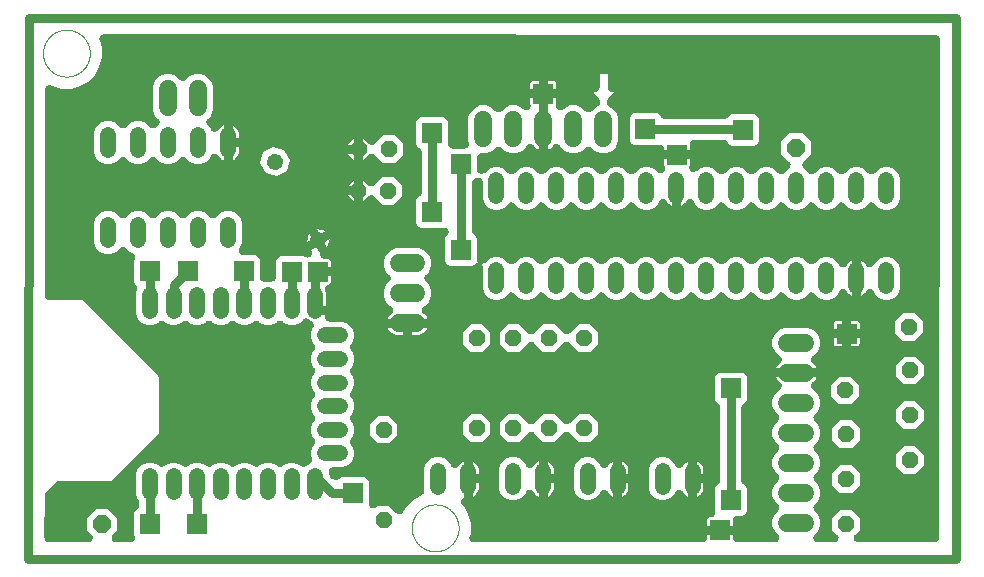
<source format=gtl>
G04 EAGLE Gerber RS-274X export*
G75*
%MOMM*%
%FSLAX34Y34*%
%LPD*%
%INTop copper*%
%IPPOS*%
%AMOC8*
5,1,8,0,0,1.08239X$1,22.5*%
G01*
%ADD10C,0.762000*%
%ADD11C,0.000000*%
%ADD12P,1.429621X8X292.500000*%
%ADD13P,1.429621X8X202.500000*%
%ADD14C,1.320800*%
%ADD15P,1.429621X8X247.500000*%
%ADD16P,1.429621X8X112.500000*%
%ADD17P,1.429621X8X22.500000*%
%ADD18P,1.429621X8X141.200000*%
%ADD19C,1.507997*%
%ADD20C,1.508000*%
%ADD21C,1.524000*%
%ADD22P,1.649562X8X22.500000*%
%ADD23R,1.676400X1.676400*%

G36*
X52255Y-192144D02*
X52255Y-192144D01*
X52415Y-192142D01*
X52529Y-192124D01*
X52645Y-192115D01*
X52802Y-192081D01*
X52960Y-192056D01*
X53070Y-192021D01*
X53183Y-191996D01*
X53334Y-191939D01*
X53487Y-191892D01*
X53591Y-191842D01*
X53699Y-191801D01*
X53840Y-191723D01*
X53984Y-191653D01*
X54080Y-191589D01*
X54181Y-191533D01*
X54309Y-191435D01*
X54442Y-191346D01*
X54528Y-191268D01*
X54620Y-191198D01*
X54732Y-191083D01*
X54851Y-190975D01*
X54925Y-190886D01*
X55005Y-190803D01*
X55100Y-190673D01*
X55202Y-190549D01*
X55262Y-190450D01*
X55330Y-190357D01*
X55404Y-190215D01*
X55488Y-190077D01*
X55532Y-189971D01*
X55586Y-189869D01*
X55640Y-189717D01*
X55702Y-189569D01*
X55731Y-189457D01*
X55770Y-189348D01*
X55800Y-189191D01*
X55841Y-189035D01*
X55854Y-188920D01*
X55876Y-188807D01*
X55884Y-188647D01*
X55901Y-188487D01*
X55897Y-188371D01*
X55903Y-188256D01*
X55887Y-188096D01*
X55882Y-187936D01*
X55861Y-187822D01*
X55850Y-187707D01*
X55811Y-187551D01*
X55783Y-187393D01*
X55746Y-187283D01*
X55718Y-187171D01*
X55658Y-187022D01*
X55606Y-186870D01*
X55554Y-186767D01*
X55510Y-186660D01*
X55429Y-186521D01*
X55356Y-186378D01*
X55289Y-186284D01*
X55231Y-186184D01*
X55130Y-186059D01*
X55038Y-185928D01*
X54930Y-185809D01*
X54886Y-185754D01*
X54849Y-185719D01*
X54788Y-185652D01*
X51170Y-182035D01*
X51170Y-171513D01*
X58610Y-164073D01*
X69132Y-164073D01*
X76572Y-171513D01*
X76572Y-182035D01*
X72954Y-185652D01*
X72849Y-185774D01*
X72736Y-185889D01*
X72669Y-185982D01*
X72593Y-186070D01*
X72506Y-186205D01*
X72412Y-186335D01*
X72358Y-186437D01*
X72296Y-186535D01*
X72230Y-186682D01*
X72156Y-186823D01*
X72117Y-186932D01*
X72070Y-187038D01*
X72026Y-187193D01*
X71972Y-187344D01*
X71950Y-187457D01*
X71918Y-187568D01*
X71897Y-187728D01*
X71866Y-187885D01*
X71860Y-188000D01*
X71845Y-188115D01*
X71847Y-188276D01*
X71839Y-188436D01*
X71850Y-188551D01*
X71852Y-188667D01*
X71877Y-188826D01*
X71892Y-188985D01*
X71920Y-189097D01*
X71938Y-189212D01*
X71985Y-189365D01*
X72024Y-189521D01*
X72067Y-189628D01*
X72102Y-189738D01*
X72171Y-189883D01*
X72231Y-190032D01*
X72290Y-190132D01*
X72340Y-190236D01*
X72429Y-190369D01*
X72511Y-190508D01*
X72583Y-190598D01*
X72648Y-190694D01*
X72755Y-190813D01*
X72856Y-190938D01*
X72941Y-191017D01*
X73018Y-191103D01*
X73142Y-191204D01*
X73260Y-191314D01*
X73355Y-191380D01*
X73444Y-191453D01*
X73581Y-191536D01*
X73713Y-191628D01*
X73817Y-191679D01*
X73916Y-191739D01*
X74064Y-191801D01*
X74208Y-191873D01*
X74318Y-191909D01*
X74424Y-191954D01*
X74579Y-191994D01*
X74732Y-192044D01*
X74846Y-192063D01*
X74958Y-192092D01*
X75118Y-192110D01*
X75276Y-192137D01*
X75436Y-192145D01*
X75506Y-192153D01*
X75557Y-192151D01*
X75647Y-192155D01*
X87833Y-192155D01*
X88073Y-192138D01*
X88313Y-192125D01*
X88348Y-192118D01*
X88383Y-192115D01*
X88618Y-192063D01*
X88854Y-192016D01*
X88887Y-192004D01*
X88922Y-191996D01*
X89146Y-191911D01*
X89374Y-191830D01*
X89405Y-191813D01*
X89438Y-191801D01*
X89648Y-191684D01*
X89861Y-191571D01*
X89889Y-191550D01*
X89920Y-191533D01*
X90112Y-191386D01*
X90305Y-191244D01*
X90330Y-191219D01*
X90358Y-191198D01*
X90526Y-191026D01*
X90698Y-190857D01*
X90719Y-190828D01*
X90744Y-190803D01*
X90885Y-190609D01*
X91030Y-190416D01*
X91047Y-190385D01*
X91068Y-190357D01*
X91180Y-190145D01*
X91296Y-189933D01*
X91308Y-189900D01*
X91325Y-189869D01*
X91405Y-189642D01*
X91489Y-189416D01*
X91496Y-189382D01*
X91508Y-189348D01*
X91554Y-189112D01*
X91605Y-188877D01*
X91607Y-188841D01*
X91614Y-188807D01*
X91626Y-188566D01*
X91642Y-188326D01*
X91639Y-188291D01*
X91641Y-188256D01*
X91618Y-188016D01*
X91599Y-187776D01*
X91592Y-187742D01*
X91588Y-187707D01*
X91531Y-187474D01*
X91478Y-187238D01*
X91463Y-187197D01*
X91456Y-187171D01*
X91432Y-187110D01*
X91352Y-186888D01*
X91053Y-186166D01*
X91053Y-167381D01*
X91827Y-165514D01*
X93272Y-164069D01*
X93331Y-164045D01*
X93461Y-163968D01*
X93595Y-163901D01*
X93698Y-163829D01*
X93806Y-163765D01*
X93924Y-163671D01*
X94048Y-163585D01*
X94139Y-163499D01*
X94237Y-163420D01*
X94340Y-163310D01*
X94449Y-163207D01*
X94527Y-163109D01*
X94613Y-163017D01*
X94699Y-162892D01*
X94792Y-162774D01*
X94855Y-162666D01*
X94926Y-162563D01*
X94993Y-162428D01*
X95069Y-162297D01*
X95116Y-162181D01*
X95171Y-162068D01*
X95218Y-161925D01*
X95274Y-161785D01*
X95303Y-161663D01*
X95342Y-161544D01*
X95368Y-161395D01*
X95403Y-161249D01*
X95414Y-161124D01*
X95436Y-161000D01*
X95447Y-160765D01*
X95453Y-160699D01*
X95452Y-160672D01*
X95454Y-160629D01*
X95454Y-158749D01*
X95439Y-158544D01*
X95432Y-158338D01*
X95419Y-158269D01*
X95414Y-158199D01*
X95369Y-157997D01*
X95333Y-157796D01*
X95310Y-157729D01*
X95295Y-157660D01*
X95222Y-157468D01*
X95156Y-157273D01*
X95124Y-157210D01*
X95099Y-157144D01*
X95000Y-156965D01*
X94906Y-156781D01*
X94866Y-156724D01*
X94831Y-156662D01*
X94707Y-156499D01*
X94588Y-156331D01*
X94527Y-156264D01*
X94496Y-156224D01*
X94447Y-156175D01*
X92660Y-151861D01*
X92660Y-134005D01*
X94439Y-129710D01*
X97726Y-126423D01*
X102020Y-124644D01*
X106669Y-124644D01*
X110964Y-126423D01*
X111651Y-127111D01*
X111685Y-127140D01*
X111716Y-127174D01*
X111894Y-127321D01*
X112068Y-127472D01*
X112106Y-127496D01*
X112141Y-127525D01*
X112339Y-127644D01*
X112533Y-127768D01*
X112575Y-127787D01*
X112613Y-127810D01*
X112826Y-127900D01*
X113036Y-127995D01*
X113080Y-128007D01*
X113122Y-128025D01*
X113345Y-128083D01*
X113567Y-128146D01*
X113612Y-128152D01*
X113655Y-128164D01*
X113885Y-128189D01*
X114114Y-128219D01*
X114159Y-128219D01*
X114204Y-128224D01*
X114435Y-128216D01*
X114665Y-128213D01*
X114710Y-128206D01*
X114755Y-128204D01*
X114982Y-128163D01*
X115210Y-128127D01*
X115253Y-128113D01*
X115298Y-128105D01*
X115517Y-128031D01*
X115737Y-127963D01*
X115778Y-127943D01*
X115821Y-127929D01*
X116026Y-127825D01*
X116235Y-127725D01*
X116272Y-127699D01*
X116312Y-127679D01*
X116501Y-127546D01*
X116692Y-127417D01*
X116726Y-127387D01*
X116763Y-127360D01*
X117038Y-127111D01*
X117726Y-126423D01*
X122020Y-124644D01*
X126669Y-124644D01*
X130964Y-126423D01*
X131651Y-127111D01*
X131685Y-127140D01*
X131716Y-127174D01*
X131894Y-127321D01*
X132068Y-127472D01*
X132106Y-127496D01*
X132141Y-127525D01*
X132339Y-127644D01*
X132533Y-127768D01*
X132575Y-127787D01*
X132613Y-127810D01*
X132826Y-127900D01*
X133036Y-127995D01*
X133080Y-128007D01*
X133122Y-128025D01*
X133345Y-128083D01*
X133567Y-128146D01*
X133612Y-128152D01*
X133655Y-128164D01*
X133885Y-128189D01*
X134114Y-128219D01*
X134159Y-128219D01*
X134204Y-128224D01*
X134435Y-128216D01*
X134665Y-128213D01*
X134710Y-128206D01*
X134755Y-128204D01*
X134982Y-128163D01*
X135210Y-128127D01*
X135253Y-128113D01*
X135298Y-128105D01*
X135517Y-128031D01*
X135737Y-127963D01*
X135778Y-127943D01*
X135821Y-127929D01*
X136026Y-127825D01*
X136235Y-127725D01*
X136272Y-127699D01*
X136312Y-127679D01*
X136501Y-127546D01*
X136692Y-127417D01*
X136726Y-127387D01*
X136763Y-127360D01*
X137038Y-127111D01*
X137726Y-126423D01*
X142020Y-124644D01*
X146669Y-124644D01*
X150964Y-126423D01*
X151651Y-127111D01*
X151685Y-127140D01*
X151716Y-127174D01*
X151894Y-127321D01*
X152068Y-127472D01*
X152106Y-127496D01*
X152141Y-127525D01*
X152339Y-127644D01*
X152533Y-127768D01*
X152575Y-127787D01*
X152613Y-127810D01*
X152826Y-127900D01*
X153036Y-127995D01*
X153080Y-128007D01*
X153122Y-128025D01*
X153345Y-128083D01*
X153567Y-128146D01*
X153612Y-128152D01*
X153655Y-128164D01*
X153885Y-128189D01*
X154114Y-128219D01*
X154159Y-128219D01*
X154204Y-128224D01*
X154435Y-128216D01*
X154665Y-128213D01*
X154710Y-128206D01*
X154755Y-128204D01*
X154982Y-128163D01*
X155210Y-128127D01*
X155253Y-128113D01*
X155298Y-128105D01*
X155517Y-128031D01*
X155737Y-127963D01*
X155778Y-127943D01*
X155821Y-127929D01*
X156026Y-127825D01*
X156235Y-127725D01*
X156272Y-127699D01*
X156312Y-127679D01*
X156501Y-127546D01*
X156692Y-127417D01*
X156726Y-127387D01*
X156763Y-127360D01*
X157038Y-127111D01*
X157726Y-126423D01*
X162020Y-124644D01*
X166669Y-124644D01*
X170964Y-126423D01*
X171651Y-127111D01*
X171685Y-127140D01*
X171716Y-127174D01*
X171894Y-127321D01*
X172068Y-127472D01*
X172106Y-127496D01*
X172141Y-127525D01*
X172339Y-127644D01*
X172533Y-127768D01*
X172575Y-127787D01*
X172613Y-127810D01*
X172826Y-127900D01*
X173036Y-127995D01*
X173080Y-128007D01*
X173122Y-128025D01*
X173345Y-128083D01*
X173567Y-128146D01*
X173612Y-128152D01*
X173655Y-128164D01*
X173885Y-128189D01*
X174114Y-128219D01*
X174159Y-128219D01*
X174204Y-128224D01*
X174435Y-128216D01*
X174665Y-128213D01*
X174710Y-128206D01*
X174755Y-128204D01*
X174982Y-128163D01*
X175210Y-128127D01*
X175253Y-128113D01*
X175298Y-128105D01*
X175517Y-128031D01*
X175737Y-127963D01*
X175778Y-127943D01*
X175821Y-127929D01*
X176026Y-127825D01*
X176235Y-127725D01*
X176272Y-127699D01*
X176312Y-127679D01*
X176501Y-127546D01*
X176692Y-127417D01*
X176726Y-127387D01*
X176763Y-127360D01*
X177038Y-127111D01*
X177726Y-126423D01*
X182020Y-124644D01*
X186669Y-124644D01*
X190964Y-126423D01*
X191651Y-127111D01*
X191685Y-127140D01*
X191716Y-127174D01*
X191894Y-127321D01*
X192068Y-127472D01*
X192106Y-127496D01*
X192141Y-127525D01*
X192339Y-127644D01*
X192533Y-127768D01*
X192575Y-127787D01*
X192613Y-127810D01*
X192826Y-127900D01*
X193036Y-127995D01*
X193080Y-128007D01*
X193122Y-128025D01*
X193345Y-128083D01*
X193567Y-128146D01*
X193612Y-128152D01*
X193655Y-128164D01*
X193885Y-128189D01*
X194114Y-128219D01*
X194159Y-128219D01*
X194204Y-128224D01*
X194435Y-128216D01*
X194665Y-128213D01*
X194710Y-128206D01*
X194755Y-128204D01*
X194982Y-128163D01*
X195210Y-128127D01*
X195253Y-128113D01*
X195298Y-128105D01*
X195517Y-128031D01*
X195737Y-127963D01*
X195778Y-127943D01*
X195821Y-127929D01*
X196026Y-127825D01*
X196235Y-127725D01*
X196272Y-127699D01*
X196312Y-127679D01*
X196501Y-127546D01*
X196692Y-127417D01*
X196726Y-127387D01*
X196763Y-127360D01*
X197038Y-127111D01*
X197726Y-126423D01*
X202020Y-124644D01*
X206669Y-124644D01*
X210964Y-126423D01*
X211651Y-127111D01*
X211685Y-127140D01*
X211716Y-127174D01*
X211894Y-127321D01*
X212068Y-127472D01*
X212106Y-127496D01*
X212141Y-127525D01*
X212339Y-127644D01*
X212533Y-127768D01*
X212575Y-127787D01*
X212613Y-127810D01*
X212826Y-127900D01*
X213036Y-127995D01*
X213080Y-128007D01*
X213122Y-128025D01*
X213345Y-128083D01*
X213567Y-128146D01*
X213612Y-128152D01*
X213655Y-128164D01*
X213885Y-128189D01*
X214114Y-128219D01*
X214159Y-128219D01*
X214204Y-128224D01*
X214435Y-128216D01*
X214665Y-128213D01*
X214710Y-128206D01*
X214755Y-128204D01*
X214982Y-128163D01*
X215210Y-128127D01*
X215253Y-128113D01*
X215298Y-128105D01*
X215517Y-128031D01*
X215737Y-127963D01*
X215778Y-127943D01*
X215821Y-127929D01*
X216026Y-127825D01*
X216235Y-127725D01*
X216272Y-127699D01*
X216312Y-127679D01*
X216501Y-127546D01*
X216692Y-127417D01*
X216726Y-127387D01*
X216763Y-127360D01*
X217038Y-127111D01*
X217726Y-126423D01*
X222020Y-124644D01*
X226669Y-124644D01*
X230964Y-126423D01*
X231651Y-127111D01*
X231685Y-127140D01*
X231716Y-127174D01*
X231894Y-127321D01*
X232068Y-127472D01*
X232106Y-127496D01*
X232141Y-127525D01*
X232339Y-127644D01*
X232533Y-127768D01*
X232575Y-127787D01*
X232613Y-127810D01*
X232826Y-127900D01*
X233036Y-127995D01*
X233080Y-128007D01*
X233122Y-128025D01*
X233345Y-128083D01*
X233567Y-128146D01*
X233612Y-128152D01*
X233655Y-128164D01*
X233885Y-128189D01*
X234114Y-128219D01*
X234159Y-128219D01*
X234204Y-128224D01*
X234435Y-128216D01*
X234665Y-128213D01*
X234710Y-128206D01*
X234755Y-128204D01*
X234982Y-128163D01*
X235210Y-128127D01*
X235253Y-128113D01*
X235298Y-128105D01*
X235517Y-128031D01*
X235737Y-127963D01*
X235778Y-127943D01*
X235821Y-127929D01*
X236026Y-127825D01*
X236235Y-127725D01*
X236272Y-127699D01*
X236312Y-127679D01*
X236501Y-127546D01*
X236692Y-127417D01*
X236726Y-127387D01*
X236763Y-127360D01*
X237038Y-127111D01*
X237726Y-126423D01*
X239271Y-125783D01*
X239311Y-125763D01*
X239354Y-125748D01*
X239558Y-125639D01*
X239764Y-125536D01*
X239801Y-125510D01*
X239841Y-125489D01*
X240027Y-125352D01*
X240216Y-125220D01*
X240249Y-125189D01*
X240285Y-125162D01*
X240450Y-125000D01*
X240618Y-124842D01*
X240646Y-124806D01*
X240678Y-124774D01*
X240817Y-124590D01*
X240961Y-124409D01*
X240983Y-124370D01*
X241011Y-124334D01*
X241122Y-124132D01*
X241238Y-123932D01*
X241254Y-123890D01*
X241276Y-123851D01*
X241357Y-123634D01*
X241443Y-123420D01*
X241453Y-123376D01*
X241469Y-123334D01*
X241517Y-123109D01*
X241572Y-122884D01*
X241576Y-122839D01*
X241585Y-122795D01*
X241601Y-122564D01*
X241622Y-122334D01*
X241619Y-122289D01*
X241622Y-122244D01*
X241604Y-122014D01*
X241592Y-121784D01*
X241583Y-121739D01*
X241580Y-121694D01*
X241528Y-121469D01*
X241483Y-121243D01*
X241468Y-121200D01*
X241458Y-121156D01*
X241332Y-120806D01*
X240710Y-119303D01*
X240710Y-114655D01*
X242489Y-110360D01*
X243176Y-109673D01*
X243206Y-109639D01*
X243239Y-109608D01*
X243387Y-109429D01*
X243537Y-109255D01*
X243561Y-109217D01*
X243590Y-109182D01*
X243710Y-108985D01*
X243834Y-108790D01*
X243852Y-108749D01*
X243876Y-108710D01*
X243966Y-108497D01*
X244060Y-108287D01*
X244073Y-108244D01*
X244090Y-108202D01*
X244148Y-107979D01*
X244212Y-107757D01*
X244218Y-107712D01*
X244229Y-107668D01*
X244254Y-107439D01*
X244285Y-107210D01*
X244285Y-107165D01*
X244289Y-107120D01*
X244281Y-106889D01*
X244279Y-106658D01*
X244271Y-106614D01*
X244270Y-106568D01*
X244228Y-106341D01*
X244192Y-106113D01*
X244179Y-106070D01*
X244171Y-106026D01*
X244097Y-105807D01*
X244028Y-105587D01*
X244009Y-105546D01*
X243994Y-105503D01*
X243890Y-105298D01*
X243790Y-105089D01*
X243765Y-105051D01*
X243744Y-105011D01*
X243611Y-104823D01*
X243482Y-104631D01*
X243452Y-104598D01*
X243426Y-104561D01*
X243176Y-104285D01*
X242489Y-103598D01*
X240710Y-99303D01*
X240710Y-94655D01*
X242489Y-90360D01*
X243176Y-89673D01*
X243206Y-89639D01*
X243239Y-89608D01*
X243387Y-89429D01*
X243537Y-89255D01*
X243561Y-89217D01*
X243590Y-89182D01*
X243710Y-88985D01*
X243834Y-88790D01*
X243852Y-88749D01*
X243876Y-88710D01*
X243966Y-88497D01*
X244060Y-88287D01*
X244073Y-88244D01*
X244090Y-88202D01*
X244148Y-87979D01*
X244212Y-87757D01*
X244218Y-87712D01*
X244229Y-87668D01*
X244254Y-87439D01*
X244285Y-87210D01*
X244285Y-87165D01*
X244289Y-87120D01*
X244281Y-86889D01*
X244279Y-86658D01*
X244271Y-86614D01*
X244270Y-86568D01*
X244228Y-86341D01*
X244192Y-86113D01*
X244179Y-86070D01*
X244171Y-86026D01*
X244097Y-85807D01*
X244028Y-85587D01*
X244009Y-85546D01*
X243994Y-85503D01*
X243890Y-85298D01*
X243790Y-85089D01*
X243765Y-85051D01*
X243744Y-85011D01*
X243611Y-84823D01*
X243482Y-84631D01*
X243452Y-84598D01*
X243426Y-84561D01*
X243176Y-84285D01*
X242489Y-83598D01*
X240710Y-79303D01*
X240710Y-74655D01*
X242489Y-70360D01*
X243176Y-69673D01*
X243206Y-69639D01*
X243239Y-69608D01*
X243387Y-69429D01*
X243537Y-69255D01*
X243561Y-69217D01*
X243590Y-69182D01*
X243710Y-68985D01*
X243834Y-68790D01*
X243852Y-68749D01*
X243876Y-68710D01*
X243966Y-68497D01*
X244060Y-68287D01*
X244073Y-68244D01*
X244090Y-68202D01*
X244148Y-67979D01*
X244212Y-67757D01*
X244218Y-67712D01*
X244229Y-67668D01*
X244254Y-67439D01*
X244285Y-67210D01*
X244285Y-67165D01*
X244289Y-67120D01*
X244281Y-66889D01*
X244279Y-66658D01*
X244271Y-66614D01*
X244270Y-66568D01*
X244228Y-66341D01*
X244192Y-66113D01*
X244179Y-66070D01*
X244171Y-66026D01*
X244097Y-65807D01*
X244028Y-65587D01*
X244009Y-65546D01*
X243994Y-65503D01*
X243890Y-65298D01*
X243790Y-65089D01*
X243765Y-65051D01*
X243744Y-65011D01*
X243611Y-64823D01*
X243482Y-64631D01*
X243452Y-64598D01*
X243426Y-64561D01*
X243176Y-64285D01*
X242489Y-63598D01*
X240710Y-59303D01*
X240710Y-54655D01*
X242489Y-50360D01*
X243176Y-49673D01*
X243206Y-49639D01*
X243239Y-49608D01*
X243387Y-49429D01*
X243537Y-49255D01*
X243561Y-49217D01*
X243590Y-49182D01*
X243710Y-48985D01*
X243834Y-48790D01*
X243852Y-48749D01*
X243876Y-48710D01*
X243966Y-48497D01*
X244060Y-48287D01*
X244073Y-48244D01*
X244090Y-48202D01*
X244148Y-47979D01*
X244212Y-47757D01*
X244218Y-47712D01*
X244229Y-47668D01*
X244254Y-47439D01*
X244285Y-47210D01*
X244285Y-47165D01*
X244289Y-47120D01*
X244281Y-46889D01*
X244279Y-46658D01*
X244271Y-46614D01*
X244270Y-46568D01*
X244228Y-46341D01*
X244192Y-46113D01*
X244179Y-46070D01*
X244171Y-46026D01*
X244097Y-45807D01*
X244028Y-45587D01*
X244009Y-45546D01*
X243994Y-45503D01*
X243890Y-45298D01*
X243790Y-45089D01*
X243765Y-45051D01*
X243744Y-45011D01*
X243611Y-44823D01*
X243482Y-44631D01*
X243452Y-44598D01*
X243426Y-44561D01*
X243176Y-44285D01*
X242489Y-43598D01*
X240710Y-39303D01*
X240710Y-34655D01*
X242489Y-30360D01*
X243176Y-29673D01*
X243206Y-29639D01*
X243239Y-29608D01*
X243387Y-29429D01*
X243537Y-29255D01*
X243561Y-29217D01*
X243590Y-29182D01*
X243710Y-28985D01*
X243834Y-28790D01*
X243852Y-28749D01*
X243876Y-28710D01*
X243966Y-28497D01*
X244060Y-28287D01*
X244073Y-28244D01*
X244090Y-28202D01*
X244148Y-27979D01*
X244212Y-27757D01*
X244218Y-27712D01*
X244229Y-27668D01*
X244254Y-27439D01*
X244285Y-27210D01*
X244285Y-27165D01*
X244289Y-27120D01*
X244281Y-26889D01*
X244279Y-26658D01*
X244271Y-26614D01*
X244270Y-26568D01*
X244228Y-26341D01*
X244192Y-26113D01*
X244179Y-26070D01*
X244171Y-26026D01*
X244097Y-25807D01*
X244028Y-25587D01*
X244009Y-25546D01*
X243994Y-25503D01*
X243890Y-25298D01*
X243790Y-25089D01*
X243765Y-25051D01*
X243744Y-25011D01*
X243611Y-24823D01*
X243482Y-24631D01*
X243452Y-24598D01*
X243426Y-24561D01*
X243176Y-24285D01*
X242489Y-23598D01*
X240710Y-19303D01*
X240710Y-14655D01*
X242753Y-9721D01*
X242807Y-9559D01*
X242870Y-9399D01*
X242894Y-9297D01*
X242927Y-9198D01*
X242957Y-9029D01*
X242996Y-8862D01*
X243005Y-8758D01*
X243023Y-8655D01*
X243028Y-8483D01*
X243043Y-8312D01*
X243037Y-8208D01*
X243040Y-8103D01*
X243020Y-7933D01*
X243010Y-7761D01*
X242989Y-7659D01*
X242977Y-7555D01*
X242933Y-7389D01*
X242898Y-7221D01*
X242862Y-7123D01*
X242835Y-7022D01*
X242768Y-6864D01*
X242709Y-6703D01*
X242659Y-6611D01*
X242618Y-6515D01*
X242529Y-6368D01*
X242447Y-6217D01*
X242385Y-6133D01*
X242330Y-6044D01*
X242220Y-5912D01*
X242118Y-5775D01*
X242044Y-5701D01*
X241977Y-5620D01*
X241849Y-5506D01*
X241728Y-5384D01*
X241644Y-5322D01*
X241566Y-5252D01*
X241424Y-5157D01*
X241286Y-5054D01*
X241163Y-4984D01*
X241107Y-4947D01*
X241055Y-4922D01*
X240963Y-4870D01*
X239552Y-4150D01*
X238417Y-3326D01*
X238398Y-3314D01*
X238381Y-3300D01*
X238164Y-3168D01*
X237948Y-3035D01*
X237928Y-3026D01*
X237909Y-3015D01*
X237676Y-2916D01*
X237443Y-2814D01*
X237421Y-2809D01*
X237401Y-2800D01*
X237155Y-2736D01*
X236910Y-2669D01*
X236889Y-2667D01*
X236867Y-2661D01*
X236613Y-2633D01*
X236363Y-2603D01*
X236341Y-2603D01*
X236319Y-2601D01*
X236064Y-2610D01*
X235811Y-2616D01*
X235789Y-2620D01*
X235767Y-2620D01*
X235519Y-2666D01*
X235267Y-2709D01*
X235246Y-2716D01*
X235225Y-2719D01*
X234985Y-2800D01*
X234743Y-2879D01*
X234723Y-2889D01*
X234702Y-2896D01*
X234476Y-3011D01*
X234248Y-3123D01*
X234230Y-3136D01*
X234210Y-3146D01*
X234002Y-3293D01*
X233794Y-3437D01*
X233778Y-3451D01*
X233760Y-3464D01*
X233484Y-3714D01*
X230964Y-6235D01*
X226669Y-8014D01*
X222020Y-8014D01*
X217726Y-6235D01*
X217038Y-5547D01*
X217004Y-5518D01*
X216974Y-5484D01*
X216795Y-5337D01*
X216621Y-5186D01*
X216583Y-5162D01*
X216548Y-5133D01*
X216350Y-5014D01*
X216156Y-4890D01*
X216115Y-4871D01*
X216076Y-4848D01*
X215863Y-4758D01*
X215653Y-4663D01*
X215609Y-4651D01*
X215568Y-4633D01*
X215345Y-4575D01*
X215122Y-4512D01*
X215077Y-4506D01*
X215034Y-4494D01*
X214805Y-4469D01*
X214576Y-4439D01*
X214530Y-4439D01*
X214485Y-4434D01*
X214255Y-4442D01*
X214024Y-4445D01*
X213979Y-4452D01*
X213934Y-4454D01*
X213707Y-4495D01*
X213479Y-4531D01*
X213436Y-4545D01*
X213391Y-4553D01*
X213173Y-4627D01*
X212952Y-4695D01*
X212912Y-4715D01*
X212869Y-4729D01*
X212662Y-4834D01*
X212455Y-4933D01*
X212417Y-4959D01*
X212377Y-4979D01*
X212188Y-5113D01*
X211997Y-5241D01*
X211963Y-5271D01*
X211926Y-5298D01*
X211651Y-5547D01*
X210964Y-6235D01*
X206669Y-8014D01*
X202020Y-8014D01*
X197726Y-6235D01*
X197038Y-5547D01*
X197004Y-5518D01*
X196974Y-5484D01*
X196795Y-5337D01*
X196621Y-5186D01*
X196583Y-5162D01*
X196548Y-5133D01*
X196350Y-5014D01*
X196156Y-4890D01*
X196115Y-4871D01*
X196076Y-4848D01*
X195863Y-4758D01*
X195653Y-4663D01*
X195609Y-4651D01*
X195568Y-4633D01*
X195345Y-4575D01*
X195122Y-4512D01*
X195077Y-4506D01*
X195034Y-4494D01*
X194805Y-4469D01*
X194576Y-4439D01*
X194530Y-4439D01*
X194485Y-4434D01*
X194255Y-4442D01*
X194024Y-4445D01*
X193979Y-4452D01*
X193934Y-4454D01*
X193707Y-4495D01*
X193479Y-4531D01*
X193436Y-4545D01*
X193391Y-4553D01*
X193173Y-4627D01*
X192952Y-4695D01*
X192912Y-4715D01*
X192869Y-4729D01*
X192662Y-4834D01*
X192455Y-4933D01*
X192417Y-4959D01*
X192377Y-4979D01*
X192188Y-5113D01*
X191997Y-5241D01*
X191963Y-5271D01*
X191926Y-5298D01*
X191651Y-5547D01*
X190964Y-6235D01*
X186669Y-8014D01*
X182020Y-8014D01*
X177726Y-6235D01*
X177038Y-5547D01*
X177004Y-5518D01*
X176974Y-5484D01*
X176795Y-5337D01*
X176621Y-5186D01*
X176583Y-5162D01*
X176548Y-5133D01*
X176350Y-5014D01*
X176156Y-4890D01*
X176115Y-4871D01*
X176076Y-4848D01*
X175863Y-4758D01*
X175653Y-4663D01*
X175609Y-4651D01*
X175568Y-4633D01*
X175345Y-4575D01*
X175122Y-4512D01*
X175077Y-4506D01*
X175034Y-4494D01*
X174805Y-4469D01*
X174576Y-4439D01*
X174530Y-4439D01*
X174485Y-4434D01*
X174255Y-4442D01*
X174024Y-4445D01*
X173979Y-4452D01*
X173934Y-4454D01*
X173707Y-4495D01*
X173479Y-4531D01*
X173436Y-4545D01*
X173391Y-4553D01*
X173173Y-4627D01*
X172952Y-4695D01*
X172912Y-4715D01*
X172869Y-4729D01*
X172662Y-4834D01*
X172455Y-4933D01*
X172417Y-4959D01*
X172377Y-4979D01*
X172188Y-5113D01*
X171997Y-5241D01*
X171963Y-5271D01*
X171926Y-5298D01*
X171651Y-5547D01*
X170964Y-6235D01*
X166669Y-8014D01*
X162020Y-8014D01*
X157726Y-6235D01*
X157038Y-5547D01*
X157004Y-5518D01*
X156974Y-5484D01*
X156795Y-5337D01*
X156621Y-5186D01*
X156583Y-5162D01*
X156548Y-5133D01*
X156350Y-5014D01*
X156156Y-4890D01*
X156115Y-4871D01*
X156076Y-4848D01*
X155863Y-4758D01*
X155653Y-4663D01*
X155609Y-4651D01*
X155568Y-4633D01*
X155345Y-4575D01*
X155122Y-4512D01*
X155077Y-4506D01*
X155034Y-4494D01*
X154805Y-4469D01*
X154576Y-4439D01*
X154530Y-4439D01*
X154485Y-4434D01*
X154255Y-4442D01*
X154024Y-4445D01*
X153979Y-4452D01*
X153934Y-4454D01*
X153707Y-4495D01*
X153479Y-4531D01*
X153436Y-4545D01*
X153391Y-4553D01*
X153173Y-4627D01*
X152952Y-4695D01*
X152912Y-4715D01*
X152869Y-4729D01*
X152662Y-4834D01*
X152455Y-4933D01*
X152417Y-4959D01*
X152377Y-4979D01*
X152188Y-5113D01*
X151997Y-5241D01*
X151963Y-5271D01*
X151926Y-5298D01*
X151651Y-5547D01*
X150964Y-6235D01*
X146669Y-8014D01*
X142020Y-8014D01*
X137726Y-6235D01*
X137038Y-5547D01*
X137004Y-5518D01*
X136974Y-5484D01*
X136795Y-5337D01*
X136621Y-5186D01*
X136583Y-5162D01*
X136548Y-5133D01*
X136350Y-5014D01*
X136156Y-4890D01*
X136115Y-4871D01*
X136076Y-4848D01*
X135863Y-4758D01*
X135653Y-4663D01*
X135609Y-4651D01*
X135568Y-4633D01*
X135345Y-4575D01*
X135122Y-4512D01*
X135077Y-4506D01*
X135034Y-4494D01*
X134805Y-4469D01*
X134576Y-4439D01*
X134530Y-4439D01*
X134485Y-4434D01*
X134255Y-4442D01*
X134024Y-4445D01*
X133979Y-4452D01*
X133934Y-4454D01*
X133707Y-4495D01*
X133479Y-4531D01*
X133436Y-4545D01*
X133391Y-4553D01*
X133173Y-4627D01*
X132952Y-4695D01*
X132912Y-4715D01*
X132869Y-4729D01*
X132662Y-4834D01*
X132455Y-4933D01*
X132417Y-4959D01*
X132377Y-4979D01*
X132188Y-5113D01*
X131997Y-5241D01*
X131963Y-5271D01*
X131926Y-5298D01*
X131651Y-5547D01*
X130964Y-6235D01*
X126669Y-8014D01*
X122020Y-8014D01*
X117726Y-6235D01*
X117038Y-5547D01*
X117004Y-5518D01*
X116974Y-5484D01*
X116795Y-5337D01*
X116621Y-5186D01*
X116583Y-5162D01*
X116548Y-5133D01*
X116350Y-5014D01*
X116156Y-4890D01*
X116115Y-4871D01*
X116076Y-4848D01*
X115863Y-4758D01*
X115653Y-4663D01*
X115609Y-4651D01*
X115568Y-4633D01*
X115345Y-4575D01*
X115122Y-4512D01*
X115077Y-4506D01*
X115034Y-4494D01*
X114805Y-4469D01*
X114576Y-4439D01*
X114530Y-4439D01*
X114485Y-4434D01*
X114255Y-4442D01*
X114024Y-4445D01*
X113979Y-4452D01*
X113934Y-4454D01*
X113707Y-4495D01*
X113479Y-4531D01*
X113436Y-4545D01*
X113391Y-4553D01*
X113173Y-4627D01*
X112952Y-4695D01*
X112912Y-4715D01*
X112869Y-4729D01*
X112662Y-4834D01*
X112455Y-4933D01*
X112417Y-4959D01*
X112377Y-4979D01*
X112188Y-5113D01*
X111997Y-5241D01*
X111963Y-5271D01*
X111926Y-5298D01*
X111651Y-5547D01*
X110964Y-6235D01*
X106669Y-8014D01*
X102020Y-8014D01*
X97726Y-6235D01*
X94439Y-2948D01*
X92660Y1347D01*
X92660Y19203D01*
X93479Y21181D01*
X93519Y21300D01*
X93567Y21416D01*
X93605Y21562D01*
X93653Y21705D01*
X93675Y21828D01*
X93706Y21950D01*
X93723Y22100D01*
X93749Y22248D01*
X93753Y22373D01*
X93767Y22498D01*
X93761Y22649D01*
X93766Y22799D01*
X93751Y22924D01*
X93747Y23050D01*
X93720Y23198D01*
X93703Y23348D01*
X93670Y23469D01*
X93648Y23592D01*
X93600Y23735D01*
X93561Y23881D01*
X93512Y23996D01*
X93472Y24115D01*
X93403Y24249D01*
X93344Y24388D01*
X93278Y24495D01*
X93222Y24607D01*
X93135Y24730D01*
X93056Y24858D01*
X92976Y24955D01*
X92903Y25057D01*
X92745Y25231D01*
X92703Y25282D01*
X92683Y25300D01*
X92653Y25333D01*
X91827Y26159D01*
X91053Y28027D01*
X91053Y46812D01*
X91458Y47790D01*
X91472Y47833D01*
X91492Y47874D01*
X91559Y48095D01*
X91632Y48314D01*
X91640Y48358D01*
X91653Y48401D01*
X91688Y48630D01*
X91728Y48857D01*
X91730Y48902D01*
X91736Y48947D01*
X91738Y49177D01*
X91745Y49408D01*
X91740Y49453D01*
X91740Y49498D01*
X91708Y49726D01*
X91682Y49956D01*
X91670Y50000D01*
X91664Y50045D01*
X91599Y50266D01*
X91540Y50489D01*
X91523Y50531D01*
X91510Y50574D01*
X91414Y50785D01*
X91323Y50997D01*
X91299Y51035D01*
X91281Y51076D01*
X91156Y51270D01*
X91035Y51467D01*
X91006Y51502D01*
X90982Y51540D01*
X90829Y51714D01*
X90682Y51891D01*
X90648Y51921D01*
X90619Y51955D01*
X90443Y52106D01*
X90271Y52259D01*
X90234Y52284D01*
X90199Y52314D01*
X90004Y52437D01*
X89812Y52565D01*
X89771Y52584D01*
X89733Y52608D01*
X89397Y52767D01*
X87601Y53511D01*
X84213Y56898D01*
X84179Y56928D01*
X84149Y56961D01*
X83970Y57109D01*
X83796Y57259D01*
X83758Y57283D01*
X83723Y57312D01*
X83526Y57432D01*
X83331Y57556D01*
X83290Y57575D01*
X83251Y57598D01*
X83039Y57687D01*
X82828Y57782D01*
X82784Y57795D01*
X82743Y57812D01*
X82520Y57870D01*
X82297Y57934D01*
X82253Y57940D01*
X82209Y57951D01*
X81980Y57976D01*
X81751Y58007D01*
X81706Y58007D01*
X81661Y58011D01*
X81430Y58003D01*
X81199Y58001D01*
X81154Y57993D01*
X81109Y57992D01*
X80882Y57950D01*
X80654Y57914D01*
X80611Y57901D01*
X80567Y57893D01*
X80348Y57819D01*
X80127Y57750D01*
X80086Y57731D01*
X80044Y57717D01*
X79839Y57612D01*
X79630Y57512D01*
X79592Y57487D01*
X79552Y57467D01*
X79364Y57334D01*
X79172Y57204D01*
X79138Y57174D01*
X79102Y57148D01*
X78826Y56898D01*
X75439Y53511D01*
X71144Y51732D01*
X66495Y51732D01*
X62201Y53511D01*
X58914Y56798D01*
X57135Y61092D01*
X57135Y78949D01*
X58914Y83244D01*
X62201Y86530D01*
X66495Y88309D01*
X71144Y88309D01*
X75439Y86530D01*
X78826Y83143D01*
X78860Y83113D01*
X78891Y83080D01*
X79069Y82933D01*
X79243Y82782D01*
X79281Y82758D01*
X79316Y82729D01*
X79514Y82609D01*
X79709Y82485D01*
X79750Y82467D01*
X79788Y82443D01*
X80000Y82354D01*
X80212Y82259D01*
X80255Y82246D01*
X80297Y82229D01*
X80519Y82171D01*
X80742Y82107D01*
X80787Y82101D01*
X80831Y82090D01*
X81060Y82065D01*
X81289Y82034D01*
X81334Y82035D01*
X81379Y82030D01*
X81610Y82038D01*
X81840Y82041D01*
X81885Y82048D01*
X81930Y82049D01*
X82157Y82091D01*
X82385Y82127D01*
X82429Y82140D01*
X82473Y82148D01*
X82691Y82222D01*
X82912Y82291D01*
X82953Y82310D01*
X82996Y82325D01*
X83201Y82429D01*
X83410Y82529D01*
X83447Y82554D01*
X83487Y82575D01*
X83676Y82708D01*
X83868Y82837D01*
X83901Y82867D01*
X83938Y82893D01*
X84213Y83143D01*
X87601Y86530D01*
X91895Y88309D01*
X96544Y88309D01*
X100839Y86530D01*
X104226Y83143D01*
X104260Y83113D01*
X104291Y83080D01*
X104469Y82933D01*
X104643Y82782D01*
X104681Y82758D01*
X104716Y82729D01*
X104914Y82609D01*
X105109Y82485D01*
X105150Y82467D01*
X105188Y82443D01*
X105400Y82354D01*
X105612Y82259D01*
X105655Y82246D01*
X105697Y82229D01*
X105919Y82171D01*
X106142Y82107D01*
X106187Y82101D01*
X106231Y82090D01*
X106460Y82065D01*
X106689Y82034D01*
X106734Y82035D01*
X106779Y82030D01*
X107010Y82038D01*
X107240Y82041D01*
X107285Y82048D01*
X107330Y82049D01*
X107557Y82091D01*
X107785Y82127D01*
X107829Y82140D01*
X107873Y82148D01*
X108091Y82222D01*
X108312Y82291D01*
X108353Y82310D01*
X108396Y82325D01*
X108601Y82429D01*
X108810Y82529D01*
X108847Y82554D01*
X108887Y82575D01*
X109076Y82708D01*
X109268Y82837D01*
X109301Y82867D01*
X109338Y82893D01*
X109613Y83143D01*
X113001Y86530D01*
X117295Y88309D01*
X121944Y88309D01*
X126239Y86530D01*
X129626Y83143D01*
X129660Y83113D01*
X129691Y83080D01*
X129869Y82933D01*
X130043Y82782D01*
X130081Y82758D01*
X130116Y82729D01*
X130314Y82609D01*
X130509Y82485D01*
X130550Y82467D01*
X130588Y82443D01*
X130800Y82354D01*
X131012Y82259D01*
X131055Y82246D01*
X131097Y82229D01*
X131319Y82171D01*
X131542Y82107D01*
X131587Y82101D01*
X131631Y82090D01*
X131860Y82065D01*
X132089Y82034D01*
X132134Y82035D01*
X132179Y82030D01*
X132410Y82038D01*
X132640Y82041D01*
X132685Y82048D01*
X132730Y82049D01*
X132957Y82091D01*
X133185Y82127D01*
X133229Y82140D01*
X133273Y82148D01*
X133491Y82222D01*
X133712Y82291D01*
X133753Y82310D01*
X133796Y82325D01*
X134001Y82429D01*
X134210Y82529D01*
X134247Y82554D01*
X134287Y82575D01*
X134476Y82708D01*
X134668Y82837D01*
X134701Y82867D01*
X134738Y82893D01*
X135013Y83143D01*
X138401Y86530D01*
X142695Y88309D01*
X147344Y88309D01*
X151639Y86530D01*
X155026Y83143D01*
X155060Y83113D01*
X155091Y83080D01*
X155269Y82933D01*
X155443Y82782D01*
X155481Y82758D01*
X155516Y82729D01*
X155714Y82609D01*
X155909Y82485D01*
X155950Y82467D01*
X155988Y82443D01*
X156200Y82354D01*
X156412Y82259D01*
X156455Y82246D01*
X156497Y82229D01*
X156719Y82171D01*
X156942Y82107D01*
X156987Y82101D01*
X157031Y82090D01*
X157260Y82065D01*
X157489Y82034D01*
X157534Y82035D01*
X157579Y82030D01*
X157810Y82038D01*
X158040Y82041D01*
X158085Y82048D01*
X158130Y82049D01*
X158357Y82091D01*
X158585Y82127D01*
X158629Y82140D01*
X158673Y82148D01*
X158891Y82222D01*
X159112Y82291D01*
X159153Y82310D01*
X159196Y82325D01*
X159401Y82429D01*
X159610Y82529D01*
X159647Y82554D01*
X159687Y82575D01*
X159876Y82708D01*
X160068Y82837D01*
X160101Y82867D01*
X160138Y82893D01*
X160413Y83143D01*
X163801Y86530D01*
X168095Y88309D01*
X172744Y88309D01*
X177039Y86530D01*
X180326Y83244D01*
X182104Y78949D01*
X182104Y61092D01*
X180057Y56149D01*
X179981Y55920D01*
X179901Y55693D01*
X179894Y55659D01*
X179883Y55625D01*
X179841Y55388D01*
X179795Y55152D01*
X179793Y55117D01*
X179787Y55082D01*
X179780Y54842D01*
X179768Y54601D01*
X179771Y54566D01*
X179770Y54531D01*
X179798Y54291D01*
X179821Y54052D01*
X179829Y54018D01*
X179833Y53983D01*
X179895Y53749D01*
X179953Y53516D01*
X179966Y53484D01*
X179975Y53449D01*
X180069Y53229D01*
X180160Y53005D01*
X180178Y52975D01*
X180192Y52942D01*
X180318Y52737D01*
X180440Y52529D01*
X180462Y52502D01*
X180480Y52472D01*
X180634Y52287D01*
X180785Y52099D01*
X180811Y52075D01*
X180833Y52048D01*
X181012Y51888D01*
X181189Y51723D01*
X181218Y51703D01*
X181244Y51679D01*
X181444Y51547D01*
X181642Y51409D01*
X181674Y51394D01*
X181703Y51374D01*
X181921Y51272D01*
X182137Y51164D01*
X182170Y51153D01*
X182202Y51138D01*
X182432Y51068D01*
X182661Y50994D01*
X182696Y50988D01*
X182730Y50977D01*
X182967Y50941D01*
X183205Y50900D01*
X183248Y50898D01*
X183275Y50894D01*
X183341Y50893D01*
X183576Y50882D01*
X193263Y50882D01*
X195131Y50109D01*
X196560Y48679D01*
X197333Y46812D01*
X197333Y32323D01*
X197351Y32083D01*
X197364Y31842D01*
X197371Y31808D01*
X197373Y31773D01*
X197425Y31538D01*
X197473Y31301D01*
X197485Y31268D01*
X197492Y31234D01*
X197577Y31010D01*
X197659Y30782D01*
X197676Y30751D01*
X197688Y30718D01*
X197805Y30508D01*
X197918Y30295D01*
X197939Y30267D01*
X197956Y30236D01*
X198103Y30044D01*
X198245Y29851D01*
X198269Y29826D01*
X198291Y29798D01*
X198463Y29630D01*
X198632Y29458D01*
X198660Y29437D01*
X198685Y29412D01*
X198880Y29271D01*
X199073Y29125D01*
X199103Y29109D01*
X199132Y29088D01*
X199345Y28976D01*
X199556Y28860D01*
X199589Y28848D01*
X199620Y28831D01*
X199847Y28752D01*
X200073Y28667D01*
X200107Y28660D01*
X200140Y28648D01*
X200376Y28602D01*
X200612Y28551D01*
X200647Y28549D01*
X200682Y28542D01*
X200922Y28530D01*
X201163Y28514D01*
X201198Y28517D01*
X201233Y28515D01*
X201472Y28538D01*
X201713Y28557D01*
X201743Y28564D01*
X207244Y28564D01*
X207289Y28567D01*
X207334Y28565D01*
X207563Y28587D01*
X207794Y28604D01*
X207838Y28613D01*
X207883Y28618D01*
X208106Y28673D01*
X208333Y28723D01*
X208375Y28739D01*
X208419Y28749D01*
X208633Y28836D01*
X208848Y28918D01*
X208888Y28940D01*
X208930Y28957D01*
X209129Y29074D01*
X209331Y29186D01*
X209367Y29214D01*
X209405Y29237D01*
X209586Y29381D01*
X209769Y29521D01*
X209800Y29553D01*
X209836Y29582D01*
X209994Y29751D01*
X210154Y29916D01*
X210181Y29952D01*
X210212Y29985D01*
X210344Y30176D01*
X210479Y30362D01*
X210500Y30402D01*
X210526Y30439D01*
X210628Y30647D01*
X210735Y30850D01*
X210750Y30893D01*
X210770Y30933D01*
X210842Y31153D01*
X210919Y31371D01*
X210927Y31415D01*
X210941Y31458D01*
X210981Y31686D01*
X211025Y31912D01*
X211027Y31957D01*
X211035Y32002D01*
X211053Y32373D01*
X211053Y46167D01*
X211826Y48034D01*
X213256Y49463D01*
X215123Y50237D01*
X233908Y50237D01*
X236417Y49198D01*
X236503Y49169D01*
X236586Y49132D01*
X236764Y49083D01*
X236940Y49024D01*
X237030Y49008D01*
X237117Y48984D01*
X237301Y48960D01*
X237484Y48928D01*
X237574Y48925D01*
X237664Y48914D01*
X237850Y48917D01*
X238035Y48911D01*
X238125Y48922D01*
X238216Y48923D01*
X238399Y48953D01*
X238583Y48974D01*
X238671Y48998D01*
X238760Y49012D01*
X238937Y49068D01*
X239116Y49116D01*
X239199Y49152D01*
X239286Y49179D01*
X239453Y49260D01*
X239623Y49333D01*
X239701Y49380D01*
X239782Y49420D01*
X239936Y49524D01*
X240094Y49621D01*
X240164Y49679D01*
X240239Y49730D01*
X240375Y49855D01*
X240518Y49974D01*
X240578Y50042D01*
X240645Y50103D01*
X240762Y50247D01*
X240886Y50385D01*
X240936Y50460D01*
X240994Y50531D01*
X241089Y50690D01*
X241192Y50844D01*
X241230Y50926D01*
X241277Y51004D01*
X241348Y51175D01*
X241427Y51343D01*
X241454Y51430D01*
X241489Y51514D01*
X241534Y51693D01*
X241588Y51871D01*
X241602Y51960D01*
X241625Y52048D01*
X241644Y52233D01*
X241672Y52416D01*
X241672Y52507D01*
X241682Y52597D01*
X241674Y52782D01*
X241675Y52968D01*
X241663Y53058D01*
X241659Y53148D01*
X241625Y53330D01*
X241599Y53514D01*
X241574Y53601D01*
X241557Y53690D01*
X241497Y53866D01*
X241445Y54044D01*
X241408Y54126D01*
X241378Y54212D01*
X241217Y54544D01*
X241216Y54546D01*
X240625Y55625D01*
X245305Y58187D01*
X248455Y52434D01*
X248445Y52385D01*
X248411Y52264D01*
X248392Y52114D01*
X248363Y51967D01*
X248357Y51841D01*
X248341Y51716D01*
X248344Y51566D01*
X248336Y51416D01*
X248348Y51291D01*
X248351Y51165D01*
X248375Y51016D01*
X248389Y50867D01*
X248419Y50745D01*
X248440Y50620D01*
X248485Y50477D01*
X248521Y50331D01*
X248568Y50215D01*
X248606Y50095D01*
X248672Y49959D01*
X248729Y49820D01*
X248793Y49711D01*
X248847Y49598D01*
X248932Y49474D01*
X249008Y49344D01*
X249087Y49246D01*
X249158Y49142D01*
X249259Y49031D01*
X249353Y48914D01*
X249446Y48828D01*
X249530Y48735D01*
X249647Y48641D01*
X249757Y48538D01*
X249861Y48466D01*
X249958Y48387D01*
X250087Y48310D01*
X250211Y48224D01*
X250324Y48168D01*
X250432Y48104D01*
X250570Y48046D01*
X250705Y47979D01*
X250825Y47940D01*
X250941Y47892D01*
X251087Y47855D01*
X251230Y47808D01*
X251354Y47787D01*
X251476Y47756D01*
X251625Y47740D01*
X251773Y47715D01*
X251953Y47706D01*
X252024Y47699D01*
X252068Y47701D01*
X252145Y47697D01*
X255083Y47697D01*
X255574Y47599D01*
X256037Y47408D01*
X256453Y47130D01*
X256807Y46776D01*
X257085Y46360D01*
X257276Y45897D01*
X257374Y45406D01*
X257374Y40584D01*
X246451Y40584D01*
X246406Y40580D01*
X246361Y40582D01*
X246132Y40560D01*
X245901Y40544D01*
X245857Y40534D01*
X245812Y40529D01*
X245589Y40475D01*
X245363Y40425D01*
X245320Y40409D01*
X245277Y40398D01*
X245063Y40311D01*
X244847Y40229D01*
X244807Y40207D01*
X244765Y40190D01*
X244566Y40073D01*
X244365Y39961D01*
X244329Y39934D01*
X244290Y39911D01*
X244109Y39766D01*
X243926Y39626D01*
X243895Y39594D01*
X243859Y39566D01*
X243701Y39396D01*
X243541Y39231D01*
X243514Y39195D01*
X243483Y39162D01*
X243351Y38971D01*
X243216Y38785D01*
X243195Y38745D01*
X243170Y38708D01*
X243067Y38501D01*
X242960Y38297D01*
X242945Y38254D01*
X242925Y38214D01*
X242853Y37994D01*
X242776Y37777D01*
X242768Y37732D01*
X242754Y37689D01*
X242715Y37461D01*
X242670Y37235D01*
X242668Y37190D01*
X242660Y37146D01*
X242642Y36774D01*
X242645Y36729D01*
X242643Y36684D01*
X242665Y36454D01*
X242682Y36224D01*
X242692Y36179D01*
X242696Y36135D01*
X242751Y35911D01*
X242801Y35685D01*
X242817Y35643D01*
X242828Y35599D01*
X242915Y35385D01*
X242997Y35169D01*
X243019Y35130D01*
X243036Y35088D01*
X243153Y34889D01*
X243265Y34687D01*
X243292Y34651D01*
X243315Y34612D01*
X243460Y34432D01*
X243600Y34249D01*
X243632Y34217D01*
X243660Y34182D01*
X243830Y34024D01*
X243994Y33863D01*
X244031Y33837D01*
X244064Y33806D01*
X244255Y33674D01*
X244441Y33539D01*
X244480Y33518D01*
X244518Y33492D01*
X244725Y33389D01*
X244929Y33282D01*
X244971Y33267D01*
X245012Y33247D01*
X245232Y33176D01*
X245449Y33099D01*
X245494Y33090D01*
X245536Y33076D01*
X245765Y33037D01*
X245991Y32993D01*
X246035Y32991D01*
X246080Y32983D01*
X246451Y32965D01*
X257374Y32965D01*
X257374Y28142D01*
X257276Y27651D01*
X257085Y27189D01*
X256807Y26772D01*
X256453Y26419D01*
X256037Y26141D01*
X255574Y25949D01*
X255436Y25922D01*
X255420Y25917D01*
X255404Y25915D01*
X255155Y25844D01*
X254904Y25775D01*
X254889Y25768D01*
X254873Y25764D01*
X254636Y25657D01*
X254399Y25553D01*
X254385Y25545D01*
X254370Y25538D01*
X254151Y25398D01*
X253931Y25261D01*
X253919Y25250D01*
X253905Y25241D01*
X253709Y25072D01*
X253511Y24904D01*
X253500Y24891D01*
X253487Y24881D01*
X253318Y24685D01*
X253146Y24490D01*
X253137Y24476D01*
X253126Y24464D01*
X252987Y24245D01*
X252845Y24028D01*
X252838Y24013D01*
X252829Y23999D01*
X252722Y23761D01*
X252614Y23527D01*
X252609Y23511D01*
X252603Y23496D01*
X252531Y23247D01*
X252458Y22998D01*
X252455Y22981D01*
X252451Y22965D01*
X252416Y22708D01*
X252379Y22452D01*
X252379Y22435D01*
X252377Y22419D01*
X252380Y22158D01*
X252381Y21900D01*
X252383Y21883D01*
X252383Y21867D01*
X252424Y21611D01*
X252462Y21354D01*
X252467Y21338D01*
X252469Y21322D01*
X252546Y21076D01*
X252621Y20826D01*
X252628Y20811D01*
X252633Y20795D01*
X252785Y20456D01*
X252819Y20389D01*
X253264Y19020D01*
X253489Y17599D01*
X253489Y7480D01*
X244345Y7480D01*
X244300Y7477D01*
X244255Y7479D01*
X244025Y7457D01*
X243795Y7440D01*
X243750Y7431D01*
X243706Y7426D01*
X243482Y7371D01*
X243256Y7321D01*
X243214Y7305D01*
X243170Y7295D01*
X242956Y7208D01*
X242740Y7126D01*
X242701Y7104D01*
X242659Y7087D01*
X242460Y6970D01*
X242258Y6858D01*
X242222Y6830D01*
X242183Y6808D01*
X242003Y6663D01*
X241820Y6523D01*
X241788Y6491D01*
X241753Y6462D01*
X241595Y6293D01*
X241434Y6128D01*
X241408Y6092D01*
X241377Y6059D01*
X241245Y5868D01*
X241110Y5682D01*
X241089Y5642D01*
X241063Y5605D01*
X240960Y5397D01*
X240853Y5194D01*
X240838Y5151D01*
X240818Y5111D01*
X240746Y4891D01*
X240670Y4673D01*
X240661Y4629D01*
X240647Y4586D01*
X240608Y4358D01*
X240564Y4132D01*
X240561Y4087D01*
X240554Y4042D01*
X240536Y3671D01*
X240539Y3626D01*
X240537Y3581D01*
X240559Y3351D01*
X240576Y3121D01*
X240585Y3076D01*
X240590Y3032D01*
X240645Y2808D01*
X240695Y2582D01*
X240711Y2539D01*
X240721Y2496D01*
X240808Y2282D01*
X240890Y2066D01*
X240912Y2027D01*
X240929Y1985D01*
X241046Y1786D01*
X241158Y1584D01*
X241186Y1548D01*
X241208Y1509D01*
X241353Y1329D01*
X241493Y1145D01*
X241525Y1114D01*
X241554Y1079D01*
X241723Y920D01*
X241888Y760D01*
X241924Y734D01*
X241957Y703D01*
X242148Y571D01*
X242334Y436D01*
X242374Y415D01*
X242411Y389D01*
X242619Y286D01*
X242822Y179D01*
X242865Y164D01*
X242905Y144D01*
X243125Y72D01*
X243343Y-4D01*
X243387Y-13D01*
X243430Y-27D01*
X243658Y-66D01*
X243884Y-110D01*
X243929Y-113D01*
X243974Y-120D01*
X244345Y-138D01*
X252701Y-138D01*
X252648Y-264D01*
X252619Y-375D01*
X252581Y-483D01*
X252550Y-641D01*
X252509Y-798D01*
X252497Y-912D01*
X252475Y-1024D01*
X252467Y-1185D01*
X252449Y-1346D01*
X252453Y-1461D01*
X252448Y-1575D01*
X252463Y-1736D01*
X252469Y-1897D01*
X252490Y-2010D01*
X252501Y-2124D01*
X252539Y-2281D01*
X252568Y-2440D01*
X252605Y-2549D01*
X252633Y-2660D01*
X252693Y-2810D01*
X252745Y-2963D01*
X252797Y-3065D01*
X252840Y-3171D01*
X252922Y-3310D01*
X252995Y-3454D01*
X253062Y-3548D01*
X253120Y-3647D01*
X253221Y-3773D01*
X253314Y-3905D01*
X253393Y-3988D01*
X253465Y-4077D01*
X253583Y-4188D01*
X253694Y-4304D01*
X253784Y-4375D01*
X253868Y-4453D01*
X254002Y-4545D01*
X254128Y-4645D01*
X254228Y-4702D01*
X254322Y-4767D01*
X254467Y-4839D01*
X254607Y-4919D01*
X254714Y-4961D01*
X254817Y-5012D01*
X254970Y-5062D01*
X255120Y-5121D01*
X255232Y-5147D01*
X255341Y-5183D01*
X255500Y-5210D01*
X255658Y-5247D01*
X255772Y-5257D01*
X255885Y-5276D01*
X256151Y-5289D01*
X256207Y-5294D01*
X256226Y-5293D01*
X256256Y-5294D01*
X267927Y-5294D01*
X272222Y-7073D01*
X275508Y-10360D01*
X277287Y-14655D01*
X277287Y-19303D01*
X275508Y-23598D01*
X274821Y-24285D01*
X274791Y-24320D01*
X274758Y-24350D01*
X274611Y-24528D01*
X274460Y-24703D01*
X274436Y-24741D01*
X274407Y-24776D01*
X274287Y-24973D01*
X274163Y-25168D01*
X274145Y-25209D01*
X274121Y-25248D01*
X274032Y-25460D01*
X273937Y-25671D01*
X273924Y-25714D01*
X273907Y-25756D01*
X273849Y-25979D01*
X273785Y-26201D01*
X273779Y-26246D01*
X273768Y-26290D01*
X273743Y-26519D01*
X273712Y-26748D01*
X273713Y-26793D01*
X273708Y-26838D01*
X273716Y-27069D01*
X273719Y-27300D01*
X273726Y-27344D01*
X273727Y-27389D01*
X273769Y-27616D01*
X273805Y-27845D01*
X273818Y-27888D01*
X273826Y-27932D01*
X273900Y-28151D01*
X273969Y-28371D01*
X273988Y-28412D01*
X274003Y-28455D01*
X274108Y-28661D01*
X274207Y-28869D01*
X274232Y-28906D01*
X274253Y-28947D01*
X274387Y-29136D01*
X274515Y-29327D01*
X274545Y-29360D01*
X274571Y-29397D01*
X274821Y-29673D01*
X275508Y-30360D01*
X277287Y-34655D01*
X277287Y-39303D01*
X275508Y-43598D01*
X274821Y-44285D01*
X274791Y-44320D01*
X274758Y-44350D01*
X274611Y-44528D01*
X274460Y-44703D01*
X274436Y-44741D01*
X274407Y-44776D01*
X274287Y-44973D01*
X274163Y-45168D01*
X274145Y-45209D01*
X274121Y-45248D01*
X274032Y-45460D01*
X273937Y-45671D01*
X273924Y-45714D01*
X273907Y-45756D01*
X273849Y-45979D01*
X273785Y-46201D01*
X273779Y-46246D01*
X273768Y-46290D01*
X273743Y-46519D01*
X273712Y-46748D01*
X273713Y-46793D01*
X273708Y-46838D01*
X273716Y-47069D01*
X273719Y-47300D01*
X273726Y-47344D01*
X273727Y-47389D01*
X273769Y-47616D01*
X273805Y-47845D01*
X273818Y-47888D01*
X273826Y-47932D01*
X273900Y-48151D01*
X273969Y-48371D01*
X273988Y-48412D01*
X274003Y-48455D01*
X274108Y-48661D01*
X274207Y-48869D01*
X274232Y-48906D01*
X274253Y-48947D01*
X274387Y-49136D01*
X274515Y-49327D01*
X274545Y-49360D01*
X274571Y-49397D01*
X274821Y-49673D01*
X275508Y-50360D01*
X277287Y-54655D01*
X277287Y-59303D01*
X275508Y-63598D01*
X274821Y-64285D01*
X274791Y-64320D01*
X274758Y-64350D01*
X274611Y-64528D01*
X274460Y-64703D01*
X274436Y-64741D01*
X274407Y-64776D01*
X274287Y-64973D01*
X274163Y-65168D01*
X274145Y-65209D01*
X274121Y-65248D01*
X274032Y-65460D01*
X273937Y-65671D01*
X273924Y-65714D01*
X273907Y-65756D01*
X273849Y-65979D01*
X273785Y-66201D01*
X273779Y-66246D01*
X273768Y-66290D01*
X273743Y-66519D01*
X273712Y-66748D01*
X273713Y-66793D01*
X273708Y-66838D01*
X273716Y-67069D01*
X273719Y-67300D01*
X273726Y-67344D01*
X273727Y-67389D01*
X273769Y-67616D01*
X273805Y-67845D01*
X273818Y-67888D01*
X273826Y-67932D01*
X273900Y-68151D01*
X273969Y-68371D01*
X273988Y-68412D01*
X274003Y-68455D01*
X274108Y-68661D01*
X274207Y-68869D01*
X274232Y-68906D01*
X274253Y-68947D01*
X274387Y-69136D01*
X274515Y-69327D01*
X274545Y-69360D01*
X274571Y-69397D01*
X274821Y-69673D01*
X275508Y-70360D01*
X277287Y-74655D01*
X277287Y-79303D01*
X275508Y-83598D01*
X274821Y-84285D01*
X274791Y-84320D01*
X274758Y-84350D01*
X274611Y-84528D01*
X274460Y-84703D01*
X274436Y-84741D01*
X274407Y-84776D01*
X274287Y-84973D01*
X274163Y-85168D01*
X274145Y-85209D01*
X274121Y-85248D01*
X274032Y-85460D01*
X273937Y-85671D01*
X273924Y-85714D01*
X273907Y-85756D01*
X273849Y-85979D01*
X273785Y-86201D01*
X273779Y-86246D01*
X273768Y-86290D01*
X273743Y-86519D01*
X273712Y-86748D01*
X273713Y-86793D01*
X273708Y-86838D01*
X273716Y-87069D01*
X273719Y-87300D01*
X273726Y-87344D01*
X273727Y-87389D01*
X273769Y-87616D01*
X273805Y-87845D01*
X273818Y-87888D01*
X273826Y-87932D01*
X273900Y-88151D01*
X273969Y-88371D01*
X273988Y-88412D01*
X274003Y-88455D01*
X274108Y-88661D01*
X274207Y-88869D01*
X274232Y-88906D01*
X274253Y-88947D01*
X274387Y-89136D01*
X274515Y-89327D01*
X274545Y-89360D01*
X274571Y-89397D01*
X274821Y-89673D01*
X275508Y-90360D01*
X277287Y-94655D01*
X277287Y-99303D01*
X275508Y-103598D01*
X274821Y-104285D01*
X274791Y-104320D01*
X274758Y-104350D01*
X274611Y-104528D01*
X274460Y-104703D01*
X274436Y-104741D01*
X274407Y-104776D01*
X274287Y-104973D01*
X274163Y-105168D01*
X274145Y-105209D01*
X274121Y-105248D01*
X274032Y-105460D01*
X273937Y-105671D01*
X273924Y-105714D01*
X273907Y-105756D01*
X273849Y-105979D01*
X273785Y-106201D01*
X273779Y-106246D01*
X273768Y-106290D01*
X273743Y-106519D01*
X273712Y-106748D01*
X273713Y-106793D01*
X273708Y-106838D01*
X273716Y-107069D01*
X273719Y-107300D01*
X273726Y-107344D01*
X273727Y-107389D01*
X273769Y-107616D01*
X273805Y-107845D01*
X273818Y-107888D01*
X273826Y-107932D01*
X273900Y-108151D01*
X273969Y-108371D01*
X273988Y-108412D01*
X274003Y-108455D01*
X274108Y-108662D01*
X274207Y-108869D01*
X274232Y-108906D01*
X274253Y-108947D01*
X274387Y-109136D01*
X274515Y-109327D01*
X274545Y-109360D01*
X274571Y-109397D01*
X274821Y-109673D01*
X275508Y-110360D01*
X277287Y-114655D01*
X277287Y-119303D01*
X275508Y-123598D01*
X272222Y-126885D01*
X267927Y-128664D01*
X259518Y-128664D01*
X259277Y-128681D01*
X259037Y-128694D01*
X259003Y-128701D01*
X258968Y-128704D01*
X258732Y-128756D01*
X258497Y-128803D01*
X258463Y-128815D01*
X258429Y-128823D01*
X258204Y-128908D01*
X257977Y-128989D01*
X257946Y-129006D01*
X257913Y-129018D01*
X257703Y-129135D01*
X257490Y-129248D01*
X257462Y-129269D01*
X257431Y-129286D01*
X257239Y-129433D01*
X257046Y-129575D01*
X257021Y-129600D01*
X256993Y-129621D01*
X256825Y-129793D01*
X256653Y-129963D01*
X256632Y-129991D01*
X256607Y-130016D01*
X256466Y-130210D01*
X256320Y-130403D01*
X256303Y-130434D01*
X256283Y-130462D01*
X256171Y-130675D01*
X256055Y-130886D01*
X256043Y-130919D01*
X256026Y-130950D01*
X255946Y-131178D01*
X255862Y-131403D01*
X255855Y-131438D01*
X255843Y-131471D01*
X255797Y-131706D01*
X255746Y-131942D01*
X255743Y-131978D01*
X255737Y-132012D01*
X255725Y-132252D01*
X255709Y-132493D01*
X255711Y-132528D01*
X255710Y-132563D01*
X255733Y-132803D01*
X255752Y-133043D01*
X255759Y-133077D01*
X255763Y-133112D01*
X255820Y-133346D01*
X255873Y-133581D01*
X255888Y-133622D01*
X255894Y-133648D01*
X255919Y-133709D01*
X255999Y-133931D01*
X256042Y-134035D01*
X256044Y-134068D01*
X256052Y-134273D01*
X256064Y-134342D01*
X256069Y-134413D01*
X256114Y-134614D01*
X256151Y-134816D01*
X256173Y-134882D01*
X256188Y-134951D01*
X256261Y-135144D01*
X256327Y-135338D01*
X256359Y-135401D01*
X256384Y-135467D01*
X256484Y-135647D01*
X256577Y-135830D01*
X256618Y-135888D01*
X256652Y-135949D01*
X256777Y-136113D01*
X256895Y-136281D01*
X256956Y-136348D01*
X256987Y-136388D01*
X257037Y-136437D01*
X257145Y-136556D01*
X258852Y-138263D01*
X258886Y-138292D01*
X258916Y-138326D01*
X259095Y-138473D01*
X259269Y-138624D01*
X259307Y-138648D01*
X259342Y-138677D01*
X259540Y-138796D01*
X259734Y-138920D01*
X259775Y-138939D01*
X259814Y-138962D01*
X260027Y-139052D01*
X260237Y-139147D01*
X260280Y-139159D01*
X260322Y-139177D01*
X260545Y-139235D01*
X260768Y-139298D01*
X260813Y-139304D01*
X260856Y-139316D01*
X261085Y-139341D01*
X261314Y-139371D01*
X261360Y-139371D01*
X261404Y-139376D01*
X261635Y-139368D01*
X261866Y-139365D01*
X261911Y-139358D01*
X261956Y-139356D01*
X262183Y-139315D01*
X262411Y-139279D01*
X262454Y-139265D01*
X262499Y-139257D01*
X262717Y-139183D01*
X262938Y-139115D01*
X262978Y-139095D01*
X263021Y-139081D01*
X263227Y-138977D01*
X263435Y-138877D01*
X263473Y-138851D01*
X263513Y-138831D01*
X263701Y-138698D01*
X263893Y-138569D01*
X263927Y-138539D01*
X263963Y-138512D01*
X264239Y-138263D01*
X264869Y-137633D01*
X266736Y-136860D01*
X285521Y-136860D01*
X287388Y-137633D01*
X288818Y-139062D01*
X289591Y-140930D01*
X289591Y-159754D01*
X289603Y-159914D01*
X289605Y-160075D01*
X289623Y-160189D01*
X289631Y-160304D01*
X289666Y-160461D01*
X289691Y-160619D01*
X289725Y-160730D01*
X289750Y-160843D01*
X289807Y-160993D01*
X289855Y-161146D01*
X289905Y-161250D01*
X289946Y-161359D01*
X290024Y-161499D01*
X290093Y-161644D01*
X290157Y-161739D01*
X290214Y-161841D01*
X290311Y-161969D01*
X290401Y-162102D01*
X290478Y-162187D01*
X290549Y-162279D01*
X290664Y-162391D01*
X290771Y-162510D01*
X290861Y-162584D01*
X290943Y-162665D01*
X291073Y-162759D01*
X291197Y-162861D01*
X291296Y-162921D01*
X291390Y-162989D01*
X291532Y-163064D01*
X291669Y-163147D01*
X291776Y-163192D01*
X291878Y-163245D01*
X292029Y-163299D01*
X292177Y-163361D01*
X292289Y-163390D01*
X292398Y-163429D01*
X292556Y-163460D01*
X292711Y-163500D01*
X292826Y-163513D01*
X292940Y-163535D01*
X293100Y-163543D01*
X293260Y-163560D01*
X293375Y-163556D01*
X293491Y-163562D01*
X293650Y-163547D01*
X293811Y-163541D01*
X293925Y-163520D01*
X294040Y-163509D01*
X294195Y-163471D01*
X294354Y-163442D01*
X294463Y-163405D01*
X294575Y-163377D01*
X294724Y-163317D01*
X294876Y-163265D01*
X294979Y-163213D01*
X295086Y-163170D01*
X295225Y-163088D01*
X295368Y-163015D01*
X295462Y-162949D01*
X295562Y-162890D01*
X295688Y-162790D01*
X295819Y-162697D01*
X295937Y-162589D01*
X295993Y-162545D01*
X296027Y-162508D01*
X296094Y-162447D01*
X297234Y-161308D01*
X306914Y-161308D01*
X312937Y-167331D01*
X313141Y-167507D01*
X313341Y-167682D01*
X313348Y-167686D01*
X313354Y-167692D01*
X313581Y-167836D01*
X313804Y-167980D01*
X313812Y-167984D01*
X313819Y-167989D01*
X314064Y-168099D01*
X314306Y-168209D01*
X314314Y-168211D01*
X314322Y-168215D01*
X314582Y-168289D01*
X314836Y-168363D01*
X314845Y-168364D01*
X314853Y-168366D01*
X315119Y-168402D01*
X315383Y-168439D01*
X315391Y-168439D01*
X315400Y-168440D01*
X315668Y-168436D01*
X315934Y-168434D01*
X315943Y-168433D01*
X315951Y-168433D01*
X316219Y-168391D01*
X316480Y-168351D01*
X316488Y-168348D01*
X316496Y-168347D01*
X316756Y-168266D01*
X317007Y-168189D01*
X317015Y-168186D01*
X317023Y-168183D01*
X317266Y-168066D01*
X317506Y-167953D01*
X317513Y-167948D01*
X317520Y-167945D01*
X317743Y-167795D01*
X317965Y-167647D01*
X317971Y-167642D01*
X317978Y-167637D01*
X318175Y-167459D01*
X318375Y-167279D01*
X318381Y-167272D01*
X318387Y-167266D01*
X318554Y-167064D01*
X318728Y-166854D01*
X318734Y-166846D01*
X318738Y-166841D01*
X318752Y-166817D01*
X318929Y-166542D01*
X321796Y-161576D01*
X327382Y-155990D01*
X334332Y-151978D01*
X334432Y-151943D01*
X334449Y-151934D01*
X334466Y-151928D01*
X334693Y-151808D01*
X334922Y-151689D01*
X334937Y-151678D01*
X334953Y-151669D01*
X335161Y-151516D01*
X335370Y-151366D01*
X335383Y-151353D01*
X335398Y-151342D01*
X335582Y-151161D01*
X335766Y-150982D01*
X335777Y-150968D01*
X335790Y-150955D01*
X335945Y-150750D01*
X336103Y-150546D01*
X336112Y-150529D01*
X336123Y-150515D01*
X336246Y-150291D01*
X336373Y-150065D01*
X336380Y-150047D01*
X336388Y-150031D01*
X336479Y-149789D01*
X336571Y-149550D01*
X336575Y-149532D01*
X336581Y-149514D01*
X336636Y-149262D01*
X336692Y-149011D01*
X336694Y-148993D01*
X336697Y-148975D01*
X336715Y-148719D01*
X336735Y-148461D01*
X336733Y-148443D01*
X336735Y-148424D01*
X336715Y-148168D01*
X336697Y-147911D01*
X336693Y-147893D01*
X336692Y-147874D01*
X336635Y-147624D01*
X336633Y-147616D01*
X336633Y-129586D01*
X338412Y-125291D01*
X341699Y-122004D01*
X345994Y-120225D01*
X350642Y-120225D01*
X354937Y-122004D01*
X358224Y-125291D01*
X358920Y-126971D01*
X358925Y-126981D01*
X358928Y-126991D01*
X359048Y-127227D01*
X359167Y-127464D01*
X359173Y-127473D01*
X359178Y-127483D01*
X359332Y-127700D01*
X359483Y-127916D01*
X359491Y-127924D01*
X359497Y-127933D01*
X359679Y-128124D01*
X359861Y-128318D01*
X359870Y-128325D01*
X359878Y-128333D01*
X360085Y-128495D01*
X360293Y-128661D01*
X360303Y-128666D01*
X360312Y-128673D01*
X360541Y-128805D01*
X360771Y-128938D01*
X360781Y-128942D01*
X360790Y-128947D01*
X361038Y-129045D01*
X361283Y-129143D01*
X361293Y-129145D01*
X361304Y-129149D01*
X361562Y-129210D01*
X361819Y-129272D01*
X361830Y-129273D01*
X361841Y-129275D01*
X362105Y-129298D01*
X362368Y-129322D01*
X362380Y-129321D01*
X362391Y-129322D01*
X362655Y-129306D01*
X362919Y-129292D01*
X362930Y-129290D01*
X362941Y-129289D01*
X363200Y-129235D01*
X363460Y-129183D01*
X363471Y-129179D01*
X363481Y-129177D01*
X363730Y-129086D01*
X363980Y-128997D01*
X363989Y-128992D01*
X364000Y-128988D01*
X364232Y-128863D01*
X364467Y-128738D01*
X364476Y-128731D01*
X364485Y-128726D01*
X364697Y-128569D01*
X364911Y-128411D01*
X364919Y-128403D01*
X364928Y-128397D01*
X365116Y-128209D01*
X365304Y-128024D01*
X365310Y-128015D01*
X365318Y-128007D01*
X365476Y-127795D01*
X365636Y-127584D01*
X365642Y-127574D01*
X365648Y-127565D01*
X365833Y-127242D01*
X365897Y-127117D01*
X366743Y-125953D01*
X367761Y-124935D01*
X368925Y-124089D01*
X369909Y-123588D01*
X369909Y-138514D01*
X369909Y-154431D01*
X369785Y-154497D01*
X369620Y-154576D01*
X369543Y-154628D01*
X369462Y-154672D01*
X369314Y-154782D01*
X369162Y-154884D01*
X369093Y-154946D01*
X369019Y-155002D01*
X368890Y-155131D01*
X368753Y-155255D01*
X368694Y-155326D01*
X368629Y-155391D01*
X368519Y-155539D01*
X368402Y-155680D01*
X368354Y-155760D01*
X368299Y-155834D01*
X368212Y-155995D01*
X368117Y-156152D01*
X368081Y-156238D01*
X368037Y-156319D01*
X367974Y-156491D01*
X367902Y-156661D01*
X367879Y-156750D01*
X367847Y-156837D01*
X367810Y-157017D01*
X367763Y-157195D01*
X367753Y-157286D01*
X367734Y-157377D01*
X367723Y-157561D01*
X367703Y-157743D01*
X367706Y-157835D01*
X367701Y-157928D01*
X367716Y-158111D01*
X367723Y-158294D01*
X367739Y-158385D01*
X367747Y-158477D01*
X367789Y-158656D01*
X367822Y-158837D01*
X367851Y-158925D01*
X367872Y-159015D01*
X367939Y-159185D01*
X367998Y-159360D01*
X368040Y-159442D01*
X368074Y-159528D01*
X368165Y-159688D01*
X368248Y-159852D01*
X368302Y-159927D01*
X368347Y-160007D01*
X368460Y-160152D01*
X368566Y-160302D01*
X368649Y-160393D01*
X368687Y-160442D01*
X368733Y-160485D01*
X368816Y-160577D01*
X369815Y-161576D01*
X373765Y-168418D01*
X375810Y-176050D01*
X375810Y-183950D01*
X374896Y-187360D01*
X374846Y-187624D01*
X374795Y-187885D01*
X374794Y-187893D01*
X374793Y-187902D01*
X374781Y-188172D01*
X374768Y-188436D01*
X374769Y-188445D01*
X374768Y-188453D01*
X374795Y-188719D01*
X374821Y-188985D01*
X374823Y-188994D01*
X374824Y-189002D01*
X374890Y-189266D01*
X374952Y-189521D01*
X374956Y-189529D01*
X374958Y-189537D01*
X375059Y-189783D01*
X375160Y-190032D01*
X375164Y-190039D01*
X375168Y-190047D01*
X375304Y-190277D01*
X375439Y-190508D01*
X375445Y-190514D01*
X375449Y-190522D01*
X375615Y-190727D01*
X375785Y-190938D01*
X375791Y-190944D01*
X375796Y-190951D01*
X375988Y-191128D01*
X376188Y-191314D01*
X376195Y-191319D01*
X376201Y-191325D01*
X376419Y-191473D01*
X376642Y-191628D01*
X376650Y-191632D01*
X376657Y-191636D01*
X376893Y-191752D01*
X377136Y-191873D01*
X377145Y-191875D01*
X377152Y-191879D01*
X377406Y-191961D01*
X377661Y-192044D01*
X377669Y-192045D01*
X377677Y-192048D01*
X377940Y-192092D01*
X378205Y-192137D01*
X378215Y-192138D01*
X378221Y-192139D01*
X378249Y-192139D01*
X378576Y-192155D01*
X572364Y-192155D01*
X572409Y-192152D01*
X572454Y-192154D01*
X572683Y-192132D01*
X572914Y-192115D01*
X572958Y-192106D01*
X573003Y-192101D01*
X573226Y-192046D01*
X573453Y-191996D01*
X573495Y-191980D01*
X573539Y-191970D01*
X573752Y-191883D01*
X573968Y-191801D01*
X574008Y-191779D01*
X574050Y-191762D01*
X574249Y-191645D01*
X574451Y-191533D01*
X574486Y-191505D01*
X574525Y-191482D01*
X574706Y-191338D01*
X574889Y-191198D01*
X574920Y-191166D01*
X574956Y-191137D01*
X575114Y-190968D01*
X575274Y-190803D01*
X575301Y-190767D01*
X575332Y-190734D01*
X575464Y-190543D01*
X575599Y-190357D01*
X575620Y-190317D01*
X575645Y-190280D01*
X575748Y-190072D01*
X575855Y-189869D01*
X575870Y-189826D01*
X575890Y-189786D01*
X575962Y-189566D01*
X576039Y-189348D01*
X576047Y-189304D01*
X576061Y-189261D01*
X576101Y-189033D01*
X576145Y-188807D01*
X576147Y-188762D01*
X576155Y-188717D01*
X576173Y-188346D01*
X576173Y-185745D01*
X587095Y-185745D01*
X587096Y-185744D01*
X587096Y-185745D01*
X598018Y-185745D01*
X598018Y-188346D01*
X598022Y-188391D01*
X598019Y-188436D01*
X598042Y-188666D01*
X598058Y-188896D01*
X598068Y-188941D01*
X598072Y-188985D01*
X598127Y-189209D01*
X598177Y-189435D01*
X598193Y-189477D01*
X598204Y-189521D01*
X598291Y-189735D01*
X598373Y-189951D01*
X598395Y-189990D01*
X598412Y-190032D01*
X598529Y-190231D01*
X598641Y-190433D01*
X598668Y-190469D01*
X598691Y-190508D01*
X598836Y-190688D01*
X598976Y-190871D01*
X599008Y-190903D01*
X599036Y-190938D01*
X599206Y-191096D01*
X599370Y-191257D01*
X599407Y-191283D01*
X599440Y-191314D01*
X599631Y-191446D01*
X599817Y-191581D01*
X599856Y-191602D01*
X599894Y-191628D01*
X600101Y-191731D01*
X600305Y-191838D01*
X600347Y-191853D01*
X600388Y-191873D01*
X600608Y-191944D01*
X600825Y-192021D01*
X600870Y-192030D01*
X600913Y-192044D01*
X601141Y-192083D01*
X601367Y-192127D01*
X601412Y-192129D01*
X601456Y-192137D01*
X601828Y-192155D01*
X633434Y-192155D01*
X633595Y-192144D01*
X633755Y-192142D01*
X633869Y-192124D01*
X633985Y-192115D01*
X634141Y-192081D01*
X634300Y-192056D01*
X634410Y-192021D01*
X634523Y-191996D01*
X634674Y-191939D01*
X634827Y-191892D01*
X634931Y-191842D01*
X635039Y-191801D01*
X635180Y-191723D01*
X635324Y-191653D01*
X635420Y-191589D01*
X635521Y-191533D01*
X635649Y-191435D01*
X635782Y-191346D01*
X635868Y-191268D01*
X635960Y-191198D01*
X636072Y-191083D01*
X636191Y-190975D01*
X636265Y-190886D01*
X636345Y-190803D01*
X636439Y-190673D01*
X636542Y-190549D01*
X636602Y-190450D01*
X636670Y-190357D01*
X636744Y-190215D01*
X636827Y-190077D01*
X636872Y-189971D01*
X636926Y-189869D01*
X636979Y-189717D01*
X637042Y-189569D01*
X637071Y-189457D01*
X637109Y-189348D01*
X637140Y-189191D01*
X637181Y-189035D01*
X637193Y-188920D01*
X637216Y-188807D01*
X637223Y-188647D01*
X637241Y-188487D01*
X637237Y-188371D01*
X637243Y-188256D01*
X637227Y-188096D01*
X637221Y-187936D01*
X637201Y-187822D01*
X637190Y-187707D01*
X637151Y-187551D01*
X637122Y-187393D01*
X637085Y-187283D01*
X637058Y-187171D01*
X636997Y-187022D01*
X636946Y-186870D01*
X636894Y-186767D01*
X636850Y-186660D01*
X636769Y-186521D01*
X636696Y-186378D01*
X636629Y-186284D01*
X636571Y-186184D01*
X636470Y-186059D01*
X636378Y-185928D01*
X636270Y-185809D01*
X636226Y-185754D01*
X636188Y-185719D01*
X636128Y-185652D01*
X633224Y-182749D01*
X631291Y-178081D01*
X631291Y-173028D01*
X633224Y-168360D01*
X636037Y-165548D01*
X636066Y-165514D01*
X636100Y-165484D01*
X636247Y-165305D01*
X636397Y-165131D01*
X636422Y-165093D01*
X636450Y-165058D01*
X636570Y-164860D01*
X636694Y-164666D01*
X636713Y-164625D01*
X636736Y-164586D01*
X636825Y-164375D01*
X636921Y-164163D01*
X636933Y-164119D01*
X636951Y-164078D01*
X637008Y-163855D01*
X637072Y-163632D01*
X637078Y-163587D01*
X637089Y-163544D01*
X637115Y-163315D01*
X637145Y-163086D01*
X637145Y-163040D01*
X637150Y-162996D01*
X637141Y-162765D01*
X637139Y-162534D01*
X637132Y-162489D01*
X637130Y-162444D01*
X637089Y-162217D01*
X637053Y-161989D01*
X637039Y-161946D01*
X637031Y-161901D01*
X636957Y-161683D01*
X636889Y-161462D01*
X636869Y-161422D01*
X636855Y-161379D01*
X636750Y-161173D01*
X636650Y-160965D01*
X636625Y-160927D01*
X636605Y-160887D01*
X636471Y-160698D01*
X636343Y-160507D01*
X636312Y-160474D01*
X636286Y-160436D01*
X636037Y-160161D01*
X633224Y-157349D01*
X631291Y-152681D01*
X631291Y-147628D01*
X633224Y-142960D01*
X636037Y-140148D01*
X636066Y-140114D01*
X636100Y-140084D01*
X636247Y-139905D01*
X636397Y-139731D01*
X636422Y-139693D01*
X636450Y-139658D01*
X636570Y-139460D01*
X636694Y-139266D01*
X636713Y-139225D01*
X636736Y-139186D01*
X636826Y-138974D01*
X636921Y-138763D01*
X636933Y-138719D01*
X636951Y-138678D01*
X637008Y-138455D01*
X637072Y-138232D01*
X637078Y-138187D01*
X637089Y-138144D01*
X637115Y-137915D01*
X637145Y-137686D01*
X637145Y-137640D01*
X637150Y-137596D01*
X637141Y-137365D01*
X637139Y-137134D01*
X637132Y-137089D01*
X637130Y-137044D01*
X637089Y-136817D01*
X637053Y-136589D01*
X637039Y-136546D01*
X637031Y-136501D01*
X636957Y-136283D01*
X636889Y-136062D01*
X636869Y-136022D01*
X636855Y-135979D01*
X636750Y-135773D01*
X636650Y-135565D01*
X636625Y-135527D01*
X636605Y-135487D01*
X636471Y-135298D01*
X636343Y-135107D01*
X636312Y-135074D01*
X636286Y-135036D01*
X636037Y-134761D01*
X633224Y-131949D01*
X631291Y-127281D01*
X631291Y-122228D01*
X633224Y-117560D01*
X636037Y-114748D01*
X636066Y-114714D01*
X636100Y-114684D01*
X636247Y-114505D01*
X636397Y-114331D01*
X636422Y-114293D01*
X636450Y-114258D01*
X636570Y-114060D01*
X636694Y-113866D01*
X636713Y-113825D01*
X636736Y-113786D01*
X636826Y-113574D01*
X636921Y-113363D01*
X636933Y-113319D01*
X636951Y-113278D01*
X637008Y-113055D01*
X637072Y-112832D01*
X637078Y-112787D01*
X637089Y-112744D01*
X637115Y-112515D01*
X637145Y-112286D01*
X637145Y-112240D01*
X637150Y-112196D01*
X637141Y-111965D01*
X637139Y-111734D01*
X637132Y-111689D01*
X637130Y-111644D01*
X637089Y-111417D01*
X637053Y-111189D01*
X637039Y-111146D01*
X637031Y-111101D01*
X636957Y-110883D01*
X636889Y-110662D01*
X636869Y-110622D01*
X636855Y-110579D01*
X636750Y-110373D01*
X636650Y-110165D01*
X636625Y-110127D01*
X636605Y-110087D01*
X636471Y-109898D01*
X636343Y-109707D01*
X636312Y-109674D01*
X636286Y-109636D01*
X636037Y-109361D01*
X633224Y-106549D01*
X631291Y-101881D01*
X631291Y-96828D01*
X633224Y-92160D01*
X636037Y-89348D01*
X636066Y-89314D01*
X636100Y-89284D01*
X636247Y-89105D01*
X636397Y-88931D01*
X636422Y-88893D01*
X636450Y-88858D01*
X636570Y-88660D01*
X636694Y-88466D01*
X636713Y-88425D01*
X636736Y-88386D01*
X636826Y-88174D01*
X636921Y-87963D01*
X636933Y-87919D01*
X636951Y-87878D01*
X637008Y-87655D01*
X637072Y-87432D01*
X637078Y-87387D01*
X637089Y-87344D01*
X637115Y-87115D01*
X637145Y-86886D01*
X637145Y-86840D01*
X637150Y-86796D01*
X637141Y-86565D01*
X637139Y-86334D01*
X637132Y-86289D01*
X637130Y-86244D01*
X637089Y-86017D01*
X637053Y-85789D01*
X637039Y-85746D01*
X637031Y-85701D01*
X636957Y-85483D01*
X636889Y-85262D01*
X636869Y-85222D01*
X636855Y-85179D01*
X636750Y-84973D01*
X636650Y-84765D01*
X636625Y-84727D01*
X636605Y-84687D01*
X636471Y-84498D01*
X636343Y-84307D01*
X636312Y-84274D01*
X636286Y-84236D01*
X636037Y-83961D01*
X633224Y-81149D01*
X631291Y-76481D01*
X631291Y-71428D01*
X633224Y-66760D01*
X636797Y-63188D01*
X636913Y-63140D01*
X637150Y-63021D01*
X637385Y-62904D01*
X637395Y-62898D01*
X637406Y-62892D01*
X637623Y-62741D01*
X637839Y-62591D01*
X637848Y-62583D01*
X637858Y-62576D01*
X638050Y-62395D01*
X638243Y-62216D01*
X638251Y-62206D01*
X638260Y-62198D01*
X638423Y-61992D01*
X638589Y-61786D01*
X638595Y-61775D01*
X638603Y-61766D01*
X638734Y-61540D01*
X638869Y-61310D01*
X638874Y-61299D01*
X638880Y-61289D01*
X638977Y-61045D01*
X639077Y-60799D01*
X639080Y-60788D01*
X639085Y-60777D01*
X639146Y-60522D01*
X639210Y-60264D01*
X639211Y-60252D01*
X639214Y-60240D01*
X639237Y-59978D01*
X639263Y-59715D01*
X639263Y-59703D01*
X639264Y-59691D01*
X639249Y-59427D01*
X639237Y-59164D01*
X639235Y-59152D01*
X639234Y-59140D01*
X639182Y-58882D01*
X639131Y-58622D01*
X639127Y-58611D01*
X639125Y-58599D01*
X639035Y-58349D01*
X638949Y-58102D01*
X638943Y-58091D01*
X638939Y-58080D01*
X638814Y-57845D01*
X638693Y-57613D01*
X638686Y-57603D01*
X638680Y-57593D01*
X638524Y-57380D01*
X638369Y-57167D01*
X638360Y-57158D01*
X638353Y-57148D01*
X638167Y-56960D01*
X637984Y-56771D01*
X637972Y-56762D01*
X637966Y-56755D01*
X637936Y-56733D01*
X637694Y-56539D01*
X637372Y-56305D01*
X636242Y-55174D01*
X635301Y-53880D01*
X634575Y-52455D01*
X634546Y-52364D01*
X651611Y-52364D01*
X651612Y-52364D01*
X668677Y-52364D01*
X668648Y-52455D01*
X667922Y-53880D01*
X666982Y-55174D01*
X665851Y-56305D01*
X665529Y-56539D01*
X665328Y-56708D01*
X665125Y-56877D01*
X665117Y-56886D01*
X665108Y-56894D01*
X664931Y-57093D01*
X664756Y-57288D01*
X664750Y-57298D01*
X664742Y-57307D01*
X664596Y-57529D01*
X664451Y-57748D01*
X664446Y-57758D01*
X664439Y-57769D01*
X664329Y-58007D01*
X664215Y-58246D01*
X664212Y-58258D01*
X664207Y-58269D01*
X664132Y-58518D01*
X664054Y-58774D01*
X664052Y-58786D01*
X664049Y-58797D01*
X664011Y-59055D01*
X663971Y-59319D01*
X663971Y-59331D01*
X663969Y-59343D01*
X663969Y-59606D01*
X663967Y-59871D01*
X663969Y-59883D01*
X663969Y-59895D01*
X664007Y-60157D01*
X664043Y-60417D01*
X664047Y-60429D01*
X664048Y-60441D01*
X664124Y-60696D01*
X664197Y-60947D01*
X664202Y-60958D01*
X664206Y-60970D01*
X664317Y-61209D01*
X664426Y-61449D01*
X664433Y-61459D01*
X664438Y-61470D01*
X664583Y-61691D01*
X664726Y-61912D01*
X664733Y-61921D01*
X664740Y-61932D01*
X664916Y-62130D01*
X665089Y-62328D01*
X665098Y-62336D01*
X665106Y-62345D01*
X665308Y-62515D01*
X665508Y-62686D01*
X665518Y-62693D01*
X665527Y-62701D01*
X665751Y-62840D01*
X665974Y-62981D01*
X665988Y-62987D01*
X665996Y-62992D01*
X666029Y-63007D01*
X666310Y-63140D01*
X666426Y-63188D01*
X669999Y-66760D01*
X671932Y-71428D01*
X671932Y-76481D01*
X669999Y-81149D01*
X667187Y-83961D01*
X667157Y-83995D01*
X667124Y-84026D01*
X666977Y-84204D01*
X666826Y-84378D01*
X666802Y-84417D01*
X666773Y-84451D01*
X666654Y-84649D01*
X666529Y-84843D01*
X666511Y-84885D01*
X666487Y-84923D01*
X666398Y-85136D01*
X666303Y-85347D01*
X666290Y-85390D01*
X666273Y-85432D01*
X666215Y-85654D01*
X666151Y-85877D01*
X666145Y-85922D01*
X666134Y-85965D01*
X666109Y-86195D01*
X666078Y-86424D01*
X666079Y-86469D01*
X666074Y-86514D01*
X666082Y-86745D01*
X666085Y-86975D01*
X666092Y-87020D01*
X666093Y-87065D01*
X666135Y-87292D01*
X666171Y-87520D01*
X666184Y-87563D01*
X666192Y-87608D01*
X666266Y-87826D01*
X666335Y-88047D01*
X666354Y-88088D01*
X666369Y-88131D01*
X666473Y-88336D01*
X666573Y-88545D01*
X666598Y-88582D01*
X666619Y-88622D01*
X666752Y-88810D01*
X666881Y-89003D01*
X666911Y-89036D01*
X666937Y-89073D01*
X667187Y-89348D01*
X669999Y-92160D01*
X671932Y-96828D01*
X671932Y-101881D01*
X669999Y-106549D01*
X667187Y-109361D01*
X667157Y-109395D01*
X667124Y-109426D01*
X666977Y-109604D01*
X666826Y-109778D01*
X666802Y-109817D01*
X666773Y-109851D01*
X666654Y-110049D01*
X666529Y-110243D01*
X666511Y-110285D01*
X666487Y-110323D01*
X666398Y-110536D01*
X666303Y-110747D01*
X666290Y-110790D01*
X666273Y-110832D01*
X666215Y-111054D01*
X666151Y-111277D01*
X666145Y-111322D01*
X666134Y-111365D01*
X666109Y-111595D01*
X666078Y-111824D01*
X666079Y-111869D01*
X666074Y-111914D01*
X666082Y-112145D01*
X666085Y-112375D01*
X666092Y-112420D01*
X666093Y-112465D01*
X666135Y-112692D01*
X666171Y-112920D01*
X666184Y-112963D01*
X666192Y-113008D01*
X666266Y-113226D01*
X666335Y-113447D01*
X666354Y-113488D01*
X666369Y-113531D01*
X666473Y-113736D01*
X666573Y-113945D01*
X666598Y-113982D01*
X666619Y-114022D01*
X666752Y-114210D01*
X666881Y-114403D01*
X666911Y-114436D01*
X666937Y-114473D01*
X667187Y-114748D01*
X669999Y-117560D01*
X671932Y-122228D01*
X671932Y-127281D01*
X669999Y-131949D01*
X667187Y-134761D01*
X667157Y-134795D01*
X667124Y-134826D01*
X666977Y-135004D01*
X666826Y-135178D01*
X666802Y-135217D01*
X666773Y-135251D01*
X666654Y-135449D01*
X666529Y-135643D01*
X666511Y-135685D01*
X666487Y-135723D01*
X666398Y-135936D01*
X666303Y-136147D01*
X666290Y-136190D01*
X666273Y-136232D01*
X666215Y-136454D01*
X666151Y-136677D01*
X666145Y-136722D01*
X666134Y-136765D01*
X666109Y-136995D01*
X666078Y-137224D01*
X666079Y-137269D01*
X666074Y-137314D01*
X666082Y-137545D01*
X666085Y-137775D01*
X666092Y-137820D01*
X666093Y-137865D01*
X666135Y-138092D01*
X666171Y-138320D01*
X666184Y-138363D01*
X666192Y-138408D01*
X666266Y-138626D01*
X666335Y-138847D01*
X666354Y-138888D01*
X666369Y-138931D01*
X666473Y-139136D01*
X666573Y-139345D01*
X666598Y-139382D01*
X666619Y-139422D01*
X666752Y-139610D01*
X666881Y-139803D01*
X666911Y-139836D01*
X666937Y-139873D01*
X667187Y-140148D01*
X669999Y-142960D01*
X671932Y-147628D01*
X671932Y-152681D01*
X669999Y-157349D01*
X667187Y-160161D01*
X667157Y-160195D01*
X667124Y-160226D01*
X666977Y-160404D01*
X666826Y-160578D01*
X666802Y-160617D01*
X666773Y-160651D01*
X666654Y-160849D01*
X666529Y-161043D01*
X666511Y-161085D01*
X666487Y-161123D01*
X666398Y-161336D01*
X666303Y-161547D01*
X666290Y-161590D01*
X666273Y-161632D01*
X666215Y-161854D01*
X666151Y-162077D01*
X666145Y-162122D01*
X666134Y-162165D01*
X666109Y-162395D01*
X666078Y-162624D01*
X666079Y-162669D01*
X666074Y-162714D01*
X666082Y-162945D01*
X666085Y-163175D01*
X666092Y-163220D01*
X666093Y-163265D01*
X666135Y-163492D01*
X666171Y-163720D01*
X666184Y-163763D01*
X666192Y-163808D01*
X666266Y-164026D01*
X666335Y-164247D01*
X666354Y-164288D01*
X666369Y-164331D01*
X666473Y-164536D01*
X666573Y-164745D01*
X666598Y-164782D01*
X666619Y-164822D01*
X666752Y-165010D01*
X666881Y-165203D01*
X666911Y-165236D01*
X666937Y-165273D01*
X667187Y-165548D01*
X669999Y-168360D01*
X671932Y-173028D01*
X671932Y-178081D01*
X669999Y-182749D01*
X667095Y-185652D01*
X666990Y-185774D01*
X666878Y-185889D01*
X666810Y-185982D01*
X666735Y-186070D01*
X666648Y-186205D01*
X666554Y-186335D01*
X666500Y-186437D01*
X666438Y-186535D01*
X666372Y-186682D01*
X666297Y-186823D01*
X666259Y-186932D01*
X666211Y-187038D01*
X666167Y-187193D01*
X666114Y-187344D01*
X666092Y-187457D01*
X666060Y-187568D01*
X666038Y-187728D01*
X666008Y-187885D01*
X666002Y-188000D01*
X665987Y-188115D01*
X665989Y-188276D01*
X665981Y-188436D01*
X665992Y-188551D01*
X665993Y-188667D01*
X666018Y-188826D01*
X666034Y-188985D01*
X666061Y-189097D01*
X666079Y-189212D01*
X666127Y-189365D01*
X666165Y-189521D01*
X666209Y-189628D01*
X666243Y-189738D01*
X666313Y-189883D01*
X666373Y-190032D01*
X666432Y-190132D01*
X666482Y-190236D01*
X666571Y-190369D01*
X666652Y-190508D01*
X666725Y-190598D01*
X666789Y-190694D01*
X666897Y-190813D01*
X666998Y-190938D01*
X667082Y-191017D01*
X667160Y-191103D01*
X667283Y-191204D01*
X667401Y-191314D01*
X667497Y-191380D01*
X667586Y-191453D01*
X667723Y-191536D01*
X667855Y-191628D01*
X667959Y-191679D01*
X668057Y-191739D01*
X668205Y-191802D01*
X668349Y-191873D01*
X668459Y-191909D01*
X668566Y-191954D01*
X668721Y-191994D01*
X668874Y-192044D01*
X668988Y-192063D01*
X669100Y-192092D01*
X669259Y-192110D01*
X669418Y-192137D01*
X669578Y-192145D01*
X669648Y-192153D01*
X669699Y-192151D01*
X669789Y-192155D01*
X683519Y-192155D01*
X683680Y-192144D01*
X683840Y-192142D01*
X683954Y-192124D01*
X684070Y-192115D01*
X684226Y-192081D01*
X684385Y-192056D01*
X684495Y-192021D01*
X684608Y-191996D01*
X684759Y-191939D01*
X684912Y-191892D01*
X685016Y-191842D01*
X685124Y-191801D01*
X685265Y-191723D01*
X685409Y-191653D01*
X685505Y-191589D01*
X685606Y-191533D01*
X685734Y-191435D01*
X685867Y-191346D01*
X685953Y-191268D01*
X686045Y-191198D01*
X686157Y-191083D01*
X686276Y-190975D01*
X686350Y-190886D01*
X686430Y-190803D01*
X686525Y-190673D01*
X686627Y-190549D01*
X686687Y-190450D01*
X686755Y-190357D01*
X686829Y-190215D01*
X686912Y-190077D01*
X686957Y-189971D01*
X687011Y-189869D01*
X687065Y-189717D01*
X687127Y-189569D01*
X687156Y-189457D01*
X687194Y-189348D01*
X687225Y-189191D01*
X687266Y-189035D01*
X687278Y-188920D01*
X687301Y-188807D01*
X687309Y-188647D01*
X687326Y-188487D01*
X687322Y-188371D01*
X687328Y-188256D01*
X687312Y-188096D01*
X687306Y-187936D01*
X687286Y-187822D01*
X687275Y-187707D01*
X687236Y-187551D01*
X687207Y-187393D01*
X687171Y-187283D01*
X687143Y-187171D01*
X687082Y-187022D01*
X687031Y-186870D01*
X686979Y-186767D01*
X686935Y-186660D01*
X686854Y-186521D01*
X686781Y-186378D01*
X686714Y-186284D01*
X686656Y-186184D01*
X686555Y-186059D01*
X686463Y-185928D01*
X686355Y-185809D01*
X686311Y-185754D01*
X686273Y-185719D01*
X686213Y-185652D01*
X682018Y-181458D01*
X682018Y-171778D01*
X688863Y-164933D01*
X698543Y-164933D01*
X705388Y-171778D01*
X705388Y-181458D01*
X701193Y-185652D01*
X701088Y-185774D01*
X700976Y-185889D01*
X700908Y-185982D01*
X700832Y-186070D01*
X700746Y-186205D01*
X700651Y-186335D01*
X700598Y-186437D01*
X700535Y-186535D01*
X700469Y-186682D01*
X700395Y-186823D01*
X700357Y-186932D01*
X700309Y-187038D01*
X700265Y-187193D01*
X700212Y-187344D01*
X700189Y-187457D01*
X700158Y-187568D01*
X700136Y-187728D01*
X700105Y-187885D01*
X700100Y-188000D01*
X700084Y-188115D01*
X700086Y-188276D01*
X700078Y-188436D01*
X700089Y-188551D01*
X700091Y-188667D01*
X700116Y-188826D01*
X700131Y-188985D01*
X700159Y-189097D01*
X700177Y-189212D01*
X700225Y-189365D01*
X700263Y-189521D01*
X700307Y-189628D01*
X700341Y-189738D01*
X700410Y-189883D01*
X700471Y-190032D01*
X700529Y-190132D01*
X700579Y-190236D01*
X700669Y-190369D01*
X700750Y-190508D01*
X700823Y-190598D01*
X700887Y-190694D01*
X700995Y-190813D01*
X701095Y-190938D01*
X701180Y-191017D01*
X701258Y-191103D01*
X701381Y-191204D01*
X701499Y-191314D01*
X701594Y-191380D01*
X701683Y-191453D01*
X701820Y-191536D01*
X701953Y-191628D01*
X702056Y-191679D01*
X702155Y-191739D01*
X702303Y-191801D01*
X702447Y-191873D01*
X702557Y-191909D01*
X702663Y-191954D01*
X702819Y-191994D01*
X702972Y-192044D01*
X703086Y-192063D01*
X703197Y-192092D01*
X703357Y-192110D01*
X703515Y-192137D01*
X703676Y-192145D01*
X703746Y-192153D01*
X703796Y-192151D01*
X703887Y-192155D01*
X768756Y-192155D01*
X768798Y-192152D01*
X768841Y-192154D01*
X769073Y-192132D01*
X769306Y-192115D01*
X769348Y-192106D01*
X769390Y-192102D01*
X769616Y-192047D01*
X769845Y-191996D01*
X769885Y-191981D01*
X769926Y-191971D01*
X770142Y-191884D01*
X770361Y-191801D01*
X770398Y-191780D01*
X770437Y-191764D01*
X770639Y-191646D01*
X770843Y-191533D01*
X770877Y-191507D01*
X770913Y-191486D01*
X771096Y-191340D01*
X771281Y-191198D01*
X771311Y-191168D01*
X771344Y-191141D01*
X771504Y-190970D01*
X771667Y-190803D01*
X771692Y-190769D01*
X771721Y-190738D01*
X771854Y-190546D01*
X771991Y-190357D01*
X772011Y-190319D01*
X772035Y-190285D01*
X772139Y-190075D01*
X772248Y-189869D01*
X772262Y-189829D01*
X772281Y-189791D01*
X772354Y-189568D01*
X772431Y-189348D01*
X772439Y-189307D01*
X772452Y-189266D01*
X772492Y-189035D01*
X772537Y-188807D01*
X772539Y-188765D01*
X772547Y-188723D01*
X772565Y-188351D01*
X773160Y233577D01*
X773157Y233624D01*
X773159Y233670D01*
X773137Y233899D01*
X773121Y234128D01*
X773111Y234173D01*
X773107Y234219D01*
X773052Y234442D01*
X773003Y234667D01*
X772987Y234710D01*
X772976Y234755D01*
X772889Y234967D01*
X772808Y235183D01*
X772786Y235223D01*
X772768Y235266D01*
X772652Y235464D01*
X772541Y235665D01*
X772513Y235702D01*
X772489Y235742D01*
X772346Y235921D01*
X772206Y236104D01*
X772173Y236137D01*
X772145Y236173D01*
X771976Y236330D01*
X771812Y236490D01*
X771775Y236517D01*
X771741Y236549D01*
X771552Y236680D01*
X771367Y236815D01*
X771326Y236837D01*
X771288Y236863D01*
X771082Y236965D01*
X770879Y237072D01*
X770835Y237088D01*
X770793Y237108D01*
X770575Y237180D01*
X770358Y237256D01*
X770313Y237265D01*
X770269Y237280D01*
X770043Y237319D01*
X769817Y237363D01*
X769771Y237366D01*
X769725Y237374D01*
X769354Y237392D01*
X65282Y237970D01*
X65016Y237951D01*
X64745Y237933D01*
X64739Y237931D01*
X64732Y237931D01*
X64471Y237874D01*
X64206Y237816D01*
X64200Y237814D01*
X64193Y237812D01*
X63939Y237716D01*
X63689Y237623D01*
X63684Y237620D01*
X63677Y237617D01*
X63442Y237487D01*
X63206Y237357D01*
X63200Y237353D01*
X63195Y237350D01*
X62984Y237189D01*
X62766Y237024D01*
X62761Y237019D01*
X62756Y237015D01*
X62569Y236824D01*
X62379Y236631D01*
X62375Y236626D01*
X62370Y236621D01*
X62210Y236401D01*
X62053Y236186D01*
X62049Y236180D01*
X62045Y236175D01*
X61919Y235934D01*
X61794Y235699D01*
X61792Y235693D01*
X61788Y235687D01*
X61699Y235434D01*
X61608Y235180D01*
X61607Y235173D01*
X61605Y235166D01*
X61553Y234905D01*
X61500Y234639D01*
X61499Y234632D01*
X61498Y234625D01*
X61485Y234357D01*
X61470Y234088D01*
X61471Y234081D01*
X61471Y234074D01*
X61496Y233806D01*
X61521Y233539D01*
X61523Y233530D01*
X61523Y233525D01*
X61529Y233502D01*
X61599Y233175D01*
X63553Y225885D01*
X63553Y217985D01*
X61508Y210354D01*
X57558Y203512D01*
X51972Y197925D01*
X45130Y193975D01*
X37498Y191931D01*
X29598Y191931D01*
X21967Y193975D01*
X21260Y194383D01*
X21070Y194476D01*
X20883Y194574D01*
X20822Y194596D01*
X20764Y194624D01*
X20562Y194688D01*
X20363Y194758D01*
X20299Y194771D01*
X20238Y194790D01*
X20029Y194824D01*
X19822Y194865D01*
X19757Y194868D01*
X19693Y194879D01*
X19482Y194882D01*
X19271Y194893D01*
X19206Y194887D01*
X19141Y194888D01*
X18932Y194861D01*
X18721Y194841D01*
X18658Y194825D01*
X18594Y194817D01*
X18391Y194760D01*
X18186Y194710D01*
X18126Y194686D01*
X18063Y194668D01*
X17870Y194582D01*
X17674Y194503D01*
X17618Y194470D01*
X17559Y194444D01*
X17380Y194331D01*
X17198Y194224D01*
X17148Y194184D01*
X17093Y194149D01*
X16932Y194011D01*
X16767Y193880D01*
X16723Y193832D01*
X16674Y193790D01*
X16535Y193631D01*
X16391Y193476D01*
X16354Y193423D01*
X16311Y193374D01*
X16196Y193196D01*
X16076Y193023D01*
X16047Y192965D01*
X16012Y192911D01*
X15925Y192718D01*
X15831Y192529D01*
X15810Y192468D01*
X15784Y192409D01*
X15725Y192206D01*
X15659Y192005D01*
X15648Y191941D01*
X15630Y191879D01*
X15601Y191670D01*
X15565Y191461D01*
X15561Y191379D01*
X15554Y191332D01*
X15555Y191261D01*
X15546Y191090D01*
X15301Y16780D01*
X15304Y16732D01*
X15302Y16684D01*
X15324Y16457D01*
X15340Y16229D01*
X15350Y16183D01*
X15355Y16135D01*
X15409Y15913D01*
X15458Y15690D01*
X15475Y15646D01*
X15486Y15599D01*
X15572Y15388D01*
X15653Y15174D01*
X15676Y15132D01*
X15694Y15088D01*
X15810Y14891D01*
X15920Y14692D01*
X15949Y14654D01*
X15973Y14612D01*
X16116Y14434D01*
X16254Y14253D01*
X16289Y14220D01*
X16319Y14182D01*
X16486Y14026D01*
X16649Y13867D01*
X16687Y13839D01*
X16722Y13806D01*
X16911Y13676D01*
X17094Y13542D01*
X17137Y13520D01*
X17176Y13492D01*
X17381Y13391D01*
X17582Y13285D01*
X17627Y13269D01*
X17670Y13247D01*
X17887Y13177D01*
X18102Y13101D01*
X18149Y13091D01*
X18195Y13076D01*
X18420Y13038D01*
X18644Y12994D01*
X18691Y12991D01*
X18739Y12983D01*
X19110Y12965D01*
X47454Y12965D01*
X112320Y-51900D01*
X112320Y-99712D01*
X71970Y-140061D01*
X27742Y-140061D01*
X27537Y-140076D01*
X27331Y-140084D01*
X27262Y-140096D01*
X27192Y-140101D01*
X26991Y-140146D01*
X26789Y-140183D01*
X26722Y-140205D01*
X26653Y-140220D01*
X26461Y-140293D01*
X26266Y-140359D01*
X26203Y-140391D01*
X26137Y-140416D01*
X25957Y-140516D01*
X25774Y-140609D01*
X25717Y-140650D01*
X25655Y-140684D01*
X25491Y-140809D01*
X25324Y-140927D01*
X25257Y-140988D01*
X25217Y-141019D01*
X25167Y-141069D01*
X25048Y-141177D01*
X16178Y-150048D01*
X16045Y-150201D01*
X15906Y-150350D01*
X15865Y-150410D01*
X15817Y-150465D01*
X15707Y-150637D01*
X15592Y-150803D01*
X15560Y-150868D01*
X15520Y-150930D01*
X15437Y-151115D01*
X15346Y-151297D01*
X15324Y-151366D01*
X15294Y-151433D01*
X15238Y-151628D01*
X15175Y-151821D01*
X15162Y-151893D01*
X15142Y-151964D01*
X15115Y-152165D01*
X15081Y-152365D01*
X15076Y-152459D01*
X15069Y-152511D01*
X15070Y-152580D01*
X15062Y-152736D01*
X15012Y-188341D01*
X15015Y-188388D01*
X15013Y-188436D01*
X15035Y-188663D01*
X15051Y-188891D01*
X15061Y-188938D01*
X15066Y-188985D01*
X15120Y-189206D01*
X15169Y-189430D01*
X15186Y-189475D01*
X15198Y-189521D01*
X15283Y-189732D01*
X15364Y-189946D01*
X15387Y-189988D01*
X15405Y-190032D01*
X15521Y-190229D01*
X15631Y-190428D01*
X15660Y-190467D01*
X15685Y-190508D01*
X15828Y-190686D01*
X15966Y-190867D01*
X16000Y-190901D01*
X16030Y-190938D01*
X16197Y-191094D01*
X16360Y-191253D01*
X16398Y-191281D01*
X16433Y-191314D01*
X16622Y-191444D01*
X16806Y-191578D01*
X16848Y-191601D01*
X16887Y-191628D01*
X17092Y-191729D01*
X17294Y-191836D01*
X17339Y-191852D01*
X17381Y-191873D01*
X17598Y-191944D01*
X17814Y-192020D01*
X17861Y-192029D01*
X17906Y-192044D01*
X18131Y-192082D01*
X18355Y-192127D01*
X18403Y-192129D01*
X18450Y-192137D01*
X18821Y-192155D01*
X52094Y-192155D01*
X52255Y-192144D01*
G37*
%LPC*%
G36*
X358349Y42021D02*
X358349Y42021D01*
X356481Y42794D01*
X355052Y44224D01*
X354278Y46091D01*
X354278Y64876D01*
X355052Y66744D01*
X356095Y67787D01*
X356149Y67849D01*
X356209Y67906D01*
X356330Y68058D01*
X356456Y68205D01*
X356501Y68274D01*
X356552Y68338D01*
X356649Y68506D01*
X356753Y68670D01*
X356787Y68745D01*
X356828Y68816D01*
X356900Y68996D01*
X356979Y69173D01*
X357002Y69252D01*
X357033Y69328D01*
X357078Y69516D01*
X357131Y69703D01*
X357142Y69785D01*
X357161Y69865D01*
X357178Y70057D01*
X357204Y70250D01*
X357203Y70332D01*
X357211Y70414D01*
X357200Y70607D01*
X357198Y70801D01*
X357185Y70883D01*
X357180Y70965D01*
X357142Y71155D01*
X357111Y71346D01*
X357087Y71425D01*
X357071Y71506D01*
X357005Y71688D01*
X356948Y71873D01*
X356912Y71947D01*
X356884Y72025D01*
X356793Y72196D01*
X356709Y72371D01*
X356663Y72439D01*
X356625Y72512D01*
X356510Y72667D01*
X356402Y72829D01*
X356346Y72890D01*
X356297Y72956D01*
X356161Y73094D01*
X356031Y73237D01*
X355967Y73290D01*
X355910Y73348D01*
X355755Y73465D01*
X355605Y73588D01*
X355535Y73631D01*
X355469Y73680D01*
X355299Y73773D01*
X355133Y73874D01*
X355057Y73906D01*
X354985Y73945D01*
X354803Y74013D01*
X354625Y74088D01*
X354545Y74109D01*
X354468Y74138D01*
X354279Y74178D01*
X354091Y74227D01*
X354009Y74236D01*
X353929Y74253D01*
X353735Y74266D01*
X353543Y74287D01*
X353460Y74284D01*
X353378Y74290D01*
X353240Y74279D01*
X333832Y74279D01*
X331965Y75052D01*
X330536Y76482D01*
X329762Y78349D01*
X329762Y97134D01*
X330536Y99002D01*
X331965Y100431D01*
X331983Y100438D01*
X332095Y100495D01*
X332211Y100542D01*
X332341Y100618D01*
X332476Y100686D01*
X332579Y100758D01*
X332687Y100821D01*
X332805Y100916D01*
X332928Y101002D01*
X333019Y101088D01*
X333117Y101166D01*
X333220Y101277D01*
X333330Y101380D01*
X333408Y101478D01*
X333493Y101570D01*
X333579Y101694D01*
X333673Y101812D01*
X333736Y101920D01*
X333807Y102024D01*
X333874Y102159D01*
X333950Y102289D01*
X333996Y102406D01*
X334052Y102518D01*
X334099Y102662D01*
X334155Y102801D01*
X334184Y102923D01*
X334223Y103043D01*
X334248Y103191D01*
X334284Y103338D01*
X334295Y103462D01*
X334316Y103586D01*
X334328Y103822D01*
X334334Y103887D01*
X334332Y103914D01*
X334334Y103958D01*
X334334Y137977D01*
X334325Y138103D01*
X334326Y138228D01*
X334305Y138377D01*
X334294Y138528D01*
X334267Y138650D01*
X334250Y138774D01*
X334208Y138919D01*
X334175Y139066D01*
X334131Y139184D01*
X334096Y139304D01*
X334033Y139441D01*
X333980Y139582D01*
X333919Y139692D01*
X333867Y139806D01*
X333785Y139933D01*
X333712Y140064D01*
X333636Y140164D01*
X333568Y140269D01*
X333468Y140383D01*
X333377Y140503D01*
X333287Y140590D01*
X333205Y140685D01*
X333090Y140783D01*
X332982Y140888D01*
X332881Y140962D01*
X332786Y141043D01*
X332658Y141124D01*
X332536Y141213D01*
X332425Y141271D01*
X332319Y141338D01*
X332106Y141438D01*
X332048Y141469D01*
X332022Y141478D01*
X331983Y141497D01*
X331965Y141504D01*
X330536Y142933D01*
X329762Y144801D01*
X329762Y163586D01*
X330536Y165453D01*
X331965Y166883D01*
X333832Y167656D01*
X352618Y167656D01*
X354485Y166883D01*
X355914Y165453D01*
X356688Y163586D01*
X356688Y145014D01*
X356691Y144969D01*
X356689Y144924D01*
X356711Y144694D01*
X356728Y144463D01*
X356738Y144419D01*
X356742Y144374D01*
X356797Y144151D01*
X356847Y143925D01*
X356863Y143882D01*
X356874Y143839D01*
X356961Y143625D01*
X357042Y143409D01*
X357064Y143370D01*
X357081Y143328D01*
X357199Y143128D01*
X357310Y142927D01*
X357338Y142891D01*
X357361Y142852D01*
X357505Y142672D01*
X357645Y142488D01*
X357677Y142457D01*
X357706Y142422D01*
X357876Y142263D01*
X358040Y142103D01*
X358076Y142076D01*
X358109Y142046D01*
X358300Y141914D01*
X358486Y141778D01*
X358526Y141758D01*
X358563Y141732D01*
X358771Y141629D01*
X358975Y141522D01*
X359017Y141507D01*
X359058Y141487D01*
X359277Y141415D01*
X359495Y141339D01*
X359539Y141330D01*
X359582Y141316D01*
X359810Y141277D01*
X360036Y141232D01*
X360081Y141230D01*
X360126Y141223D01*
X360497Y141204D01*
X370730Y141204D01*
X370971Y141222D01*
X371211Y141235D01*
X371245Y141242D01*
X371281Y141244D01*
X371516Y141296D01*
X371752Y141344D01*
X371785Y141356D01*
X371819Y141363D01*
X372044Y141449D01*
X372271Y141530D01*
X372302Y141546D01*
X372335Y141559D01*
X372546Y141676D01*
X372758Y141789D01*
X372786Y141810D01*
X372817Y141827D01*
X373009Y141973D01*
X373203Y142116D01*
X373228Y142140D01*
X373256Y142162D01*
X373424Y142334D01*
X373595Y142503D01*
X373617Y142531D01*
X373641Y142556D01*
X373782Y142751D01*
X373928Y142943D01*
X373945Y142974D01*
X373966Y143003D01*
X374077Y143215D01*
X374193Y143427D01*
X374206Y143460D01*
X374222Y143491D01*
X374302Y143718D01*
X374386Y143944D01*
X374394Y143978D01*
X374405Y144011D01*
X374452Y144247D01*
X374502Y144483D01*
X374505Y144518D01*
X374512Y144553D01*
X374523Y144793D01*
X374540Y145033D01*
X374537Y145068D01*
X374539Y145104D01*
X374515Y145343D01*
X374497Y145583D01*
X374489Y145618D01*
X374486Y145653D01*
X374428Y145886D01*
X374375Y146121D01*
X374360Y146162D01*
X374354Y146189D01*
X374329Y146249D01*
X374250Y146471D01*
X373918Y147273D01*
X373918Y167565D01*
X375851Y172234D01*
X379424Y175806D01*
X384092Y177740D01*
X389145Y177740D01*
X393813Y175806D01*
X396625Y172994D01*
X396659Y172965D01*
X396689Y172931D01*
X396868Y172784D01*
X397042Y172633D01*
X397080Y172609D01*
X397115Y172580D01*
X397313Y172461D01*
X397507Y172337D01*
X397549Y172318D01*
X397587Y172295D01*
X397799Y172205D01*
X398010Y172110D01*
X398054Y172098D01*
X398095Y172080D01*
X398318Y172022D01*
X398541Y171959D01*
X398586Y171953D01*
X398629Y171941D01*
X398859Y171916D01*
X399088Y171885D01*
X399133Y171886D01*
X399178Y171881D01*
X399409Y171889D01*
X399639Y171892D01*
X399684Y171899D01*
X399729Y171901D01*
X399956Y171942D01*
X400184Y171978D01*
X400227Y171992D01*
X400272Y172000D01*
X400490Y172073D01*
X400711Y172142D01*
X400752Y172162D01*
X400794Y172176D01*
X401000Y172281D01*
X401208Y172380D01*
X401246Y172406D01*
X401286Y172426D01*
X401475Y172560D01*
X401666Y172688D01*
X401700Y172718D01*
X401737Y172744D01*
X402012Y172994D01*
X404824Y175806D01*
X409492Y177740D01*
X414545Y177740D01*
X419213Y175806D01*
X420259Y174760D01*
X420320Y174707D01*
X420375Y174649D01*
X420529Y174527D01*
X420677Y174399D01*
X420744Y174356D01*
X420807Y174306D01*
X420977Y174207D01*
X421142Y174102D01*
X421215Y174069D01*
X421285Y174029D01*
X421466Y173956D01*
X421645Y173876D01*
X421722Y173854D01*
X421797Y173824D01*
X421987Y173778D01*
X422175Y173724D01*
X422255Y173714D01*
X422333Y173695D01*
X422528Y173677D01*
X422722Y173651D01*
X422803Y173652D01*
X422882Y173645D01*
X423078Y173655D01*
X423274Y173658D01*
X423353Y173670D01*
X423433Y173674D01*
X423625Y173713D01*
X423819Y173744D01*
X423895Y173768D01*
X423974Y173783D01*
X424158Y173849D01*
X424345Y173908D01*
X424418Y173942D01*
X424494Y173969D01*
X424666Y174061D01*
X424843Y174146D01*
X424910Y174191D01*
X424981Y174228D01*
X425138Y174344D01*
X425301Y174454D01*
X425360Y174508D01*
X425425Y174555D01*
X425564Y174693D01*
X425709Y174824D01*
X425761Y174886D01*
X425818Y174943D01*
X425935Y175098D01*
X426060Y175250D01*
X426102Y175319D01*
X426150Y175383D01*
X426244Y175554D01*
X426346Y175722D01*
X426377Y175796D01*
X426416Y175866D01*
X426484Y176050D01*
X426560Y176230D01*
X426581Y176308D01*
X426609Y176383D01*
X426650Y176575D01*
X426699Y176764D01*
X426708Y176844D01*
X426725Y176922D01*
X426738Y177117D01*
X426760Y177312D01*
X426757Y177393D01*
X426762Y177473D01*
X426747Y177668D01*
X426740Y177864D01*
X426726Y177943D01*
X426719Y178023D01*
X426676Y178214D01*
X426641Y178406D01*
X426628Y178446D01*
X426496Y179109D01*
X426496Y183932D01*
X433609Y183932D01*
X433609Y157419D01*
X433609Y140353D01*
X433518Y140383D01*
X432093Y141109D01*
X430799Y142049D01*
X429668Y143180D01*
X429435Y143501D01*
X429265Y143702D01*
X429096Y143906D01*
X429087Y143914D01*
X429079Y143923D01*
X428880Y144099D01*
X428685Y144274D01*
X428675Y144281D01*
X428666Y144289D01*
X428444Y144434D01*
X428226Y144580D01*
X428215Y144585D01*
X428205Y144591D01*
X427966Y144702D01*
X427727Y144815D01*
X427715Y144819D01*
X427704Y144824D01*
X427455Y144899D01*
X427199Y144977D01*
X427187Y144978D01*
X427176Y144982D01*
X426918Y145020D01*
X426654Y145060D01*
X426642Y145060D01*
X426630Y145062D01*
X426367Y145062D01*
X426102Y145064D01*
X426090Y145062D01*
X426078Y145062D01*
X425816Y145024D01*
X425556Y144987D01*
X425544Y144984D01*
X425532Y144982D01*
X425277Y144906D01*
X425026Y144833D01*
X425015Y144828D01*
X425004Y144825D01*
X424764Y144714D01*
X424524Y144604D01*
X424514Y144598D01*
X424503Y144593D01*
X424282Y144448D01*
X424061Y144305D01*
X424052Y144297D01*
X424042Y144291D01*
X423843Y144115D01*
X423645Y143942D01*
X423637Y143933D01*
X423628Y143925D01*
X423458Y143723D01*
X423287Y143523D01*
X423280Y143513D01*
X423272Y143504D01*
X423133Y143279D01*
X422992Y143056D01*
X422986Y143043D01*
X422981Y143035D01*
X422967Y143002D01*
X422833Y142720D01*
X422786Y142605D01*
X419213Y139032D01*
X414545Y137098D01*
X409492Y137098D01*
X404824Y139032D01*
X402012Y141844D01*
X401978Y141873D01*
X401948Y141907D01*
X401769Y142054D01*
X401595Y142205D01*
X401557Y142229D01*
X401522Y142258D01*
X401325Y142377D01*
X401130Y142502D01*
X401088Y142520D01*
X401050Y142543D01*
X400837Y142633D01*
X400627Y142728D01*
X400583Y142740D01*
X400542Y142758D01*
X400319Y142816D01*
X400096Y142879D01*
X400051Y142885D01*
X400008Y142897D01*
X399778Y142922D01*
X399549Y142953D01*
X399504Y142952D01*
X399459Y142957D01*
X399228Y142949D01*
X398998Y142946D01*
X398953Y142939D01*
X398908Y142937D01*
X398681Y142896D01*
X398453Y142860D01*
X398410Y142847D01*
X398365Y142838D01*
X398147Y142765D01*
X397926Y142696D01*
X397885Y142677D01*
X397843Y142662D01*
X397637Y142558D01*
X397428Y142458D01*
X397391Y142433D01*
X397351Y142412D01*
X397163Y142279D01*
X396971Y142150D01*
X396937Y142120D01*
X396900Y142094D01*
X396625Y141844D01*
X393813Y139032D01*
X389145Y137098D01*
X385013Y137098D01*
X384968Y137095D01*
X384923Y137097D01*
X384694Y137075D01*
X384463Y137058D01*
X384419Y137049D01*
X384374Y137044D01*
X384151Y136989D01*
X383924Y136939D01*
X383882Y136923D01*
X383838Y136913D01*
X383624Y136826D01*
X383408Y136744D01*
X383369Y136722D01*
X383327Y136705D01*
X383128Y136588D01*
X382926Y136476D01*
X382890Y136448D01*
X382851Y136426D01*
X382671Y136281D01*
X382488Y136141D01*
X382456Y136109D01*
X382421Y136080D01*
X382263Y135911D01*
X382102Y135746D01*
X382076Y135710D01*
X382045Y135677D01*
X381913Y135486D01*
X381778Y135300D01*
X381757Y135260D01*
X381731Y135223D01*
X381628Y135015D01*
X381521Y134812D01*
X381506Y134769D01*
X381486Y134729D01*
X381415Y134509D01*
X381338Y134291D01*
X381329Y134247D01*
X381315Y134204D01*
X381276Y133976D01*
X381232Y133750D01*
X381230Y133705D01*
X381222Y133660D01*
X381204Y133289D01*
X381204Y123493D01*
X381216Y123333D01*
X381217Y123173D01*
X381235Y123059D01*
X381244Y122943D01*
X381279Y122786D01*
X381304Y122628D01*
X381338Y122517D01*
X381363Y122404D01*
X381420Y122254D01*
X381468Y122101D01*
X381517Y121997D01*
X381558Y121889D01*
X381637Y121748D01*
X381706Y121603D01*
X381770Y121508D01*
X381826Y121406D01*
X381924Y121279D01*
X382014Y121146D01*
X382091Y121060D01*
X382161Y120968D01*
X382276Y120856D01*
X382384Y120737D01*
X382473Y120663D01*
X382556Y120583D01*
X382686Y120488D01*
X382810Y120386D01*
X382909Y120326D01*
X383002Y120258D01*
X383144Y120184D01*
X383282Y120100D01*
X383388Y120055D01*
X383491Y120002D01*
X383642Y119948D01*
X383790Y119886D01*
X383902Y119857D01*
X384011Y119818D01*
X384169Y119787D01*
X384324Y119747D01*
X384439Y119734D01*
X384552Y119712D01*
X384712Y119704D01*
X384872Y119687D01*
X384988Y119691D01*
X385103Y119685D01*
X385263Y119701D01*
X385424Y119706D01*
X385537Y119727D01*
X385652Y119738D01*
X385808Y119776D01*
X385966Y119805D01*
X386076Y119842D01*
X386188Y119870D01*
X386337Y119930D01*
X386489Y119982D01*
X386592Y120034D01*
X386699Y120078D01*
X386838Y120159D01*
X386981Y120232D01*
X387075Y120298D01*
X387175Y120357D01*
X387300Y120458D01*
X387431Y120550D01*
X387550Y120658D01*
X387605Y120702D01*
X387640Y120739D01*
X387707Y120800D01*
X391039Y124132D01*
X395334Y125911D01*
X399982Y125911D01*
X404277Y124132D01*
X407664Y120745D01*
X407698Y120715D01*
X407729Y120682D01*
X407908Y120535D01*
X408082Y120384D01*
X408120Y120360D01*
X408155Y120331D01*
X408352Y120212D01*
X408547Y120087D01*
X408588Y120069D01*
X408627Y120045D01*
X408839Y119956D01*
X409050Y119861D01*
X409093Y119848D01*
X409135Y119831D01*
X409358Y119773D01*
X409580Y119709D01*
X409625Y119703D01*
X409669Y119692D01*
X409898Y119667D01*
X410127Y119636D01*
X410172Y119637D01*
X410217Y119632D01*
X410448Y119640D01*
X410679Y119643D01*
X410723Y119650D01*
X410769Y119651D01*
X410995Y119693D01*
X411224Y119729D01*
X411267Y119742D01*
X411311Y119750D01*
X411530Y119824D01*
X411750Y119893D01*
X411791Y119912D01*
X411834Y119927D01*
X412039Y120031D01*
X412248Y120131D01*
X412286Y120156D01*
X412326Y120177D01*
X412514Y120310D01*
X412706Y120439D01*
X412739Y120469D01*
X412776Y120495D01*
X413052Y120745D01*
X416439Y124132D01*
X420734Y125911D01*
X425382Y125911D01*
X429677Y124132D01*
X433064Y120745D01*
X433098Y120715D01*
X433129Y120682D01*
X433308Y120535D01*
X433482Y120384D01*
X433520Y120360D01*
X433555Y120331D01*
X433752Y120212D01*
X433947Y120087D01*
X433988Y120069D01*
X434027Y120045D01*
X434239Y119956D01*
X434450Y119861D01*
X434493Y119848D01*
X434535Y119831D01*
X434758Y119773D01*
X434980Y119709D01*
X435025Y119703D01*
X435069Y119692D01*
X435298Y119667D01*
X435527Y119636D01*
X435572Y119637D01*
X435617Y119632D01*
X435848Y119640D01*
X436079Y119643D01*
X436123Y119650D01*
X436169Y119651D01*
X436395Y119693D01*
X436624Y119729D01*
X436667Y119742D01*
X436711Y119750D01*
X436930Y119824D01*
X437150Y119893D01*
X437191Y119912D01*
X437234Y119927D01*
X437439Y120031D01*
X437648Y120131D01*
X437686Y120156D01*
X437726Y120177D01*
X437914Y120310D01*
X438106Y120439D01*
X438139Y120469D01*
X438176Y120495D01*
X438452Y120745D01*
X441839Y124132D01*
X446134Y125911D01*
X450782Y125911D01*
X455077Y124132D01*
X458464Y120745D01*
X458498Y120715D01*
X458529Y120682D01*
X458708Y120535D01*
X458882Y120384D01*
X458920Y120360D01*
X458955Y120331D01*
X459152Y120212D01*
X459347Y120087D01*
X459388Y120069D01*
X459427Y120045D01*
X459639Y119956D01*
X459850Y119861D01*
X459893Y119848D01*
X459935Y119831D01*
X460158Y119773D01*
X460380Y119709D01*
X460425Y119703D01*
X460469Y119692D01*
X460698Y119667D01*
X460927Y119636D01*
X460972Y119637D01*
X461017Y119632D01*
X461248Y119640D01*
X461479Y119643D01*
X461523Y119650D01*
X461569Y119651D01*
X461795Y119693D01*
X462024Y119729D01*
X462067Y119742D01*
X462111Y119750D01*
X462330Y119824D01*
X462550Y119893D01*
X462591Y119912D01*
X462634Y119927D01*
X462839Y120031D01*
X463048Y120131D01*
X463086Y120156D01*
X463126Y120177D01*
X463314Y120310D01*
X463506Y120439D01*
X463539Y120469D01*
X463576Y120495D01*
X463852Y120745D01*
X467239Y124132D01*
X471534Y125911D01*
X476182Y125911D01*
X480477Y124132D01*
X483864Y120745D01*
X483898Y120715D01*
X483929Y120682D01*
X484108Y120535D01*
X484282Y120384D01*
X484320Y120360D01*
X484355Y120331D01*
X484552Y120212D01*
X484747Y120087D01*
X484788Y120069D01*
X484827Y120045D01*
X485039Y119956D01*
X485250Y119861D01*
X485293Y119848D01*
X485335Y119831D01*
X485558Y119773D01*
X485780Y119709D01*
X485825Y119703D01*
X485869Y119692D01*
X486098Y119667D01*
X486327Y119636D01*
X486372Y119637D01*
X486417Y119632D01*
X486648Y119640D01*
X486879Y119643D01*
X486923Y119650D01*
X486969Y119651D01*
X487195Y119693D01*
X487424Y119729D01*
X487467Y119742D01*
X487511Y119750D01*
X487730Y119824D01*
X487950Y119893D01*
X487991Y119912D01*
X488034Y119927D01*
X488239Y120031D01*
X488448Y120131D01*
X488486Y120156D01*
X488526Y120177D01*
X488714Y120310D01*
X488906Y120439D01*
X488939Y120469D01*
X488976Y120495D01*
X489252Y120745D01*
X492639Y124132D01*
X496934Y125911D01*
X501582Y125911D01*
X505877Y124132D01*
X509264Y120745D01*
X509298Y120715D01*
X509329Y120682D01*
X509508Y120535D01*
X509682Y120384D01*
X509720Y120360D01*
X509755Y120331D01*
X509952Y120212D01*
X510147Y120087D01*
X510188Y120069D01*
X510227Y120045D01*
X510439Y119956D01*
X510650Y119861D01*
X510693Y119848D01*
X510735Y119831D01*
X510958Y119773D01*
X511180Y119709D01*
X511225Y119703D01*
X511269Y119692D01*
X511498Y119667D01*
X511727Y119636D01*
X511772Y119637D01*
X511817Y119632D01*
X512048Y119640D01*
X512279Y119643D01*
X512323Y119650D01*
X512369Y119651D01*
X512595Y119693D01*
X512824Y119729D01*
X512867Y119742D01*
X512911Y119750D01*
X513130Y119824D01*
X513350Y119893D01*
X513391Y119912D01*
X513434Y119927D01*
X513639Y120031D01*
X513848Y120131D01*
X513886Y120156D01*
X513926Y120177D01*
X514114Y120310D01*
X514306Y120439D01*
X514339Y120469D01*
X514376Y120495D01*
X514652Y120745D01*
X518039Y124132D01*
X522334Y125911D01*
X526982Y125911D01*
X531277Y124132D01*
X534132Y121277D01*
X534267Y121161D01*
X534395Y121037D01*
X534475Y120980D01*
X534549Y120916D01*
X534699Y120821D01*
X534845Y120717D01*
X534932Y120672D01*
X535014Y120620D01*
X535177Y120546D01*
X535335Y120465D01*
X535428Y120433D01*
X535517Y120393D01*
X535689Y120344D01*
X535857Y120287D01*
X535953Y120269D01*
X536048Y120242D01*
X536225Y120218D01*
X536400Y120185D01*
X536497Y120182D01*
X536595Y120169D01*
X536773Y120171D01*
X536951Y120164D01*
X537048Y120174D01*
X537146Y120175D01*
X537322Y120203D01*
X537499Y120222D01*
X537594Y120246D01*
X537691Y120261D01*
X537861Y120314D01*
X538034Y120358D01*
X538124Y120396D01*
X538218Y120425D01*
X538379Y120502D01*
X538543Y120571D01*
X538627Y120621D01*
X538715Y120663D01*
X538863Y120763D01*
X539016Y120855D01*
X539092Y120917D01*
X539173Y120971D01*
X539305Y121091D01*
X539443Y121204D01*
X539509Y121276D01*
X539582Y121342D01*
X539695Y121479D01*
X539816Y121611D01*
X539871Y121692D01*
X539933Y121767D01*
X540025Y121920D01*
X540125Y122067D01*
X540168Y122156D01*
X540218Y122239D01*
X540288Y122404D01*
X540365Y122564D01*
X540395Y122657D01*
X540433Y122748D01*
X540478Y122920D01*
X540531Y123090D01*
X540547Y123187D01*
X540572Y123282D01*
X540591Y123459D01*
X540620Y123635D01*
X540621Y123732D01*
X540632Y123830D01*
X540626Y124008D01*
X540629Y124186D01*
X540616Y124283D01*
X540612Y124381D01*
X540581Y124556D01*
X540558Y124733D01*
X540531Y124828D01*
X540513Y124924D01*
X540457Y125093D01*
X540408Y125264D01*
X540368Y125354D01*
X540337Y125447D01*
X540256Y125605D01*
X540184Y125768D01*
X540116Y125881D01*
X540087Y125938D01*
X540052Y125988D01*
X539993Y126087D01*
X539688Y126543D01*
X539496Y127006D01*
X539399Y127497D01*
X539399Y132319D01*
X550321Y132319D01*
X550322Y132319D01*
X561244Y132319D01*
X561244Y127497D01*
X561147Y127006D01*
X561004Y126661D01*
X560979Y126585D01*
X560946Y126511D01*
X560892Y126323D01*
X560830Y126138D01*
X560816Y126058D01*
X560794Y125981D01*
X560768Y125787D01*
X560734Y125594D01*
X560732Y125514D01*
X560721Y125434D01*
X560723Y125239D01*
X560717Y125043D01*
X560726Y124963D01*
X560727Y124883D01*
X560758Y124689D01*
X560780Y124495D01*
X560801Y124417D01*
X560814Y124338D01*
X560872Y124151D01*
X560922Y123962D01*
X560954Y123888D01*
X560977Y123811D01*
X561062Y123634D01*
X561139Y123455D01*
X561181Y123386D01*
X561216Y123313D01*
X561325Y123151D01*
X561427Y122984D01*
X561479Y122922D01*
X561523Y122855D01*
X561655Y122710D01*
X561780Y122560D01*
X561840Y122507D01*
X561894Y122447D01*
X562045Y122322D01*
X562191Y122192D01*
X562258Y122147D01*
X562320Y122096D01*
X562487Y121995D01*
X562650Y121886D01*
X562723Y121852D01*
X562792Y121810D01*
X562972Y121734D01*
X563149Y121651D01*
X563226Y121627D01*
X563300Y121596D01*
X563489Y121547D01*
X563677Y121489D01*
X563756Y121477D01*
X563834Y121457D01*
X564029Y121436D01*
X564222Y121406D01*
X564302Y121406D01*
X564382Y121397D01*
X564578Y121404D01*
X564774Y121402D01*
X564853Y121413D01*
X564934Y121416D01*
X565126Y121451D01*
X565320Y121478D01*
X565397Y121501D01*
X565476Y121515D01*
X565662Y121578D01*
X565850Y121633D01*
X565923Y121666D01*
X565999Y121692D01*
X566174Y121780D01*
X566351Y121862D01*
X566419Y121905D01*
X566491Y121942D01*
X566651Y122055D01*
X566815Y122161D01*
X566875Y122214D01*
X566941Y122260D01*
X567217Y122510D01*
X568839Y124132D01*
X573134Y125911D01*
X577782Y125911D01*
X582077Y124132D01*
X585464Y120745D01*
X585499Y120715D01*
X585529Y120682D01*
X585708Y120534D01*
X585882Y120384D01*
X585920Y120360D01*
X585955Y120331D01*
X586152Y120211D01*
X586347Y120087D01*
X586388Y120069D01*
X586427Y120045D01*
X586639Y119956D01*
X586850Y119861D01*
X586893Y119848D01*
X586935Y119831D01*
X587158Y119773D01*
X587380Y119709D01*
X587425Y119703D01*
X587469Y119692D01*
X587698Y119667D01*
X587927Y119636D01*
X587972Y119637D01*
X588017Y119632D01*
X588248Y119640D01*
X588479Y119643D01*
X588523Y119650D01*
X588568Y119651D01*
X588795Y119693D01*
X589024Y119729D01*
X589067Y119742D01*
X589111Y119750D01*
X589330Y119824D01*
X589550Y119893D01*
X589591Y119912D01*
X589634Y119927D01*
X589840Y120031D01*
X590048Y120131D01*
X590085Y120156D01*
X590126Y120177D01*
X590315Y120310D01*
X590506Y120439D01*
X590539Y120469D01*
X590576Y120495D01*
X590852Y120745D01*
X594239Y124132D01*
X598534Y125911D01*
X603182Y125911D01*
X607477Y124132D01*
X610864Y120745D01*
X610899Y120715D01*
X610929Y120682D01*
X611108Y120534D01*
X611282Y120384D01*
X611320Y120360D01*
X611355Y120331D01*
X611552Y120211D01*
X611747Y120087D01*
X611788Y120069D01*
X611827Y120045D01*
X612039Y119956D01*
X612250Y119861D01*
X612293Y119848D01*
X612335Y119831D01*
X612558Y119773D01*
X612780Y119709D01*
X612825Y119703D01*
X612869Y119692D01*
X613098Y119667D01*
X613327Y119636D01*
X613372Y119637D01*
X613417Y119632D01*
X613648Y119640D01*
X613879Y119643D01*
X613923Y119650D01*
X613968Y119651D01*
X614195Y119693D01*
X614424Y119729D01*
X614467Y119742D01*
X614511Y119750D01*
X614730Y119824D01*
X614950Y119893D01*
X614991Y119912D01*
X615034Y119927D01*
X615240Y120031D01*
X615448Y120131D01*
X615485Y120156D01*
X615526Y120177D01*
X615715Y120310D01*
X615906Y120439D01*
X615939Y120469D01*
X615976Y120495D01*
X616252Y120745D01*
X619639Y124132D01*
X623934Y125911D01*
X628582Y125911D01*
X632877Y124132D01*
X636264Y120745D01*
X636298Y120715D01*
X636329Y120682D01*
X636508Y120534D01*
X636682Y120384D01*
X636720Y120360D01*
X636755Y120331D01*
X636952Y120211D01*
X637147Y120087D01*
X637188Y120069D01*
X637227Y120045D01*
X637439Y119956D01*
X637650Y119861D01*
X637693Y119848D01*
X637735Y119831D01*
X637958Y119773D01*
X638180Y119709D01*
X638225Y119703D01*
X638269Y119692D01*
X638498Y119667D01*
X638727Y119636D01*
X638772Y119637D01*
X638817Y119632D01*
X639048Y119640D01*
X639279Y119643D01*
X639323Y119650D01*
X639368Y119651D01*
X639595Y119693D01*
X639824Y119729D01*
X639867Y119742D01*
X639911Y119750D01*
X640130Y119824D01*
X640350Y119893D01*
X640391Y119912D01*
X640434Y119927D01*
X640639Y120031D01*
X640848Y120131D01*
X640886Y120156D01*
X640926Y120177D01*
X641114Y120310D01*
X641306Y120439D01*
X641339Y120469D01*
X641376Y120495D01*
X641652Y120745D01*
X645553Y124646D01*
X645582Y124680D01*
X645616Y124710D01*
X645763Y124889D01*
X645913Y125063D01*
X645938Y125101D01*
X645966Y125136D01*
X646086Y125333D01*
X646210Y125528D01*
X646229Y125569D01*
X646252Y125608D01*
X646342Y125820D01*
X646437Y126031D01*
X646449Y126075D01*
X646467Y126116D01*
X646525Y126339D01*
X646588Y126562D01*
X646594Y126606D01*
X646605Y126650D01*
X646631Y126879D01*
X646661Y127108D01*
X646661Y127153D01*
X646666Y127198D01*
X646657Y127428D01*
X646655Y127660D01*
X646648Y127705D01*
X646646Y127750D01*
X646605Y127976D01*
X646569Y128205D01*
X646555Y128248D01*
X646547Y128292D01*
X646473Y128510D01*
X646405Y128732D01*
X646385Y128773D01*
X646371Y128815D01*
X646266Y129020D01*
X646166Y129229D01*
X646141Y129267D01*
X646121Y129307D01*
X645988Y129495D01*
X645859Y129687D01*
X645828Y129721D01*
X645802Y129757D01*
X645553Y130033D01*
X638911Y136674D01*
X638911Y147196D01*
X646351Y154636D01*
X656872Y154636D01*
X664312Y147196D01*
X664312Y136674D01*
X657707Y130069D01*
X657549Y129886D01*
X657388Y129707D01*
X657369Y129678D01*
X657346Y129652D01*
X657216Y129448D01*
X657083Y129248D01*
X657068Y129216D01*
X657050Y129187D01*
X656951Y128967D01*
X656848Y128749D01*
X656837Y128716D01*
X656823Y128684D01*
X656757Y128452D01*
X656686Y128221D01*
X656681Y128187D01*
X656672Y128153D01*
X656640Y127914D01*
X656603Y127676D01*
X656603Y127641D01*
X656598Y127607D01*
X656601Y127366D01*
X656600Y127124D01*
X656605Y127090D01*
X656605Y127055D01*
X656642Y126817D01*
X656676Y126578D01*
X656686Y126544D01*
X656691Y126510D01*
X656763Y126280D01*
X656830Y126048D01*
X656845Y126017D01*
X656855Y125983D01*
X656959Y125765D01*
X657059Y125547D01*
X657078Y125517D01*
X657093Y125486D01*
X657228Y125285D01*
X657359Y125083D01*
X657382Y125057D01*
X657401Y125028D01*
X657562Y124850D01*
X657722Y124668D01*
X657748Y124645D01*
X657772Y124619D01*
X657876Y124533D01*
X661664Y120745D01*
X661698Y120715D01*
X661729Y120682D01*
X661908Y120535D01*
X662082Y120384D01*
X662120Y120360D01*
X662155Y120331D01*
X662352Y120212D01*
X662547Y120087D01*
X662588Y120069D01*
X662627Y120045D01*
X662839Y119956D01*
X663050Y119861D01*
X663093Y119848D01*
X663135Y119831D01*
X663358Y119773D01*
X663580Y119709D01*
X663625Y119703D01*
X663669Y119692D01*
X663898Y119667D01*
X664127Y119636D01*
X664172Y119637D01*
X664217Y119632D01*
X664448Y119640D01*
X664679Y119643D01*
X664723Y119650D01*
X664769Y119651D01*
X664995Y119693D01*
X665224Y119729D01*
X665267Y119742D01*
X665311Y119750D01*
X665530Y119824D01*
X665750Y119893D01*
X665791Y119912D01*
X665834Y119927D01*
X666039Y120031D01*
X666248Y120131D01*
X666286Y120156D01*
X666326Y120177D01*
X666514Y120310D01*
X666706Y120439D01*
X666739Y120469D01*
X666776Y120495D01*
X667052Y120745D01*
X670439Y124132D01*
X674734Y125911D01*
X679382Y125911D01*
X683677Y124132D01*
X687064Y120745D01*
X687098Y120715D01*
X687129Y120682D01*
X687308Y120535D01*
X687482Y120384D01*
X687520Y120360D01*
X687555Y120331D01*
X687752Y120212D01*
X687947Y120087D01*
X687988Y120069D01*
X688027Y120045D01*
X688239Y119956D01*
X688450Y119861D01*
X688493Y119848D01*
X688535Y119831D01*
X688758Y119773D01*
X688980Y119709D01*
X689025Y119703D01*
X689069Y119692D01*
X689298Y119667D01*
X689527Y119636D01*
X689572Y119637D01*
X689617Y119632D01*
X689848Y119640D01*
X690079Y119643D01*
X690123Y119650D01*
X690169Y119651D01*
X690395Y119693D01*
X690624Y119729D01*
X690667Y119742D01*
X690711Y119750D01*
X690930Y119824D01*
X691150Y119893D01*
X691191Y119912D01*
X691234Y119927D01*
X691439Y120031D01*
X691648Y120131D01*
X691686Y120156D01*
X691726Y120177D01*
X691914Y120310D01*
X692106Y120439D01*
X692139Y120469D01*
X692176Y120495D01*
X692452Y120745D01*
X695839Y124132D01*
X700134Y125911D01*
X704782Y125911D01*
X709077Y124132D01*
X712464Y120745D01*
X712498Y120715D01*
X712529Y120682D01*
X712708Y120535D01*
X712882Y120384D01*
X712920Y120360D01*
X712955Y120331D01*
X713152Y120212D01*
X713347Y120087D01*
X713388Y120069D01*
X713427Y120045D01*
X713639Y119956D01*
X713850Y119861D01*
X713893Y119848D01*
X713935Y119831D01*
X714158Y119773D01*
X714380Y119709D01*
X714425Y119703D01*
X714469Y119692D01*
X714698Y119667D01*
X714927Y119636D01*
X714972Y119637D01*
X715017Y119632D01*
X715248Y119640D01*
X715479Y119643D01*
X715523Y119650D01*
X715569Y119651D01*
X715795Y119693D01*
X716024Y119729D01*
X716067Y119742D01*
X716111Y119750D01*
X716330Y119824D01*
X716550Y119893D01*
X716591Y119912D01*
X716634Y119927D01*
X716839Y120031D01*
X717048Y120131D01*
X717086Y120156D01*
X717126Y120177D01*
X717314Y120310D01*
X717506Y120439D01*
X717539Y120469D01*
X717576Y120495D01*
X717852Y120745D01*
X721239Y124132D01*
X725534Y125911D01*
X730182Y125911D01*
X734477Y124132D01*
X737764Y120845D01*
X739543Y116551D01*
X739543Y98694D01*
X737764Y94400D01*
X734477Y91113D01*
X730182Y89334D01*
X725534Y89334D01*
X721239Y91113D01*
X717852Y94500D01*
X717817Y94530D01*
X717787Y94563D01*
X717608Y94710D01*
X717434Y94861D01*
X717396Y94885D01*
X717361Y94914D01*
X717164Y95034D01*
X716969Y95158D01*
X716928Y95176D01*
X716889Y95200D01*
X716677Y95289D01*
X716466Y95384D01*
X716423Y95397D01*
X716381Y95414D01*
X716158Y95472D01*
X715936Y95536D01*
X715891Y95542D01*
X715847Y95553D01*
X715618Y95578D01*
X715389Y95609D01*
X715344Y95608D01*
X715299Y95613D01*
X715068Y95605D01*
X714837Y95602D01*
X714793Y95595D01*
X714748Y95594D01*
X714521Y95552D01*
X714292Y95516D01*
X714249Y95503D01*
X714205Y95495D01*
X713986Y95421D01*
X713766Y95352D01*
X713725Y95333D01*
X713682Y95318D01*
X713476Y95214D01*
X713268Y95114D01*
X713231Y95089D01*
X713190Y95068D01*
X713001Y94935D01*
X712810Y94806D01*
X712777Y94776D01*
X712740Y94750D01*
X712464Y94500D01*
X709077Y91113D01*
X704782Y89334D01*
X700134Y89334D01*
X695839Y91113D01*
X692452Y94500D01*
X692417Y94530D01*
X692387Y94563D01*
X692208Y94710D01*
X692034Y94861D01*
X691996Y94885D01*
X691961Y94914D01*
X691764Y95034D01*
X691569Y95158D01*
X691528Y95176D01*
X691489Y95200D01*
X691277Y95289D01*
X691066Y95384D01*
X691023Y95397D01*
X690981Y95414D01*
X690758Y95472D01*
X690536Y95536D01*
X690491Y95542D01*
X690447Y95553D01*
X690218Y95578D01*
X689989Y95609D01*
X689944Y95608D01*
X689899Y95613D01*
X689668Y95605D01*
X689437Y95602D01*
X689393Y95595D01*
X689348Y95594D01*
X689121Y95552D01*
X688892Y95516D01*
X688849Y95503D01*
X688805Y95495D01*
X688586Y95421D01*
X688366Y95352D01*
X688325Y95333D01*
X688282Y95318D01*
X688076Y95214D01*
X687868Y95114D01*
X687831Y95089D01*
X687790Y95068D01*
X687601Y94935D01*
X687410Y94806D01*
X687377Y94776D01*
X687340Y94750D01*
X687064Y94500D01*
X683677Y91113D01*
X679382Y89334D01*
X674734Y89334D01*
X670439Y91113D01*
X667052Y94500D01*
X667017Y94530D01*
X666987Y94563D01*
X666808Y94710D01*
X666634Y94861D01*
X666596Y94885D01*
X666561Y94914D01*
X666364Y95034D01*
X666169Y95158D01*
X666128Y95176D01*
X666089Y95200D01*
X665877Y95289D01*
X665666Y95384D01*
X665623Y95397D01*
X665581Y95414D01*
X665358Y95472D01*
X665136Y95536D01*
X665091Y95542D01*
X665047Y95553D01*
X664818Y95578D01*
X664589Y95609D01*
X664544Y95608D01*
X664499Y95613D01*
X664268Y95605D01*
X664037Y95602D01*
X663993Y95595D01*
X663948Y95594D01*
X663721Y95552D01*
X663492Y95516D01*
X663449Y95503D01*
X663405Y95495D01*
X663186Y95421D01*
X662966Y95352D01*
X662925Y95333D01*
X662882Y95318D01*
X662676Y95214D01*
X662468Y95114D01*
X662431Y95089D01*
X662390Y95068D01*
X662201Y94935D01*
X662010Y94806D01*
X661977Y94776D01*
X661940Y94750D01*
X661664Y94500D01*
X658277Y91113D01*
X653982Y89334D01*
X649334Y89334D01*
X645039Y91113D01*
X641652Y94500D01*
X641617Y94530D01*
X641587Y94563D01*
X641408Y94710D01*
X641234Y94861D01*
X641196Y94885D01*
X641161Y94914D01*
X640964Y95034D01*
X640769Y95158D01*
X640728Y95176D01*
X640689Y95200D01*
X640477Y95289D01*
X640266Y95384D01*
X640223Y95397D01*
X640181Y95414D01*
X639958Y95472D01*
X639736Y95536D01*
X639691Y95542D01*
X639647Y95553D01*
X639418Y95578D01*
X639189Y95609D01*
X639144Y95608D01*
X639099Y95613D01*
X638868Y95605D01*
X638637Y95602D01*
X638593Y95595D01*
X638548Y95594D01*
X638321Y95552D01*
X638092Y95516D01*
X638049Y95503D01*
X638005Y95495D01*
X637786Y95421D01*
X637566Y95352D01*
X637525Y95333D01*
X637482Y95318D01*
X637276Y95214D01*
X637068Y95114D01*
X637031Y95089D01*
X636990Y95068D01*
X636801Y94935D01*
X636610Y94806D01*
X636577Y94776D01*
X636540Y94750D01*
X636264Y94500D01*
X632877Y91113D01*
X628582Y89334D01*
X623934Y89334D01*
X619639Y91113D01*
X616252Y94500D01*
X616218Y94530D01*
X616187Y94563D01*
X616008Y94710D01*
X615834Y94861D01*
X615796Y94885D01*
X615761Y94914D01*
X615564Y95033D01*
X615369Y95158D01*
X615328Y95176D01*
X615289Y95200D01*
X615077Y95289D01*
X614866Y95384D01*
X614823Y95397D01*
X614781Y95414D01*
X614558Y95472D01*
X614336Y95536D01*
X614291Y95542D01*
X614247Y95553D01*
X614018Y95578D01*
X613789Y95609D01*
X613744Y95608D01*
X613699Y95613D01*
X613468Y95605D01*
X613237Y95602D01*
X613193Y95595D01*
X613147Y95594D01*
X612921Y95552D01*
X612692Y95516D01*
X612649Y95503D01*
X612605Y95495D01*
X612386Y95421D01*
X612166Y95352D01*
X612125Y95333D01*
X612082Y95318D01*
X611877Y95214D01*
X611668Y95114D01*
X611630Y95089D01*
X611590Y95068D01*
X611402Y94935D01*
X611210Y94806D01*
X611177Y94776D01*
X611140Y94750D01*
X610864Y94500D01*
X607477Y91113D01*
X603182Y89334D01*
X598534Y89334D01*
X594239Y91113D01*
X590852Y94500D01*
X590818Y94530D01*
X590787Y94563D01*
X590608Y94710D01*
X590434Y94861D01*
X590396Y94885D01*
X590361Y94914D01*
X590164Y95033D01*
X589969Y95158D01*
X589928Y95176D01*
X589889Y95200D01*
X589677Y95289D01*
X589466Y95384D01*
X589423Y95397D01*
X589381Y95414D01*
X589158Y95472D01*
X588936Y95536D01*
X588891Y95542D01*
X588847Y95553D01*
X588618Y95578D01*
X588389Y95609D01*
X588344Y95608D01*
X588299Y95613D01*
X588068Y95605D01*
X587837Y95602D01*
X587793Y95595D01*
X587747Y95594D01*
X587521Y95552D01*
X587292Y95516D01*
X587249Y95503D01*
X587205Y95495D01*
X586986Y95421D01*
X586766Y95352D01*
X586725Y95333D01*
X586682Y95318D01*
X586477Y95214D01*
X586268Y95114D01*
X586230Y95089D01*
X586190Y95068D01*
X586002Y94935D01*
X585810Y94806D01*
X585777Y94776D01*
X585740Y94750D01*
X585464Y94500D01*
X582077Y91113D01*
X577782Y89334D01*
X573134Y89334D01*
X568839Y91113D01*
X565552Y94399D01*
X564856Y96079D01*
X564852Y96089D01*
X564848Y96099D01*
X564728Y96335D01*
X564609Y96572D01*
X564603Y96581D01*
X564598Y96591D01*
X564445Y96807D01*
X564293Y97024D01*
X564285Y97032D01*
X564279Y97041D01*
X564097Y97232D01*
X563915Y97426D01*
X563906Y97433D01*
X563899Y97441D01*
X563691Y97604D01*
X563483Y97769D01*
X563473Y97775D01*
X563464Y97781D01*
X563235Y97913D01*
X563006Y98046D01*
X562995Y98050D01*
X562986Y98055D01*
X562738Y98153D01*
X562493Y98251D01*
X562483Y98254D01*
X562472Y98258D01*
X562214Y98318D01*
X561957Y98380D01*
X561946Y98381D01*
X561935Y98383D01*
X561671Y98406D01*
X561408Y98430D01*
X561397Y98429D01*
X561386Y98430D01*
X561122Y98415D01*
X560857Y98400D01*
X560846Y98398D01*
X560835Y98397D01*
X560576Y98344D01*
X560316Y98291D01*
X560306Y98288D01*
X560295Y98285D01*
X560046Y98195D01*
X559797Y98105D01*
X559787Y98100D01*
X559776Y98096D01*
X559544Y97971D01*
X559310Y97846D01*
X559301Y97840D01*
X559291Y97834D01*
X559079Y97677D01*
X558865Y97520D01*
X558857Y97512D01*
X558848Y97505D01*
X558659Y97317D01*
X558472Y97132D01*
X558466Y97123D01*
X558458Y97115D01*
X558300Y96904D01*
X558140Y96692D01*
X558134Y96682D01*
X558128Y96673D01*
X557943Y96351D01*
X557879Y96225D01*
X557033Y95061D01*
X556015Y94043D01*
X554851Y93197D01*
X553867Y92696D01*
X553867Y107622D01*
X553864Y107667D01*
X553866Y107712D01*
X553844Y107941D01*
X553827Y108172D01*
X553818Y108217D01*
X553813Y108261D01*
X553758Y108485D01*
X553708Y108711D01*
X553692Y108753D01*
X553682Y108797D01*
X553595Y109011D01*
X553513Y109227D01*
X553491Y109266D01*
X553474Y109308D01*
X553357Y109507D01*
X553245Y109709D01*
X553217Y109745D01*
X553195Y109784D01*
X553050Y109964D01*
X552910Y110147D01*
X552878Y110179D01*
X552849Y110214D01*
X552680Y110372D01*
X552515Y110533D01*
X552479Y110559D01*
X552446Y110590D01*
X552255Y110722D01*
X552069Y110857D01*
X552029Y110878D01*
X551992Y110904D01*
X551784Y111007D01*
X551581Y111114D01*
X551538Y111129D01*
X551498Y111149D01*
X551278Y111221D01*
X551060Y111297D01*
X551016Y111306D01*
X550973Y111320D01*
X550745Y111359D01*
X550519Y111403D01*
X550474Y111406D01*
X550429Y111413D01*
X550058Y111431D01*
X550013Y111428D01*
X549968Y111430D01*
X549738Y111408D01*
X549508Y111391D01*
X549463Y111382D01*
X549419Y111377D01*
X549195Y111322D01*
X548969Y111272D01*
X548927Y111256D01*
X548883Y111246D01*
X548669Y111159D01*
X548453Y111077D01*
X548414Y111055D01*
X548372Y111038D01*
X548173Y110921D01*
X547971Y110809D01*
X547935Y110781D01*
X547896Y110759D01*
X547716Y110614D01*
X547532Y110474D01*
X547501Y110442D01*
X547466Y110413D01*
X547308Y110244D01*
X547147Y110079D01*
X547121Y110043D01*
X547090Y110010D01*
X546958Y109819D01*
X546823Y109633D01*
X546802Y109593D01*
X546776Y109556D01*
X546673Y109348D01*
X546566Y109145D01*
X546551Y109102D01*
X546531Y109062D01*
X546459Y108842D01*
X546383Y108624D01*
X546374Y108580D01*
X546360Y108537D01*
X546321Y108309D01*
X546277Y108083D01*
X546274Y108038D01*
X546267Y107993D01*
X546249Y107622D01*
X546249Y92696D01*
X545265Y93197D01*
X544101Y94043D01*
X543083Y95061D01*
X542237Y96225D01*
X542173Y96351D01*
X542167Y96360D01*
X542163Y96370D01*
X542025Y96596D01*
X541888Y96823D01*
X541880Y96831D01*
X541875Y96841D01*
X541704Y97045D01*
X541537Y97249D01*
X541529Y97256D01*
X541522Y97265D01*
X541325Y97441D01*
X541128Y97620D01*
X541119Y97626D01*
X541111Y97633D01*
X540889Y97781D01*
X540671Y97928D01*
X540661Y97932D01*
X540652Y97939D01*
X540411Y98052D01*
X540173Y98166D01*
X540163Y98170D01*
X540153Y98174D01*
X539899Y98252D01*
X539647Y98331D01*
X539636Y98332D01*
X539625Y98335D01*
X539362Y98376D01*
X539102Y98417D01*
X539091Y98417D01*
X539080Y98419D01*
X538813Y98421D01*
X538550Y98424D01*
X538539Y98422D01*
X538528Y98422D01*
X538266Y98386D01*
X538003Y98351D01*
X537993Y98348D01*
X537982Y98346D01*
X537727Y98272D01*
X537473Y98200D01*
X537463Y98195D01*
X537452Y98192D01*
X537211Y98082D01*
X536970Y97974D01*
X536960Y97968D01*
X536950Y97963D01*
X536729Y97820D01*
X536504Y97677D01*
X536496Y97670D01*
X536487Y97664D01*
X536285Y97488D01*
X536087Y97317D01*
X536080Y97308D01*
X536071Y97301D01*
X535897Y97098D01*
X535726Y96900D01*
X535720Y96890D01*
X535713Y96882D01*
X535571Y96657D01*
X535429Y96435D01*
X535424Y96425D01*
X535418Y96415D01*
X535260Y96079D01*
X534564Y94399D01*
X531277Y91113D01*
X526982Y89334D01*
X522334Y89334D01*
X518039Y91113D01*
X514652Y94500D01*
X514617Y94530D01*
X514587Y94563D01*
X514408Y94710D01*
X514234Y94861D01*
X514196Y94885D01*
X514161Y94914D01*
X513964Y95034D01*
X513769Y95158D01*
X513728Y95176D01*
X513689Y95200D01*
X513477Y95289D01*
X513266Y95384D01*
X513223Y95397D01*
X513181Y95414D01*
X512958Y95472D01*
X512736Y95536D01*
X512691Y95542D01*
X512647Y95553D01*
X512418Y95578D01*
X512189Y95609D01*
X512144Y95608D01*
X512099Y95613D01*
X511868Y95605D01*
X511637Y95602D01*
X511593Y95595D01*
X511548Y95594D01*
X511321Y95552D01*
X511092Y95516D01*
X511049Y95503D01*
X511005Y95495D01*
X510786Y95421D01*
X510566Y95352D01*
X510525Y95333D01*
X510482Y95318D01*
X510276Y95214D01*
X510068Y95114D01*
X510031Y95089D01*
X509990Y95068D01*
X509801Y94935D01*
X509610Y94806D01*
X509577Y94776D01*
X509540Y94750D01*
X509264Y94500D01*
X505877Y91113D01*
X501582Y89334D01*
X496934Y89334D01*
X492639Y91113D01*
X489252Y94500D01*
X489217Y94530D01*
X489187Y94563D01*
X489008Y94710D01*
X488834Y94861D01*
X488796Y94885D01*
X488761Y94914D01*
X488564Y95034D01*
X488369Y95158D01*
X488328Y95176D01*
X488289Y95200D01*
X488077Y95289D01*
X487866Y95384D01*
X487823Y95397D01*
X487781Y95414D01*
X487558Y95472D01*
X487336Y95536D01*
X487291Y95542D01*
X487247Y95553D01*
X487018Y95578D01*
X486789Y95609D01*
X486744Y95608D01*
X486699Y95613D01*
X486468Y95605D01*
X486237Y95602D01*
X486193Y95595D01*
X486148Y95594D01*
X485921Y95552D01*
X485692Y95516D01*
X485649Y95503D01*
X485605Y95495D01*
X485386Y95421D01*
X485166Y95352D01*
X485125Y95333D01*
X485082Y95318D01*
X484876Y95214D01*
X484668Y95114D01*
X484631Y95089D01*
X484590Y95068D01*
X484401Y94935D01*
X484210Y94806D01*
X484177Y94776D01*
X484140Y94750D01*
X483864Y94500D01*
X480477Y91113D01*
X476182Y89334D01*
X471534Y89334D01*
X467239Y91113D01*
X463852Y94500D01*
X463817Y94530D01*
X463787Y94563D01*
X463608Y94710D01*
X463434Y94861D01*
X463396Y94885D01*
X463361Y94914D01*
X463164Y95034D01*
X462969Y95158D01*
X462928Y95176D01*
X462889Y95200D01*
X462677Y95289D01*
X462466Y95384D01*
X462423Y95397D01*
X462381Y95414D01*
X462158Y95472D01*
X461936Y95536D01*
X461891Y95542D01*
X461847Y95553D01*
X461618Y95578D01*
X461389Y95609D01*
X461344Y95608D01*
X461299Y95613D01*
X461068Y95605D01*
X460837Y95602D01*
X460793Y95595D01*
X460748Y95594D01*
X460521Y95552D01*
X460292Y95516D01*
X460249Y95503D01*
X460205Y95495D01*
X459986Y95421D01*
X459766Y95352D01*
X459725Y95333D01*
X459682Y95318D01*
X459476Y95214D01*
X459268Y95114D01*
X459231Y95089D01*
X459190Y95068D01*
X459001Y94935D01*
X458810Y94806D01*
X458777Y94776D01*
X458740Y94750D01*
X458464Y94500D01*
X455077Y91113D01*
X450782Y89334D01*
X446134Y89334D01*
X441839Y91113D01*
X438452Y94500D01*
X438417Y94530D01*
X438387Y94563D01*
X438208Y94710D01*
X438034Y94861D01*
X437996Y94885D01*
X437961Y94914D01*
X437764Y95034D01*
X437569Y95158D01*
X437528Y95176D01*
X437489Y95200D01*
X437277Y95289D01*
X437066Y95384D01*
X437023Y95397D01*
X436981Y95414D01*
X436758Y95472D01*
X436536Y95536D01*
X436491Y95542D01*
X436447Y95553D01*
X436218Y95578D01*
X435989Y95609D01*
X435944Y95608D01*
X435899Y95613D01*
X435668Y95605D01*
X435437Y95602D01*
X435393Y95595D01*
X435348Y95594D01*
X435121Y95552D01*
X434892Y95516D01*
X434849Y95503D01*
X434805Y95495D01*
X434586Y95421D01*
X434366Y95352D01*
X434325Y95333D01*
X434282Y95318D01*
X434076Y95214D01*
X433868Y95114D01*
X433831Y95089D01*
X433790Y95068D01*
X433601Y94935D01*
X433410Y94806D01*
X433377Y94776D01*
X433340Y94750D01*
X433064Y94500D01*
X429677Y91113D01*
X425382Y89334D01*
X420734Y89334D01*
X416439Y91113D01*
X413052Y94500D01*
X413017Y94530D01*
X412987Y94563D01*
X412808Y94710D01*
X412634Y94861D01*
X412596Y94885D01*
X412561Y94914D01*
X412364Y95034D01*
X412169Y95158D01*
X412128Y95176D01*
X412089Y95200D01*
X411877Y95289D01*
X411666Y95384D01*
X411623Y95397D01*
X411581Y95414D01*
X411358Y95472D01*
X411136Y95536D01*
X411091Y95542D01*
X411047Y95553D01*
X410818Y95578D01*
X410589Y95609D01*
X410544Y95608D01*
X410499Y95613D01*
X410268Y95605D01*
X410037Y95602D01*
X409993Y95595D01*
X409948Y95594D01*
X409721Y95552D01*
X409492Y95516D01*
X409449Y95503D01*
X409405Y95495D01*
X409186Y95421D01*
X408966Y95352D01*
X408925Y95333D01*
X408882Y95318D01*
X408676Y95214D01*
X408468Y95114D01*
X408431Y95089D01*
X408390Y95068D01*
X408201Y94935D01*
X408010Y94806D01*
X407977Y94776D01*
X407940Y94750D01*
X407664Y94500D01*
X404277Y91113D01*
X399982Y89334D01*
X395334Y89334D01*
X391039Y91113D01*
X387752Y94400D01*
X385973Y98694D01*
X385973Y112828D01*
X385962Y112988D01*
X385960Y113149D01*
X385942Y113263D01*
X385933Y113378D01*
X385899Y113535D01*
X385874Y113694D01*
X385839Y113804D01*
X385814Y113917D01*
X385757Y114067D01*
X385710Y114221D01*
X385660Y114325D01*
X385619Y114433D01*
X385541Y114573D01*
X385471Y114718D01*
X385407Y114814D01*
X385351Y114915D01*
X385253Y115043D01*
X385164Y115176D01*
X385086Y115262D01*
X385016Y115354D01*
X384901Y115466D01*
X384793Y115585D01*
X384704Y115658D01*
X384621Y115739D01*
X384492Y115833D01*
X384367Y115936D01*
X384268Y115996D01*
X384175Y116063D01*
X384033Y116138D01*
X383895Y116221D01*
X383789Y116266D01*
X383687Y116320D01*
X383535Y116373D01*
X383387Y116436D01*
X383275Y116465D01*
X383166Y116503D01*
X383009Y116534D01*
X382853Y116575D01*
X382738Y116587D01*
X382625Y116609D01*
X382465Y116617D01*
X382305Y116635D01*
X382189Y116631D01*
X382074Y116636D01*
X381914Y116621D01*
X381753Y116615D01*
X381640Y116594D01*
X381525Y116583D01*
X381369Y116545D01*
X381211Y116516D01*
X381101Y116479D01*
X380989Y116452D01*
X380840Y116391D01*
X380688Y116340D01*
X380585Y116288D01*
X380478Y116244D01*
X380339Y116163D01*
X380196Y116090D01*
X380102Y116023D01*
X380002Y115965D01*
X379877Y115864D01*
X379746Y115771D01*
X379627Y115664D01*
X379572Y115619D01*
X379537Y115582D01*
X379470Y115522D01*
X379001Y115052D01*
X378984Y115045D01*
X378872Y114989D01*
X378755Y114942D01*
X378625Y114865D01*
X378490Y114798D01*
X378388Y114726D01*
X378279Y114662D01*
X378162Y114568D01*
X378038Y114482D01*
X377947Y114396D01*
X377849Y114317D01*
X377746Y114207D01*
X377637Y114104D01*
X377559Y114005D01*
X377473Y113913D01*
X377387Y113789D01*
X377294Y113671D01*
X377231Y113563D01*
X377159Y113460D01*
X377092Y113325D01*
X377017Y113194D01*
X376970Y113078D01*
X376914Y112965D01*
X376868Y112822D01*
X376812Y112682D01*
X376782Y112560D01*
X376743Y112441D01*
X376718Y112292D01*
X376683Y112146D01*
X376671Y112021D01*
X376650Y111897D01*
X376639Y111662D01*
X376633Y111596D01*
X376634Y111569D01*
X376632Y111526D01*
X376632Y71700D01*
X376641Y71575D01*
X376640Y71449D01*
X376661Y71300D01*
X376672Y71149D01*
X376699Y71027D01*
X376716Y70903D01*
X376758Y70758D01*
X376791Y70611D01*
X376835Y70493D01*
X376870Y70373D01*
X376933Y70236D01*
X376986Y70095D01*
X377047Y69985D01*
X377099Y69871D01*
X377181Y69744D01*
X377254Y69613D01*
X377331Y69513D01*
X377399Y69408D01*
X377498Y69294D01*
X377589Y69174D01*
X377679Y69087D01*
X377762Y68992D01*
X377876Y68894D01*
X377984Y68789D01*
X378085Y68715D01*
X378181Y68634D01*
X378308Y68553D01*
X378430Y68464D01*
X378541Y68406D01*
X378647Y68339D01*
X378860Y68239D01*
X378919Y68208D01*
X378944Y68199D01*
X378983Y68180D01*
X379001Y68173D01*
X380430Y66744D01*
X381204Y64876D01*
X381204Y47293D01*
X381216Y47133D01*
X381217Y46973D01*
X381236Y46859D01*
X381244Y46743D01*
X381279Y46586D01*
X381304Y46428D01*
X381338Y46317D01*
X381363Y46205D01*
X381420Y46054D01*
X381468Y45901D01*
X381517Y45797D01*
X381558Y45689D01*
X381637Y45548D01*
X381706Y45403D01*
X381770Y45308D01*
X381826Y45206D01*
X381924Y45079D01*
X382014Y44946D01*
X382091Y44860D01*
X382161Y44768D01*
X382276Y44656D01*
X382384Y44537D01*
X382473Y44463D01*
X382556Y44383D01*
X382597Y44353D01*
X382465Y44359D01*
X382305Y44377D01*
X382189Y44373D01*
X382074Y44378D01*
X381914Y44363D01*
X381753Y44357D01*
X381640Y44337D01*
X381525Y44325D01*
X381369Y44287D01*
X381211Y44258D01*
X381101Y44221D01*
X380989Y44194D01*
X380840Y44133D01*
X380688Y44082D01*
X380585Y44030D01*
X380478Y43986D01*
X380339Y43905D01*
X380196Y43832D01*
X380102Y43765D01*
X380002Y43707D01*
X379877Y43606D01*
X379746Y43513D01*
X379627Y43406D01*
X379572Y43362D01*
X379537Y43324D01*
X379470Y43264D01*
X379001Y42794D01*
X377134Y42021D01*
X358349Y42021D01*
G37*
%LPD*%
%LPC*%
G36*
X395334Y13134D02*
X395334Y13134D01*
X391039Y14913D01*
X387752Y18200D01*
X385973Y22494D01*
X385973Y40570D01*
X385962Y40730D01*
X385960Y40891D01*
X385942Y41005D01*
X385933Y41120D01*
X385899Y41278D01*
X385874Y41436D01*
X385839Y41546D01*
X385814Y41659D01*
X385757Y41809D01*
X385710Y41963D01*
X385660Y42067D01*
X385619Y42175D01*
X385541Y42315D01*
X385471Y42460D01*
X385407Y42556D01*
X385351Y42657D01*
X385253Y42785D01*
X385164Y42918D01*
X385086Y43004D01*
X385016Y43096D01*
X384901Y43208D01*
X384793Y43327D01*
X384704Y43400D01*
X384621Y43481D01*
X384580Y43511D01*
X384712Y43504D01*
X384872Y43487D01*
X384988Y43491D01*
X385103Y43485D01*
X385263Y43501D01*
X385424Y43506D01*
X385537Y43527D01*
X385652Y43538D01*
X385808Y43576D01*
X385966Y43605D01*
X386076Y43642D01*
X386188Y43670D01*
X386337Y43730D01*
X386489Y43782D01*
X386592Y43834D01*
X386699Y43878D01*
X386838Y43959D01*
X386981Y44032D01*
X387075Y44098D01*
X387175Y44157D01*
X387300Y44258D01*
X387431Y44350D01*
X387550Y44458D01*
X387605Y44502D01*
X387640Y44539D01*
X387707Y44600D01*
X391039Y47932D01*
X395334Y49711D01*
X399982Y49711D01*
X404277Y47932D01*
X407664Y44545D01*
X407699Y44515D01*
X407729Y44482D01*
X407908Y44334D01*
X408082Y44184D01*
X408120Y44160D01*
X408155Y44131D01*
X408352Y44011D01*
X408547Y43887D01*
X408588Y43869D01*
X408627Y43845D01*
X408839Y43756D01*
X409050Y43661D01*
X409093Y43648D01*
X409135Y43631D01*
X409358Y43573D01*
X409580Y43509D01*
X409625Y43503D01*
X409669Y43492D01*
X409898Y43467D01*
X410127Y43436D01*
X410172Y43437D01*
X410217Y43432D01*
X410448Y43440D01*
X410679Y43443D01*
X410723Y43450D01*
X410768Y43451D01*
X410995Y43493D01*
X411224Y43529D01*
X411267Y43542D01*
X411311Y43550D01*
X411530Y43624D01*
X411750Y43693D01*
X411791Y43712D01*
X411834Y43727D01*
X412040Y43831D01*
X412248Y43931D01*
X412285Y43956D01*
X412326Y43977D01*
X412515Y44110D01*
X412706Y44239D01*
X412739Y44269D01*
X412776Y44295D01*
X413052Y44545D01*
X416439Y47932D01*
X420734Y49711D01*
X425382Y49711D01*
X429677Y47932D01*
X433064Y44545D01*
X433099Y44515D01*
X433129Y44482D01*
X433308Y44334D01*
X433482Y44184D01*
X433520Y44160D01*
X433555Y44131D01*
X433752Y44011D01*
X433947Y43887D01*
X433988Y43869D01*
X434027Y43845D01*
X434239Y43756D01*
X434450Y43661D01*
X434493Y43648D01*
X434535Y43631D01*
X434758Y43573D01*
X434980Y43509D01*
X435025Y43503D01*
X435069Y43492D01*
X435298Y43467D01*
X435527Y43436D01*
X435572Y43437D01*
X435617Y43432D01*
X435848Y43440D01*
X436079Y43443D01*
X436123Y43450D01*
X436168Y43451D01*
X436395Y43493D01*
X436624Y43529D01*
X436667Y43542D01*
X436711Y43550D01*
X436930Y43624D01*
X437150Y43693D01*
X437191Y43712D01*
X437234Y43727D01*
X437440Y43831D01*
X437648Y43931D01*
X437685Y43956D01*
X437726Y43977D01*
X437915Y44110D01*
X438106Y44239D01*
X438139Y44269D01*
X438176Y44295D01*
X438452Y44545D01*
X441839Y47932D01*
X446134Y49711D01*
X450782Y49711D01*
X455077Y47932D01*
X458464Y44545D01*
X458499Y44515D01*
X458529Y44482D01*
X458708Y44334D01*
X458882Y44184D01*
X458920Y44160D01*
X458955Y44131D01*
X459152Y44011D01*
X459347Y43887D01*
X459388Y43869D01*
X459427Y43845D01*
X459639Y43756D01*
X459850Y43661D01*
X459893Y43648D01*
X459935Y43631D01*
X460158Y43573D01*
X460380Y43509D01*
X460425Y43503D01*
X460469Y43492D01*
X460698Y43467D01*
X460927Y43436D01*
X460972Y43437D01*
X461017Y43432D01*
X461248Y43440D01*
X461479Y43443D01*
X461523Y43450D01*
X461568Y43451D01*
X461795Y43493D01*
X462024Y43529D01*
X462067Y43542D01*
X462111Y43550D01*
X462330Y43624D01*
X462550Y43693D01*
X462591Y43712D01*
X462634Y43727D01*
X462840Y43831D01*
X463048Y43931D01*
X463085Y43956D01*
X463126Y43977D01*
X463315Y44110D01*
X463506Y44239D01*
X463539Y44269D01*
X463576Y44295D01*
X463852Y44545D01*
X467239Y47932D01*
X471534Y49711D01*
X476182Y49711D01*
X480477Y47932D01*
X483864Y44545D01*
X483899Y44515D01*
X483929Y44482D01*
X484108Y44334D01*
X484282Y44184D01*
X484320Y44160D01*
X484355Y44131D01*
X484552Y44011D01*
X484747Y43887D01*
X484788Y43869D01*
X484827Y43845D01*
X485039Y43756D01*
X485250Y43661D01*
X485293Y43648D01*
X485335Y43631D01*
X485558Y43573D01*
X485780Y43509D01*
X485825Y43503D01*
X485869Y43492D01*
X486098Y43467D01*
X486327Y43436D01*
X486372Y43437D01*
X486417Y43432D01*
X486648Y43440D01*
X486879Y43443D01*
X486923Y43450D01*
X486968Y43451D01*
X487195Y43493D01*
X487424Y43529D01*
X487467Y43542D01*
X487511Y43550D01*
X487730Y43624D01*
X487950Y43693D01*
X487991Y43712D01*
X488034Y43727D01*
X488240Y43831D01*
X488448Y43931D01*
X488485Y43956D01*
X488526Y43977D01*
X488715Y44110D01*
X488906Y44239D01*
X488939Y44269D01*
X488976Y44295D01*
X489252Y44545D01*
X492639Y47932D01*
X496934Y49711D01*
X501582Y49711D01*
X505877Y47932D01*
X509264Y44545D01*
X509299Y44515D01*
X509329Y44482D01*
X509508Y44334D01*
X509682Y44184D01*
X509720Y44160D01*
X509755Y44131D01*
X509952Y44011D01*
X510147Y43887D01*
X510188Y43869D01*
X510227Y43845D01*
X510439Y43756D01*
X510650Y43661D01*
X510693Y43648D01*
X510735Y43631D01*
X510958Y43573D01*
X511180Y43509D01*
X511225Y43503D01*
X511269Y43492D01*
X511498Y43467D01*
X511727Y43436D01*
X511772Y43437D01*
X511817Y43432D01*
X512048Y43440D01*
X512279Y43443D01*
X512323Y43450D01*
X512368Y43451D01*
X512595Y43493D01*
X512824Y43529D01*
X512867Y43542D01*
X512911Y43550D01*
X513130Y43624D01*
X513350Y43693D01*
X513391Y43712D01*
X513434Y43727D01*
X513640Y43831D01*
X513848Y43931D01*
X513885Y43956D01*
X513926Y43977D01*
X514115Y44110D01*
X514306Y44239D01*
X514339Y44269D01*
X514376Y44295D01*
X514652Y44545D01*
X518039Y47932D01*
X522334Y49711D01*
X526982Y49711D01*
X531277Y47932D01*
X534664Y44545D01*
X534699Y44515D01*
X534729Y44482D01*
X534908Y44334D01*
X535082Y44184D01*
X535120Y44160D01*
X535155Y44131D01*
X535352Y44011D01*
X535547Y43887D01*
X535588Y43869D01*
X535627Y43845D01*
X535839Y43756D01*
X536050Y43661D01*
X536093Y43648D01*
X536135Y43631D01*
X536358Y43573D01*
X536580Y43509D01*
X536625Y43503D01*
X536669Y43492D01*
X536898Y43467D01*
X537127Y43436D01*
X537172Y43437D01*
X537217Y43432D01*
X537448Y43440D01*
X537679Y43443D01*
X537723Y43450D01*
X537768Y43451D01*
X537995Y43493D01*
X538224Y43529D01*
X538267Y43542D01*
X538311Y43550D01*
X538530Y43624D01*
X538750Y43693D01*
X538791Y43712D01*
X538834Y43727D01*
X539040Y43831D01*
X539248Y43931D01*
X539285Y43956D01*
X539326Y43977D01*
X539515Y44110D01*
X539706Y44239D01*
X539739Y44269D01*
X539776Y44295D01*
X540052Y44545D01*
X543439Y47932D01*
X547734Y49711D01*
X552382Y49711D01*
X556677Y47932D01*
X560064Y44545D01*
X560099Y44515D01*
X560129Y44482D01*
X560308Y44334D01*
X560482Y44184D01*
X560520Y44160D01*
X560555Y44131D01*
X560752Y44011D01*
X560947Y43887D01*
X560988Y43869D01*
X561027Y43845D01*
X561239Y43756D01*
X561450Y43661D01*
X561493Y43648D01*
X561535Y43631D01*
X561758Y43573D01*
X561980Y43509D01*
X562025Y43503D01*
X562069Y43492D01*
X562298Y43467D01*
X562527Y43436D01*
X562572Y43437D01*
X562617Y43432D01*
X562848Y43440D01*
X563079Y43443D01*
X563123Y43450D01*
X563168Y43451D01*
X563395Y43493D01*
X563624Y43529D01*
X563667Y43542D01*
X563711Y43550D01*
X563930Y43624D01*
X564150Y43693D01*
X564191Y43712D01*
X564234Y43727D01*
X564440Y43831D01*
X564648Y43931D01*
X564685Y43956D01*
X564726Y43977D01*
X564915Y44110D01*
X565106Y44239D01*
X565139Y44269D01*
X565176Y44295D01*
X565452Y44545D01*
X568839Y47932D01*
X573134Y49711D01*
X577782Y49711D01*
X582077Y47932D01*
X585464Y44545D01*
X585499Y44515D01*
X585529Y44482D01*
X585708Y44334D01*
X585882Y44184D01*
X585920Y44160D01*
X585955Y44131D01*
X586152Y44011D01*
X586347Y43887D01*
X586388Y43869D01*
X586427Y43845D01*
X586639Y43756D01*
X586850Y43661D01*
X586893Y43648D01*
X586935Y43631D01*
X587158Y43573D01*
X587380Y43509D01*
X587425Y43503D01*
X587469Y43492D01*
X587698Y43467D01*
X587927Y43436D01*
X587972Y43437D01*
X588017Y43432D01*
X588248Y43440D01*
X588479Y43443D01*
X588523Y43450D01*
X588568Y43451D01*
X588795Y43493D01*
X589024Y43529D01*
X589067Y43542D01*
X589111Y43550D01*
X589330Y43624D01*
X589550Y43693D01*
X589591Y43712D01*
X589634Y43727D01*
X589840Y43831D01*
X590048Y43931D01*
X590085Y43956D01*
X590126Y43977D01*
X590315Y44110D01*
X590506Y44239D01*
X590539Y44269D01*
X590576Y44295D01*
X590852Y44545D01*
X594239Y47932D01*
X598534Y49711D01*
X603182Y49711D01*
X607477Y47932D01*
X610864Y44545D01*
X610899Y44515D01*
X610929Y44482D01*
X611108Y44334D01*
X611282Y44184D01*
X611320Y44160D01*
X611355Y44131D01*
X611552Y44011D01*
X611747Y43887D01*
X611788Y43869D01*
X611827Y43845D01*
X612039Y43756D01*
X612250Y43661D01*
X612293Y43648D01*
X612335Y43631D01*
X612558Y43573D01*
X612780Y43509D01*
X612825Y43503D01*
X612869Y43492D01*
X613098Y43467D01*
X613327Y43436D01*
X613372Y43437D01*
X613417Y43432D01*
X613648Y43440D01*
X613879Y43443D01*
X613923Y43450D01*
X613968Y43451D01*
X614195Y43493D01*
X614424Y43529D01*
X614467Y43542D01*
X614511Y43550D01*
X614730Y43624D01*
X614950Y43693D01*
X614991Y43712D01*
X615034Y43727D01*
X615240Y43831D01*
X615448Y43931D01*
X615485Y43956D01*
X615526Y43977D01*
X615715Y44110D01*
X615906Y44239D01*
X615939Y44269D01*
X615976Y44295D01*
X616252Y44545D01*
X619639Y47932D01*
X623934Y49711D01*
X628582Y49711D01*
X632877Y47932D01*
X636264Y44545D01*
X636299Y44515D01*
X636329Y44482D01*
X636508Y44334D01*
X636682Y44184D01*
X636720Y44160D01*
X636755Y44131D01*
X636952Y44011D01*
X637147Y43887D01*
X637188Y43869D01*
X637227Y43845D01*
X637439Y43756D01*
X637650Y43661D01*
X637693Y43648D01*
X637735Y43631D01*
X637958Y43573D01*
X638180Y43509D01*
X638225Y43503D01*
X638269Y43492D01*
X638498Y43467D01*
X638727Y43436D01*
X638772Y43437D01*
X638817Y43432D01*
X639048Y43440D01*
X639279Y43443D01*
X639323Y43450D01*
X639368Y43451D01*
X639595Y43493D01*
X639824Y43529D01*
X639867Y43542D01*
X639911Y43550D01*
X640130Y43624D01*
X640350Y43693D01*
X640391Y43712D01*
X640434Y43727D01*
X640640Y43831D01*
X640848Y43931D01*
X640885Y43956D01*
X640926Y43977D01*
X641115Y44110D01*
X641306Y44239D01*
X641339Y44269D01*
X641376Y44295D01*
X641652Y44545D01*
X645039Y47932D01*
X649334Y49711D01*
X653982Y49711D01*
X658277Y47932D01*
X661664Y44545D01*
X661699Y44515D01*
X661729Y44482D01*
X661908Y44334D01*
X662082Y44184D01*
X662120Y44160D01*
X662155Y44131D01*
X662352Y44011D01*
X662547Y43887D01*
X662588Y43869D01*
X662627Y43845D01*
X662839Y43756D01*
X663050Y43661D01*
X663093Y43648D01*
X663135Y43631D01*
X663358Y43573D01*
X663580Y43509D01*
X663625Y43503D01*
X663669Y43492D01*
X663898Y43467D01*
X664127Y43436D01*
X664172Y43437D01*
X664217Y43432D01*
X664448Y43440D01*
X664679Y43443D01*
X664723Y43450D01*
X664768Y43451D01*
X664995Y43493D01*
X665224Y43529D01*
X665267Y43542D01*
X665311Y43550D01*
X665530Y43624D01*
X665750Y43693D01*
X665791Y43712D01*
X665834Y43727D01*
X666040Y43831D01*
X666248Y43931D01*
X666285Y43956D01*
X666326Y43977D01*
X666515Y44110D01*
X666706Y44239D01*
X666739Y44269D01*
X666776Y44295D01*
X667052Y44545D01*
X670439Y47932D01*
X674734Y49711D01*
X679382Y49711D01*
X683677Y47932D01*
X686964Y44645D01*
X687660Y42966D01*
X687664Y42956D01*
X687668Y42945D01*
X687788Y42710D01*
X687907Y42473D01*
X687913Y42464D01*
X687918Y42454D01*
X688071Y42238D01*
X688223Y42021D01*
X688231Y42012D01*
X688237Y42003D01*
X688419Y41812D01*
X688601Y41619D01*
X688610Y41612D01*
X688617Y41604D01*
X688825Y41441D01*
X689033Y41276D01*
X689043Y41270D01*
X689052Y41264D01*
X689281Y41132D01*
X689510Y40999D01*
X689521Y40995D01*
X689530Y40989D01*
X689778Y40892D01*
X690023Y40794D01*
X690033Y40791D01*
X690044Y40787D01*
X690302Y40727D01*
X690559Y40665D01*
X690570Y40664D01*
X690581Y40661D01*
X690845Y40639D01*
X691108Y40615D01*
X691119Y40615D01*
X691130Y40614D01*
X691394Y40630D01*
X691659Y40645D01*
X691670Y40647D01*
X691681Y40647D01*
X691940Y40701D01*
X692200Y40754D01*
X692210Y40757D01*
X692221Y40760D01*
X692470Y40850D01*
X692719Y40940D01*
X692729Y40945D01*
X692740Y40949D01*
X692972Y41074D01*
X693206Y41199D01*
X693215Y41205D01*
X693225Y41210D01*
X693437Y41368D01*
X693651Y41525D01*
X693659Y41533D01*
X693668Y41540D01*
X693856Y41727D01*
X694044Y41913D01*
X694050Y41922D01*
X694058Y41929D01*
X694216Y42141D01*
X694376Y42353D01*
X694382Y42363D01*
X694388Y42371D01*
X694573Y42694D01*
X694637Y42819D01*
X695483Y43984D01*
X696501Y45002D01*
X697665Y45848D01*
X698649Y46349D01*
X698649Y31423D01*
X698649Y31422D01*
X698649Y16496D01*
X697665Y16997D01*
X696501Y17843D01*
X695483Y18861D01*
X694637Y20025D01*
X694573Y20151D01*
X694567Y20160D01*
X694563Y20170D01*
X694425Y20396D01*
X694288Y20623D01*
X694281Y20631D01*
X694275Y20641D01*
X694104Y20845D01*
X693937Y21049D01*
X693929Y21056D01*
X693922Y21065D01*
X693725Y21241D01*
X693529Y21420D01*
X693519Y21426D01*
X693511Y21433D01*
X693291Y21580D01*
X693071Y21728D01*
X693061Y21732D01*
X693052Y21739D01*
X692812Y21852D01*
X692574Y21966D01*
X692563Y21970D01*
X692553Y21974D01*
X692301Y22051D01*
X692047Y22130D01*
X692036Y22132D01*
X692025Y22135D01*
X691762Y22176D01*
X691502Y22217D01*
X691491Y22217D01*
X691480Y22219D01*
X691214Y22221D01*
X690951Y22224D01*
X690939Y22222D01*
X690928Y22222D01*
X690665Y22186D01*
X690404Y22151D01*
X690393Y22148D01*
X690382Y22146D01*
X690126Y22072D01*
X689873Y22000D01*
X689863Y21995D01*
X689852Y21992D01*
X689612Y21883D01*
X689370Y21774D01*
X689360Y21768D01*
X689350Y21763D01*
X689127Y21619D01*
X688905Y21477D01*
X688896Y21470D01*
X688887Y21464D01*
X688686Y21288D01*
X688487Y21117D01*
X688480Y21108D01*
X688471Y21101D01*
X688299Y20900D01*
X688126Y20700D01*
X688120Y20690D01*
X688113Y20682D01*
X687971Y20457D01*
X687829Y20235D01*
X687824Y20225D01*
X687818Y20215D01*
X687660Y19879D01*
X686964Y18200D01*
X683677Y14913D01*
X679382Y13134D01*
X674734Y13134D01*
X670439Y14913D01*
X667052Y18300D01*
X667018Y18330D01*
X666987Y18363D01*
X666808Y18510D01*
X666634Y18661D01*
X666596Y18685D01*
X666561Y18714D01*
X666364Y18833D01*
X666169Y18958D01*
X666128Y18976D01*
X666089Y19000D01*
X665877Y19089D01*
X665666Y19184D01*
X665623Y19197D01*
X665581Y19214D01*
X665358Y19272D01*
X665136Y19336D01*
X665091Y19342D01*
X665047Y19353D01*
X664818Y19378D01*
X664589Y19409D01*
X664544Y19408D01*
X664499Y19413D01*
X664268Y19405D01*
X664037Y19402D01*
X663993Y19395D01*
X663947Y19394D01*
X663721Y19352D01*
X663492Y19316D01*
X663449Y19303D01*
X663405Y19295D01*
X663186Y19221D01*
X662966Y19152D01*
X662925Y19133D01*
X662882Y19118D01*
X662677Y19014D01*
X662468Y18914D01*
X662430Y18889D01*
X662390Y18868D01*
X662202Y18735D01*
X662010Y18606D01*
X661977Y18576D01*
X661940Y18550D01*
X661664Y18300D01*
X658277Y14913D01*
X653982Y13134D01*
X649334Y13134D01*
X645039Y14913D01*
X641652Y18300D01*
X641618Y18330D01*
X641587Y18363D01*
X641408Y18510D01*
X641234Y18661D01*
X641196Y18685D01*
X641161Y18714D01*
X640964Y18833D01*
X640769Y18958D01*
X640728Y18976D01*
X640689Y19000D01*
X640477Y19089D01*
X640266Y19184D01*
X640223Y19197D01*
X640181Y19214D01*
X639958Y19272D01*
X639736Y19336D01*
X639691Y19342D01*
X639647Y19353D01*
X639418Y19378D01*
X639189Y19409D01*
X639144Y19408D01*
X639099Y19413D01*
X638868Y19405D01*
X638637Y19402D01*
X638593Y19395D01*
X638547Y19394D01*
X638321Y19352D01*
X638092Y19316D01*
X638049Y19303D01*
X638005Y19295D01*
X637786Y19221D01*
X637566Y19152D01*
X637525Y19133D01*
X637482Y19118D01*
X637277Y19014D01*
X637068Y18914D01*
X637030Y18889D01*
X636990Y18868D01*
X636802Y18735D01*
X636610Y18606D01*
X636577Y18576D01*
X636540Y18550D01*
X636264Y18300D01*
X632877Y14913D01*
X628582Y13134D01*
X623934Y13134D01*
X619639Y14913D01*
X616252Y18300D01*
X616218Y18330D01*
X616187Y18363D01*
X616008Y18510D01*
X615834Y18661D01*
X615796Y18685D01*
X615761Y18714D01*
X615564Y18833D01*
X615369Y18958D01*
X615328Y18976D01*
X615289Y19000D01*
X615077Y19089D01*
X614866Y19184D01*
X614823Y19197D01*
X614781Y19214D01*
X614558Y19272D01*
X614336Y19336D01*
X614291Y19342D01*
X614247Y19353D01*
X614018Y19378D01*
X613789Y19409D01*
X613744Y19408D01*
X613699Y19413D01*
X613468Y19405D01*
X613237Y19402D01*
X613193Y19395D01*
X613147Y19394D01*
X612921Y19352D01*
X612692Y19316D01*
X612649Y19303D01*
X612605Y19295D01*
X612386Y19221D01*
X612166Y19152D01*
X612125Y19133D01*
X612082Y19118D01*
X611877Y19014D01*
X611668Y18914D01*
X611630Y18889D01*
X611590Y18868D01*
X611402Y18735D01*
X611210Y18606D01*
X611177Y18576D01*
X611140Y18550D01*
X610864Y18300D01*
X607477Y14913D01*
X603182Y13134D01*
X598534Y13134D01*
X594239Y14913D01*
X590852Y18300D01*
X590818Y18330D01*
X590787Y18363D01*
X590608Y18510D01*
X590434Y18661D01*
X590396Y18685D01*
X590361Y18714D01*
X590164Y18833D01*
X589969Y18958D01*
X589928Y18976D01*
X589889Y19000D01*
X589677Y19089D01*
X589466Y19184D01*
X589423Y19197D01*
X589381Y19214D01*
X589158Y19272D01*
X588936Y19336D01*
X588891Y19342D01*
X588847Y19353D01*
X588618Y19378D01*
X588389Y19409D01*
X588344Y19408D01*
X588299Y19413D01*
X588068Y19405D01*
X587837Y19402D01*
X587793Y19395D01*
X587747Y19394D01*
X587521Y19352D01*
X587292Y19316D01*
X587249Y19303D01*
X587205Y19295D01*
X586986Y19221D01*
X586766Y19152D01*
X586725Y19133D01*
X586682Y19118D01*
X586477Y19014D01*
X586268Y18914D01*
X586230Y18889D01*
X586190Y18868D01*
X586002Y18735D01*
X585810Y18606D01*
X585777Y18576D01*
X585740Y18550D01*
X585464Y18300D01*
X582077Y14913D01*
X577782Y13134D01*
X573134Y13134D01*
X568839Y14913D01*
X565452Y18300D01*
X565418Y18330D01*
X565387Y18363D01*
X565208Y18510D01*
X565034Y18661D01*
X564996Y18685D01*
X564961Y18714D01*
X564764Y18833D01*
X564569Y18958D01*
X564528Y18976D01*
X564489Y19000D01*
X564277Y19089D01*
X564066Y19184D01*
X564023Y19197D01*
X563981Y19214D01*
X563758Y19272D01*
X563536Y19336D01*
X563491Y19342D01*
X563447Y19353D01*
X563218Y19378D01*
X562989Y19409D01*
X562944Y19408D01*
X562899Y19413D01*
X562668Y19405D01*
X562437Y19402D01*
X562393Y19395D01*
X562347Y19394D01*
X562121Y19352D01*
X561892Y19316D01*
X561849Y19303D01*
X561805Y19295D01*
X561586Y19221D01*
X561366Y19152D01*
X561325Y19133D01*
X561282Y19118D01*
X561077Y19014D01*
X560868Y18914D01*
X560830Y18889D01*
X560790Y18868D01*
X560602Y18735D01*
X560410Y18606D01*
X560377Y18576D01*
X560340Y18550D01*
X560064Y18300D01*
X556677Y14913D01*
X552382Y13134D01*
X547734Y13134D01*
X543439Y14913D01*
X540052Y18300D01*
X540018Y18330D01*
X539987Y18363D01*
X539808Y18510D01*
X539634Y18661D01*
X539596Y18685D01*
X539561Y18714D01*
X539364Y18833D01*
X539169Y18958D01*
X539128Y18976D01*
X539089Y19000D01*
X538877Y19089D01*
X538666Y19184D01*
X538623Y19197D01*
X538581Y19214D01*
X538358Y19272D01*
X538136Y19336D01*
X538091Y19342D01*
X538047Y19353D01*
X537818Y19378D01*
X537589Y19409D01*
X537544Y19408D01*
X537499Y19413D01*
X537268Y19405D01*
X537037Y19402D01*
X536993Y19395D01*
X536947Y19394D01*
X536721Y19352D01*
X536492Y19316D01*
X536449Y19303D01*
X536405Y19295D01*
X536186Y19221D01*
X535966Y19152D01*
X535925Y19133D01*
X535882Y19118D01*
X535677Y19014D01*
X535468Y18914D01*
X535430Y18889D01*
X535390Y18868D01*
X535202Y18735D01*
X535010Y18606D01*
X534977Y18576D01*
X534940Y18550D01*
X534664Y18300D01*
X531277Y14913D01*
X526982Y13134D01*
X522334Y13134D01*
X518039Y14913D01*
X514652Y18300D01*
X514618Y18330D01*
X514587Y18363D01*
X514408Y18510D01*
X514234Y18661D01*
X514196Y18685D01*
X514161Y18714D01*
X513964Y18833D01*
X513769Y18958D01*
X513728Y18976D01*
X513689Y19000D01*
X513477Y19089D01*
X513266Y19184D01*
X513223Y19197D01*
X513181Y19214D01*
X512958Y19272D01*
X512736Y19336D01*
X512691Y19342D01*
X512647Y19353D01*
X512418Y19378D01*
X512189Y19409D01*
X512144Y19408D01*
X512099Y19413D01*
X511868Y19405D01*
X511637Y19402D01*
X511593Y19395D01*
X511547Y19394D01*
X511321Y19352D01*
X511092Y19316D01*
X511049Y19303D01*
X511005Y19295D01*
X510786Y19221D01*
X510566Y19152D01*
X510525Y19133D01*
X510482Y19118D01*
X510277Y19014D01*
X510068Y18914D01*
X510030Y18889D01*
X509990Y18868D01*
X509802Y18735D01*
X509610Y18606D01*
X509577Y18576D01*
X509540Y18550D01*
X509264Y18300D01*
X505877Y14913D01*
X501582Y13134D01*
X496934Y13134D01*
X492639Y14913D01*
X489252Y18300D01*
X489218Y18330D01*
X489187Y18363D01*
X489008Y18510D01*
X488834Y18661D01*
X488796Y18685D01*
X488761Y18714D01*
X488564Y18833D01*
X488369Y18958D01*
X488328Y18976D01*
X488289Y19000D01*
X488077Y19089D01*
X487866Y19184D01*
X487823Y19197D01*
X487781Y19214D01*
X487558Y19272D01*
X487336Y19336D01*
X487291Y19342D01*
X487247Y19353D01*
X487018Y19378D01*
X486789Y19409D01*
X486744Y19408D01*
X486699Y19413D01*
X486468Y19405D01*
X486237Y19402D01*
X486193Y19395D01*
X486147Y19394D01*
X485921Y19352D01*
X485692Y19316D01*
X485649Y19303D01*
X485605Y19295D01*
X485386Y19221D01*
X485166Y19152D01*
X485125Y19133D01*
X485082Y19118D01*
X484877Y19014D01*
X484668Y18914D01*
X484630Y18889D01*
X484590Y18868D01*
X484402Y18735D01*
X484210Y18606D01*
X484177Y18576D01*
X484140Y18550D01*
X483864Y18300D01*
X480477Y14913D01*
X476182Y13134D01*
X471534Y13134D01*
X467239Y14913D01*
X463852Y18300D01*
X463818Y18330D01*
X463787Y18363D01*
X463608Y18510D01*
X463434Y18661D01*
X463396Y18685D01*
X463361Y18714D01*
X463164Y18833D01*
X462969Y18958D01*
X462928Y18976D01*
X462889Y19000D01*
X462677Y19089D01*
X462466Y19184D01*
X462423Y19197D01*
X462381Y19214D01*
X462158Y19272D01*
X461936Y19336D01*
X461891Y19342D01*
X461847Y19353D01*
X461618Y19378D01*
X461389Y19409D01*
X461344Y19408D01*
X461299Y19413D01*
X461068Y19405D01*
X460837Y19402D01*
X460793Y19395D01*
X460747Y19394D01*
X460521Y19352D01*
X460292Y19316D01*
X460249Y19303D01*
X460205Y19295D01*
X459986Y19221D01*
X459766Y19152D01*
X459725Y19133D01*
X459682Y19118D01*
X459477Y19014D01*
X459268Y18914D01*
X459230Y18889D01*
X459190Y18868D01*
X459002Y18735D01*
X458810Y18606D01*
X458777Y18576D01*
X458740Y18550D01*
X458464Y18300D01*
X455077Y14913D01*
X450782Y13134D01*
X446134Y13134D01*
X441839Y14913D01*
X438452Y18300D01*
X438418Y18330D01*
X438387Y18363D01*
X438208Y18510D01*
X438034Y18661D01*
X437996Y18685D01*
X437961Y18714D01*
X437764Y18833D01*
X437569Y18958D01*
X437528Y18976D01*
X437489Y19000D01*
X437277Y19089D01*
X437066Y19184D01*
X437023Y19197D01*
X436981Y19214D01*
X436758Y19272D01*
X436536Y19336D01*
X436491Y19342D01*
X436447Y19353D01*
X436218Y19378D01*
X435989Y19409D01*
X435944Y19408D01*
X435899Y19413D01*
X435668Y19405D01*
X435437Y19402D01*
X435393Y19395D01*
X435347Y19394D01*
X435121Y19352D01*
X434892Y19316D01*
X434849Y19303D01*
X434805Y19295D01*
X434586Y19221D01*
X434366Y19152D01*
X434325Y19133D01*
X434282Y19118D01*
X434077Y19014D01*
X433868Y18914D01*
X433830Y18889D01*
X433790Y18868D01*
X433602Y18735D01*
X433410Y18606D01*
X433377Y18576D01*
X433340Y18550D01*
X433064Y18300D01*
X429677Y14913D01*
X425382Y13134D01*
X420734Y13134D01*
X416439Y14913D01*
X413052Y18300D01*
X413018Y18330D01*
X412987Y18363D01*
X412808Y18510D01*
X412634Y18661D01*
X412596Y18685D01*
X412561Y18714D01*
X412364Y18833D01*
X412169Y18958D01*
X412128Y18976D01*
X412089Y19000D01*
X411877Y19089D01*
X411666Y19184D01*
X411623Y19197D01*
X411581Y19214D01*
X411358Y19272D01*
X411136Y19336D01*
X411091Y19342D01*
X411047Y19353D01*
X410818Y19378D01*
X410589Y19409D01*
X410544Y19408D01*
X410499Y19413D01*
X410268Y19405D01*
X410037Y19402D01*
X409993Y19395D01*
X409947Y19394D01*
X409721Y19352D01*
X409492Y19316D01*
X409449Y19303D01*
X409405Y19295D01*
X409186Y19221D01*
X408966Y19152D01*
X408925Y19133D01*
X408882Y19118D01*
X408677Y19014D01*
X408468Y18914D01*
X408430Y18889D01*
X408390Y18868D01*
X408202Y18735D01*
X408010Y18606D01*
X407977Y18576D01*
X407940Y18550D01*
X407664Y18300D01*
X404277Y14913D01*
X399982Y13134D01*
X395334Y13134D01*
G37*
%LPD*%
%LPC*%
G36*
X66495Y127932D02*
X66495Y127932D01*
X62201Y129711D01*
X58914Y132998D01*
X57135Y137292D01*
X57135Y155149D01*
X58914Y159444D01*
X62201Y162730D01*
X66495Y164509D01*
X71144Y164509D01*
X75439Y162730D01*
X78826Y159343D01*
X78860Y159314D01*
X78891Y159280D01*
X79058Y159142D01*
X79064Y159137D01*
X79068Y159134D01*
X79069Y159133D01*
X79244Y158982D01*
X79282Y158958D01*
X79316Y158929D01*
X79514Y158810D01*
X79709Y158685D01*
X79750Y158667D01*
X79788Y158643D01*
X80001Y158554D01*
X80212Y158459D01*
X80255Y158446D01*
X80297Y158429D01*
X80520Y158371D01*
X80742Y158307D01*
X80787Y158301D01*
X80831Y158290D01*
X81060Y158265D01*
X81289Y158234D01*
X81334Y158235D01*
X81379Y158230D01*
X81610Y158238D01*
X81841Y158241D01*
X81885Y158248D01*
X81930Y158249D01*
X82157Y158291D01*
X82385Y158327D01*
X82429Y158340D01*
X82473Y158348D01*
X82691Y158422D01*
X82912Y158491D01*
X82953Y158510D01*
X82996Y158525D01*
X83201Y158629D01*
X83410Y158729D01*
X83447Y158754D01*
X83487Y158775D01*
X83676Y158908D01*
X83868Y159037D01*
X83901Y159067D01*
X83938Y159093D01*
X84213Y159343D01*
X87601Y162730D01*
X91895Y164509D01*
X96544Y164509D01*
X100839Y162730D01*
X104226Y159343D01*
X104260Y159314D01*
X104291Y159280D01*
X104458Y159142D01*
X104464Y159137D01*
X104468Y159134D01*
X104470Y159132D01*
X104644Y158982D01*
X104681Y158958D01*
X104716Y158929D01*
X104914Y158809D01*
X105109Y158685D01*
X105150Y158667D01*
X105188Y158643D01*
X105401Y158554D01*
X105612Y158459D01*
X105655Y158446D01*
X105697Y158429D01*
X105920Y158371D01*
X106142Y158307D01*
X106187Y158301D01*
X106231Y158290D01*
X106460Y158265D01*
X106689Y158234D01*
X106734Y158235D01*
X106779Y158230D01*
X107010Y158238D01*
X107241Y158241D01*
X107285Y158248D01*
X107330Y158249D01*
X107557Y158291D01*
X107785Y158327D01*
X107829Y158340D01*
X107873Y158348D01*
X108091Y158422D01*
X108312Y158491D01*
X108353Y158510D01*
X108396Y158525D01*
X108601Y158629D01*
X108810Y158729D01*
X108847Y158754D01*
X108887Y158775D01*
X109076Y158908D01*
X109268Y159037D01*
X109301Y159067D01*
X109338Y159093D01*
X109613Y159343D01*
X111365Y161095D01*
X111394Y161129D01*
X111428Y161159D01*
X111575Y161338D01*
X111726Y161512D01*
X111750Y161550D01*
X111779Y161585D01*
X111898Y161782D01*
X112023Y161977D01*
X112041Y162018D01*
X112065Y162057D01*
X112154Y162269D01*
X112249Y162480D01*
X112262Y162524D01*
X112279Y162565D01*
X112337Y162788D01*
X112401Y163011D01*
X112407Y163055D01*
X112418Y163099D01*
X112443Y163328D01*
X112474Y163557D01*
X112473Y163602D01*
X112478Y163647D01*
X112470Y163877D01*
X112467Y164109D01*
X112460Y164154D01*
X112459Y164199D01*
X112417Y164425D01*
X112381Y164654D01*
X112368Y164697D01*
X112360Y164741D01*
X112286Y164960D01*
X112217Y165181D01*
X112198Y165221D01*
X112183Y165264D01*
X112079Y165470D01*
X111979Y165678D01*
X111954Y165716D01*
X111933Y165756D01*
X111800Y165944D01*
X111671Y166136D01*
X111641Y166169D01*
X111615Y166206D01*
X111365Y166482D01*
X108791Y169056D01*
X106857Y173724D01*
X106857Y194017D01*
X108791Y198685D01*
X112363Y202258D01*
X117031Y204191D01*
X122084Y204191D01*
X126752Y202258D01*
X129564Y199446D01*
X129598Y199416D01*
X129629Y199383D01*
X129807Y199235D01*
X129981Y199085D01*
X130019Y199061D01*
X130054Y199032D01*
X130252Y198912D01*
X130447Y198788D01*
X130488Y198770D01*
X130526Y198746D01*
X130738Y198657D01*
X130950Y198562D01*
X130993Y198549D01*
X131035Y198532D01*
X131257Y198474D01*
X131480Y198410D01*
X131525Y198404D01*
X131569Y198393D01*
X131798Y198368D01*
X132027Y198337D01*
X132072Y198338D01*
X132117Y198333D01*
X132348Y198341D01*
X132578Y198344D01*
X132623Y198351D01*
X132668Y198352D01*
X132895Y198394D01*
X133123Y198430D01*
X133167Y198443D01*
X133211Y198451D01*
X133429Y198525D01*
X133650Y198594D01*
X133691Y198613D01*
X133734Y198628D01*
X133939Y198732D01*
X134148Y198832D01*
X134185Y198857D01*
X134225Y198878D01*
X134414Y199011D01*
X134606Y199140D01*
X134639Y199170D01*
X134676Y199196D01*
X134951Y199446D01*
X137763Y202258D01*
X142431Y204191D01*
X147484Y204191D01*
X152152Y202258D01*
X155725Y198685D01*
X157658Y194017D01*
X157658Y173724D01*
X155725Y169056D01*
X153212Y166544D01*
X153183Y166510D01*
X153149Y166479D01*
X153003Y166301D01*
X152852Y166126D01*
X152827Y166088D01*
X152799Y166053D01*
X152679Y165856D01*
X152555Y165661D01*
X152536Y165620D01*
X152513Y165582D01*
X152423Y165369D01*
X152328Y165158D01*
X152316Y165115D01*
X152298Y165073D01*
X152240Y164850D01*
X152177Y164628D01*
X152171Y164583D01*
X152160Y164539D01*
X152134Y164310D01*
X152104Y164081D01*
X152104Y164036D01*
X152099Y163991D01*
X152108Y163760D01*
X152110Y163529D01*
X152117Y163485D01*
X152119Y163440D01*
X152160Y163213D01*
X152196Y162985D01*
X152210Y162941D01*
X152218Y162897D01*
X152292Y162679D01*
X152360Y162458D01*
X152380Y162417D01*
X152394Y162374D01*
X152499Y162169D01*
X152599Y161960D01*
X152624Y161923D01*
X152644Y161882D01*
X152777Y161694D01*
X152906Y161502D01*
X152937Y161469D01*
X152963Y161432D01*
X153212Y161157D01*
X154926Y159444D01*
X155621Y157764D01*
X155626Y157754D01*
X155630Y157744D01*
X155750Y157508D01*
X155869Y157271D01*
X155875Y157262D01*
X155880Y157252D01*
X156033Y157035D01*
X156185Y156819D01*
X156192Y156811D01*
X156199Y156802D01*
X156382Y156610D01*
X156563Y156417D01*
X156572Y156410D01*
X156579Y156402D01*
X156787Y156240D01*
X156995Y156074D01*
X157005Y156068D01*
X157013Y156062D01*
X157243Y155930D01*
X157472Y155797D01*
X157482Y155793D01*
X157492Y155788D01*
X157739Y155690D01*
X157984Y155592D01*
X157995Y155590D01*
X158005Y155585D01*
X158264Y155525D01*
X158521Y155463D01*
X158532Y155462D01*
X158542Y155460D01*
X158807Y155437D01*
X159070Y155413D01*
X159081Y155414D01*
X159092Y155413D01*
X159356Y155428D01*
X159621Y155443D01*
X159632Y155445D01*
X159643Y155446D01*
X159902Y155499D01*
X160162Y155552D01*
X160172Y155556D01*
X160183Y155558D01*
X160432Y155649D01*
X160681Y155738D01*
X160691Y155743D01*
X160701Y155747D01*
X160934Y155872D01*
X161168Y155997D01*
X161177Y156003D01*
X161187Y156009D01*
X161399Y156166D01*
X161613Y156324D01*
X161621Y156331D01*
X161629Y156338D01*
X161817Y156526D01*
X162005Y156711D01*
X162012Y156720D01*
X162020Y156728D01*
X162178Y156939D01*
X162338Y157151D01*
X162343Y157161D01*
X162350Y157170D01*
X162535Y157492D01*
X162599Y157618D01*
X163445Y158782D01*
X164462Y159800D01*
X165627Y160646D01*
X166610Y161147D01*
X166610Y146221D01*
X166610Y146220D01*
X166610Y131294D01*
X165627Y131795D01*
X164462Y132641D01*
X163445Y133659D01*
X162599Y134824D01*
X162535Y134949D01*
X162529Y134958D01*
X162525Y134969D01*
X162387Y135194D01*
X162249Y135421D01*
X162242Y135430D01*
X162236Y135439D01*
X162066Y135644D01*
X161899Y135847D01*
X161891Y135854D01*
X161883Y135863D01*
X161687Y136039D01*
X161490Y136218D01*
X161481Y136224D01*
X161473Y136231D01*
X161250Y136379D01*
X161033Y136526D01*
X161023Y136531D01*
X161013Y136537D01*
X160774Y136650D01*
X160535Y136764D01*
X160525Y136768D01*
X160515Y136772D01*
X160261Y136850D01*
X160008Y136929D01*
X159998Y136930D01*
X159987Y136934D01*
X159724Y136974D01*
X159464Y137015D01*
X159453Y137015D01*
X159442Y137017D01*
X159175Y137019D01*
X158912Y137022D01*
X158901Y137021D01*
X158890Y137021D01*
X158628Y136984D01*
X158365Y136949D01*
X158354Y136946D01*
X158344Y136945D01*
X158089Y136870D01*
X157835Y136798D01*
X157825Y136794D01*
X157814Y136790D01*
X157572Y136680D01*
X157331Y136572D01*
X157322Y136566D01*
X157312Y136561D01*
X157091Y136419D01*
X156866Y136275D01*
X156858Y136268D01*
X156849Y136262D01*
X156647Y136086D01*
X156449Y135915D01*
X156442Y135907D01*
X156433Y135899D01*
X156259Y135696D01*
X156088Y135498D01*
X156082Y135488D01*
X156074Y135480D01*
X155932Y135254D01*
X155791Y135033D01*
X155786Y135023D01*
X155780Y135013D01*
X155621Y134677D01*
X154926Y132998D01*
X151639Y129711D01*
X147344Y127932D01*
X142695Y127932D01*
X138401Y129711D01*
X135013Y133098D01*
X134979Y133128D01*
X134949Y133161D01*
X134770Y133309D01*
X134596Y133459D01*
X134558Y133483D01*
X134523Y133512D01*
X134325Y133632D01*
X134131Y133756D01*
X134090Y133775D01*
X134051Y133798D01*
X133839Y133887D01*
X133628Y133982D01*
X133584Y133995D01*
X133543Y134012D01*
X133320Y134070D01*
X133097Y134134D01*
X133053Y134140D01*
X133009Y134151D01*
X132780Y134176D01*
X132551Y134207D01*
X132506Y134207D01*
X132461Y134211D01*
X132230Y134203D01*
X131999Y134201D01*
X131954Y134193D01*
X131909Y134192D01*
X131683Y134151D01*
X131454Y134114D01*
X131411Y134101D01*
X131367Y134093D01*
X131148Y134019D01*
X130927Y133950D01*
X130887Y133931D01*
X130844Y133917D01*
X130638Y133812D01*
X130430Y133712D01*
X130392Y133687D01*
X130352Y133667D01*
X130163Y133533D01*
X129972Y133404D01*
X129939Y133374D01*
X129902Y133348D01*
X129626Y133098D01*
X126239Y129711D01*
X121944Y127932D01*
X117295Y127932D01*
X113001Y129711D01*
X109613Y133098D01*
X109579Y133128D01*
X109549Y133161D01*
X109370Y133309D01*
X109196Y133459D01*
X109158Y133483D01*
X109123Y133512D01*
X108925Y133632D01*
X108731Y133756D01*
X108690Y133775D01*
X108651Y133798D01*
X108439Y133887D01*
X108228Y133982D01*
X108184Y133995D01*
X108143Y134012D01*
X107920Y134070D01*
X107697Y134134D01*
X107653Y134140D01*
X107609Y134151D01*
X107380Y134176D01*
X107151Y134207D01*
X107106Y134207D01*
X107061Y134211D01*
X106830Y134203D01*
X106599Y134201D01*
X106554Y134193D01*
X106509Y134192D01*
X106283Y134151D01*
X106054Y134114D01*
X106011Y134101D01*
X105967Y134093D01*
X105748Y134019D01*
X105527Y133950D01*
X105487Y133931D01*
X105444Y133917D01*
X105238Y133812D01*
X105030Y133712D01*
X104992Y133687D01*
X104952Y133667D01*
X104763Y133533D01*
X104572Y133404D01*
X104539Y133374D01*
X104502Y133348D01*
X104226Y133098D01*
X100839Y129711D01*
X96544Y127932D01*
X91895Y127932D01*
X87601Y129711D01*
X84213Y133098D01*
X84179Y133128D01*
X84149Y133161D01*
X83970Y133309D01*
X83796Y133459D01*
X83758Y133483D01*
X83723Y133512D01*
X83525Y133632D01*
X83331Y133756D01*
X83290Y133775D01*
X83251Y133798D01*
X83039Y133887D01*
X82828Y133982D01*
X82784Y133995D01*
X82743Y134012D01*
X82520Y134070D01*
X82297Y134134D01*
X82253Y134140D01*
X82209Y134151D01*
X81980Y134176D01*
X81751Y134207D01*
X81706Y134207D01*
X81661Y134211D01*
X81430Y134203D01*
X81199Y134201D01*
X81154Y134193D01*
X81109Y134192D01*
X80883Y134151D01*
X80654Y134114D01*
X80611Y134101D01*
X80567Y134093D01*
X80348Y134019D01*
X80127Y133950D01*
X80087Y133931D01*
X80044Y133917D01*
X79838Y133812D01*
X79630Y133712D01*
X79592Y133687D01*
X79552Y133667D01*
X79363Y133533D01*
X79172Y133404D01*
X79139Y133374D01*
X79102Y133348D01*
X78826Y133098D01*
X75439Y129711D01*
X71144Y127932D01*
X66495Y127932D01*
G37*
%LPD*%
%LPC*%
G36*
X587095Y-178126D02*
X587095Y-178126D01*
X576173Y-178126D01*
X576173Y-173303D01*
X576271Y-172812D01*
X576462Y-172350D01*
X576740Y-171933D01*
X577094Y-171580D01*
X577510Y-171302D01*
X577972Y-171110D01*
X578463Y-171012D01*
X579239Y-171012D01*
X579480Y-170995D01*
X579719Y-170982D01*
X579754Y-170975D01*
X579789Y-170972D01*
X580024Y-170920D01*
X580260Y-170873D01*
X580293Y-170861D01*
X580328Y-170853D01*
X580552Y-170768D01*
X580779Y-170687D01*
X580811Y-170670D01*
X580843Y-170658D01*
X581054Y-170541D01*
X581266Y-170428D01*
X581295Y-170407D01*
X581326Y-170390D01*
X581517Y-170244D01*
X581711Y-170101D01*
X581736Y-170076D01*
X581764Y-170055D01*
X581932Y-169883D01*
X582104Y-169714D01*
X582125Y-169686D01*
X582149Y-169660D01*
X582291Y-169466D01*
X582436Y-169274D01*
X582453Y-169243D01*
X582474Y-169214D01*
X582585Y-169002D01*
X582702Y-168790D01*
X582714Y-168757D01*
X582730Y-168726D01*
X582810Y-168499D01*
X582895Y-168273D01*
X582902Y-168239D01*
X582914Y-168205D01*
X582960Y-167969D01*
X583011Y-167734D01*
X583013Y-167699D01*
X583020Y-167664D01*
X583032Y-167423D01*
X583048Y-167183D01*
X583045Y-167148D01*
X583047Y-167113D01*
X583024Y-166873D01*
X583005Y-166633D01*
X582997Y-166599D01*
X582994Y-166564D01*
X582937Y-166332D01*
X582883Y-166095D01*
X582869Y-166054D01*
X582862Y-166028D01*
X582837Y-165967D01*
X582758Y-165745D01*
X582665Y-165521D01*
X582665Y-146736D01*
X583439Y-144869D01*
X584868Y-143439D01*
X584886Y-143432D01*
X584997Y-143376D01*
X585114Y-143329D01*
X585244Y-143252D01*
X585379Y-143185D01*
X585481Y-143113D01*
X585590Y-143049D01*
X585707Y-142955D01*
X585831Y-142869D01*
X585922Y-142783D01*
X586020Y-142704D01*
X586123Y-142594D01*
X586233Y-142490D01*
X586310Y-142392D01*
X586396Y-142300D01*
X586482Y-142176D01*
X586575Y-142058D01*
X586638Y-141950D01*
X586710Y-141847D01*
X586777Y-141712D01*
X586852Y-141581D01*
X586899Y-141465D01*
X586955Y-141352D01*
X587001Y-141209D01*
X587057Y-141069D01*
X587087Y-140947D01*
X587126Y-140828D01*
X587151Y-140679D01*
X587186Y-140533D01*
X587198Y-140408D01*
X587219Y-140284D01*
X587230Y-140049D01*
X587236Y-139983D01*
X587235Y-139956D01*
X587237Y-139913D01*
X587237Y-78151D01*
X587228Y-78026D01*
X587229Y-77901D01*
X587208Y-77752D01*
X587197Y-77601D01*
X587170Y-77479D01*
X587153Y-77354D01*
X587111Y-77210D01*
X587078Y-77062D01*
X587034Y-76945D01*
X586999Y-76825D01*
X586936Y-76687D01*
X586883Y-76547D01*
X586822Y-76437D01*
X586770Y-76323D01*
X586688Y-76196D01*
X586615Y-76064D01*
X586538Y-75965D01*
X586470Y-75859D01*
X586371Y-75746D01*
X586280Y-75626D01*
X586190Y-75538D01*
X586107Y-75444D01*
X585993Y-75346D01*
X585885Y-75241D01*
X585784Y-75167D01*
X585688Y-75085D01*
X585561Y-75005D01*
X585439Y-74916D01*
X585328Y-74858D01*
X585222Y-74791D01*
X585009Y-74690D01*
X584950Y-74660D01*
X584925Y-74651D01*
X584886Y-74632D01*
X584868Y-74625D01*
X583439Y-73195D01*
X582665Y-71328D01*
X582665Y-52543D01*
X583439Y-50675D01*
X584868Y-49246D01*
X586735Y-48473D01*
X605521Y-48473D01*
X607388Y-49246D01*
X608817Y-50675D01*
X609591Y-52543D01*
X609591Y-71328D01*
X608817Y-73195D01*
X607388Y-74625D01*
X607370Y-74632D01*
X607258Y-74688D01*
X607142Y-74735D01*
X607012Y-74812D01*
X606877Y-74879D01*
X606774Y-74951D01*
X606666Y-75015D01*
X606548Y-75109D01*
X606425Y-75196D01*
X606334Y-75281D01*
X606236Y-75360D01*
X606133Y-75470D01*
X606023Y-75574D01*
X605945Y-75672D01*
X605860Y-75764D01*
X605774Y-75888D01*
X605680Y-76006D01*
X605617Y-76114D01*
X605546Y-76217D01*
X605479Y-76353D01*
X605403Y-76483D01*
X605357Y-76599D01*
X605301Y-76712D01*
X605254Y-76855D01*
X605198Y-76995D01*
X605169Y-77117D01*
X605130Y-77236D01*
X605105Y-77385D01*
X605069Y-77531D01*
X605058Y-77656D01*
X605037Y-77780D01*
X605025Y-78015D01*
X605019Y-78081D01*
X605021Y-78108D01*
X605019Y-78151D01*
X605019Y-139913D01*
X605028Y-140038D01*
X605027Y-140163D01*
X605048Y-140313D01*
X605059Y-140463D01*
X605086Y-140586D01*
X605103Y-140710D01*
X605145Y-140855D01*
X605178Y-141002D01*
X605222Y-141119D01*
X605257Y-141239D01*
X605320Y-141377D01*
X605373Y-141518D01*
X605434Y-141627D01*
X605486Y-141741D01*
X605568Y-141868D01*
X605641Y-142000D01*
X605717Y-142099D01*
X605785Y-142205D01*
X605885Y-142318D01*
X605976Y-142438D01*
X606066Y-142526D01*
X606148Y-142620D01*
X606263Y-142718D01*
X606371Y-142824D01*
X606472Y-142897D01*
X606567Y-142979D01*
X606695Y-143059D01*
X606817Y-143148D01*
X606928Y-143206D01*
X607034Y-143273D01*
X607247Y-143374D01*
X607305Y-143405D01*
X607331Y-143414D01*
X607370Y-143432D01*
X607388Y-143439D01*
X608817Y-144869D01*
X609591Y-146736D01*
X609591Y-165521D01*
X608817Y-167389D01*
X607388Y-168818D01*
X605521Y-169591D01*
X601828Y-169591D01*
X601783Y-169595D01*
X601737Y-169593D01*
X601508Y-169615D01*
X601277Y-169631D01*
X601233Y-169641D01*
X601188Y-169645D01*
X600965Y-169700D01*
X600739Y-169750D01*
X600696Y-169766D01*
X600653Y-169777D01*
X600439Y-169864D01*
X600223Y-169946D01*
X600184Y-169968D01*
X600142Y-169985D01*
X599942Y-170102D01*
X599741Y-170214D01*
X599705Y-170241D01*
X599666Y-170264D01*
X599486Y-170409D01*
X599302Y-170549D01*
X599271Y-170581D01*
X599235Y-170609D01*
X599077Y-170779D01*
X598917Y-170944D01*
X598890Y-170980D01*
X598859Y-171013D01*
X598728Y-171204D01*
X598592Y-171390D01*
X598571Y-171430D01*
X598546Y-171467D01*
X598443Y-171674D01*
X598336Y-171878D01*
X598321Y-171921D01*
X598301Y-171961D01*
X598229Y-172181D01*
X598153Y-172398D01*
X598144Y-172443D01*
X598130Y-172486D01*
X598091Y-172714D01*
X598046Y-172940D01*
X598044Y-172985D01*
X598036Y-173029D01*
X598018Y-173401D01*
X598018Y-178126D01*
X587096Y-178126D01*
X587095Y-178126D01*
G37*
%LPD*%
%LPC*%
G36*
X550321Y139938D02*
X550321Y139938D01*
X539399Y139938D01*
X539399Y140797D01*
X539381Y141038D01*
X539368Y141278D01*
X539361Y141312D01*
X539359Y141347D01*
X539307Y141583D01*
X539259Y141818D01*
X539247Y141851D01*
X539240Y141886D01*
X539154Y142112D01*
X539073Y142338D01*
X539057Y142369D01*
X539044Y142402D01*
X538927Y142612D01*
X538814Y142825D01*
X538793Y142853D01*
X538776Y142884D01*
X538630Y143076D01*
X538488Y143269D01*
X538463Y143294D01*
X538441Y143322D01*
X538270Y143490D01*
X538100Y143662D01*
X538072Y143683D01*
X538047Y143708D01*
X537852Y143849D01*
X537660Y143995D01*
X537629Y144012D01*
X537600Y144032D01*
X537387Y144144D01*
X537176Y144260D01*
X537143Y144272D01*
X537112Y144289D01*
X536886Y144369D01*
X536659Y144453D01*
X536625Y144460D01*
X536592Y144472D01*
X536356Y144518D01*
X536120Y144569D01*
X536085Y144572D01*
X536050Y144578D01*
X535810Y144590D01*
X535570Y144606D01*
X535535Y144604D01*
X535499Y144605D01*
X535260Y144582D01*
X535020Y144563D01*
X534985Y144556D01*
X534950Y144552D01*
X534717Y144495D01*
X534482Y144442D01*
X534441Y144427D01*
X534415Y144421D01*
X534353Y144396D01*
X534132Y144316D01*
X533262Y143956D01*
X514477Y143956D01*
X512610Y144730D01*
X511181Y146159D01*
X510407Y148026D01*
X510407Y166812D01*
X511181Y168679D01*
X512610Y170108D01*
X514477Y170882D01*
X533263Y170882D01*
X535130Y170108D01*
X536559Y168679D01*
X536567Y168661D01*
X536623Y168549D01*
X536670Y168433D01*
X536746Y168303D01*
X536814Y168168D01*
X536886Y168066D01*
X536949Y167957D01*
X537044Y167840D01*
X537130Y167716D01*
X537216Y167625D01*
X537294Y167527D01*
X537405Y167424D01*
X537508Y167314D01*
X537606Y167237D01*
X537698Y167151D01*
X537822Y167065D01*
X537940Y166971D01*
X538049Y166909D01*
X538152Y166837D01*
X538287Y166770D01*
X538417Y166695D01*
X538534Y166648D01*
X538646Y166592D01*
X538790Y166545D01*
X538930Y166489D01*
X539051Y166460D01*
X539171Y166421D01*
X539320Y166396D01*
X539466Y166361D01*
X539591Y166349D01*
X539714Y166328D01*
X539950Y166316D01*
X540015Y166310D01*
X540042Y166312D01*
X540086Y166310D01*
X590502Y166310D01*
X590627Y166319D01*
X590753Y166318D01*
X590902Y166339D01*
X591052Y166350D01*
X591175Y166377D01*
X591300Y166394D01*
X591444Y166436D01*
X591591Y166469D01*
X591709Y166513D01*
X591829Y166549D01*
X591966Y166611D01*
X592107Y166664D01*
X592217Y166725D01*
X592331Y166778D01*
X592457Y166859D01*
X592589Y166932D01*
X592689Y167009D01*
X592794Y167077D01*
X592908Y167176D01*
X593027Y167267D01*
X593115Y167357D01*
X593210Y167440D01*
X593308Y167555D01*
X593413Y167662D01*
X593475Y167748D01*
X595190Y169463D01*
X597058Y170237D01*
X615843Y170237D01*
X617710Y169463D01*
X619140Y168034D01*
X619913Y166167D01*
X619913Y147381D01*
X619140Y145514D01*
X617710Y144085D01*
X615843Y143311D01*
X597058Y143311D01*
X595190Y144085D01*
X593761Y145514D01*
X593487Y146177D01*
X593430Y146289D01*
X593383Y146405D01*
X593307Y146535D01*
X593239Y146670D01*
X593167Y146773D01*
X593104Y146881D01*
X593009Y146998D01*
X592923Y147122D01*
X592837Y147213D01*
X592759Y147311D01*
X592648Y147414D01*
X592545Y147524D01*
X592447Y147602D01*
X592355Y147687D01*
X592231Y147773D01*
X592113Y147867D01*
X592004Y147930D01*
X591901Y148001D01*
X591766Y148068D01*
X591636Y148143D01*
X591519Y148190D01*
X591407Y148246D01*
X591263Y148293D01*
X591124Y148349D01*
X591002Y148378D01*
X590882Y148417D01*
X590734Y148442D01*
X590587Y148478D01*
X590462Y148489D01*
X590339Y148510D01*
X590103Y148522D01*
X590038Y148528D01*
X590011Y148526D01*
X589967Y148528D01*
X565053Y148528D01*
X565008Y148525D01*
X564963Y148527D01*
X564734Y148505D01*
X564503Y148488D01*
X564459Y148479D01*
X564414Y148474D01*
X564191Y148419D01*
X563965Y148369D01*
X563922Y148353D01*
X563878Y148343D01*
X563665Y148256D01*
X563449Y148174D01*
X563409Y148152D01*
X563367Y148135D01*
X563168Y148018D01*
X562967Y147906D01*
X562931Y147878D01*
X562892Y147855D01*
X562711Y147711D01*
X562528Y147571D01*
X562497Y147539D01*
X562461Y147510D01*
X562303Y147341D01*
X562143Y147176D01*
X562116Y147140D01*
X562085Y147107D01*
X561953Y146916D01*
X561818Y146730D01*
X561797Y146690D01*
X561772Y146653D01*
X561669Y146445D01*
X561562Y146242D01*
X561547Y146199D01*
X561527Y146159D01*
X561455Y145939D01*
X561378Y145721D01*
X561370Y145677D01*
X561356Y145634D01*
X561317Y145406D01*
X561272Y145180D01*
X561270Y145135D01*
X561262Y145090D01*
X561244Y144719D01*
X561244Y139938D01*
X550322Y139938D01*
X550321Y139938D01*
G37*
%LPD*%
%LPC*%
G36*
X460292Y137098D02*
X460292Y137098D01*
X455624Y139032D01*
X452051Y142605D01*
X452003Y142720D01*
X451885Y142957D01*
X451768Y143193D01*
X451761Y143202D01*
X451756Y143213D01*
X451605Y143429D01*
X451455Y143647D01*
X451447Y143656D01*
X451440Y143665D01*
X451259Y143858D01*
X451079Y144051D01*
X451070Y144058D01*
X451062Y144067D01*
X450856Y144231D01*
X450650Y144396D01*
X450639Y144403D01*
X450630Y144410D01*
X450404Y144541D01*
X450174Y144676D01*
X450163Y144681D01*
X450153Y144687D01*
X449909Y144785D01*
X449663Y144885D01*
X449652Y144888D01*
X449640Y144892D01*
X449385Y144953D01*
X449128Y145017D01*
X449116Y145018D01*
X449104Y145021D01*
X448842Y145045D01*
X448579Y145071D01*
X448567Y145070D01*
X448555Y145071D01*
X448291Y145057D01*
X448028Y145044D01*
X448016Y145042D01*
X448004Y145041D01*
X447745Y144989D01*
X447486Y144939D01*
X447475Y144935D01*
X447463Y144932D01*
X447213Y144843D01*
X446966Y144756D01*
X446955Y144750D01*
X446944Y144746D01*
X446709Y144622D01*
X446477Y144500D01*
X446467Y144493D01*
X446457Y144487D01*
X446243Y144330D01*
X446030Y144176D01*
X446022Y144168D01*
X446012Y144161D01*
X445823Y143975D01*
X445635Y143791D01*
X445626Y143780D01*
X445619Y143773D01*
X445597Y143744D01*
X445402Y143501D01*
X445169Y143180D01*
X444038Y142049D01*
X442744Y141109D01*
X441319Y140383D01*
X441228Y140353D01*
X441228Y157419D01*
X441228Y183932D01*
X448341Y183932D01*
X448341Y179109D01*
X448207Y178436D01*
X448191Y178387D01*
X448177Y178308D01*
X448155Y178231D01*
X448129Y178037D01*
X448095Y177844D01*
X448092Y177764D01*
X448082Y177684D01*
X448084Y177489D01*
X448078Y177293D01*
X448087Y177213D01*
X448088Y177132D01*
X448119Y176940D01*
X448141Y176745D01*
X448162Y176667D01*
X448174Y176588D01*
X448233Y176401D01*
X448283Y176211D01*
X448315Y176138D01*
X448338Y176061D01*
X448423Y175884D01*
X448500Y175704D01*
X448542Y175636D01*
X448577Y175563D01*
X448686Y175401D01*
X448788Y175234D01*
X448840Y175172D01*
X448884Y175105D01*
X449016Y174961D01*
X449141Y174810D01*
X449201Y174756D01*
X449255Y174697D01*
X449406Y174572D01*
X449552Y174441D01*
X449619Y174397D01*
X449681Y174346D01*
X449848Y174244D01*
X450011Y174136D01*
X450084Y174102D01*
X450153Y174060D01*
X450333Y173984D01*
X450510Y173900D01*
X450587Y173877D01*
X450661Y173846D01*
X450851Y173796D01*
X451038Y173739D01*
X451117Y173727D01*
X451195Y173707D01*
X451389Y173685D01*
X451583Y173656D01*
X451663Y173655D01*
X451743Y173647D01*
X451939Y173654D01*
X452135Y173652D01*
X452214Y173663D01*
X452295Y173666D01*
X452487Y173701D01*
X452681Y173728D01*
X452758Y173751D01*
X452837Y173765D01*
X453023Y173828D01*
X453211Y173882D01*
X453284Y173916D01*
X453360Y173942D01*
X453534Y174030D01*
X453713Y174112D01*
X453780Y174155D01*
X453852Y174192D01*
X454012Y174305D01*
X454176Y174411D01*
X454237Y174464D01*
X454302Y174510D01*
X454578Y174760D01*
X455624Y175806D01*
X460292Y177740D01*
X465345Y177740D01*
X470013Y175806D01*
X472825Y172994D01*
X472859Y172965D01*
X472889Y172931D01*
X473068Y172784D01*
X473242Y172633D01*
X473280Y172609D01*
X473315Y172580D01*
X473513Y172461D01*
X473707Y172337D01*
X473749Y172318D01*
X473787Y172295D01*
X473999Y172205D01*
X474210Y172110D01*
X474254Y172098D01*
X474295Y172080D01*
X474518Y172022D01*
X474741Y171959D01*
X474786Y171953D01*
X474829Y171941D01*
X475059Y171916D01*
X475288Y171885D01*
X475333Y171886D01*
X475378Y171881D01*
X475609Y171889D01*
X475839Y171892D01*
X475884Y171899D01*
X475929Y171901D01*
X476156Y171942D01*
X476384Y171978D01*
X476427Y171992D01*
X476472Y172000D01*
X476690Y172073D01*
X476911Y172142D01*
X476952Y172162D01*
X476994Y172176D01*
X477200Y172281D01*
X477408Y172380D01*
X477446Y172406D01*
X477486Y172426D01*
X477675Y172560D01*
X477866Y172688D01*
X477900Y172718D01*
X477937Y172744D01*
X478212Y172994D01*
X481024Y175806D01*
X483353Y176771D01*
X483501Y176845D01*
X483652Y176910D01*
X483747Y176968D01*
X483847Y177019D01*
X483982Y177113D01*
X484122Y177199D01*
X484207Y177271D01*
X484299Y177335D01*
X484418Y177447D01*
X484545Y177553D01*
X484619Y177636D01*
X484700Y177713D01*
X484803Y177842D01*
X484913Y177965D01*
X484974Y178057D01*
X485043Y178145D01*
X485126Y178287D01*
X485217Y178425D01*
X485264Y178526D01*
X485320Y178622D01*
X485381Y178775D01*
X485452Y178924D01*
X485484Y179031D01*
X485525Y179134D01*
X485564Y179294D01*
X485612Y179452D01*
X485628Y179562D01*
X485654Y179671D01*
X485669Y179834D01*
X485694Y179997D01*
X485694Y180109D01*
X485704Y180220D01*
X485695Y180385D01*
X485696Y180549D01*
X485681Y180659D01*
X485675Y180771D01*
X485642Y180932D01*
X485619Y181095D01*
X485588Y181202D01*
X485566Y181312D01*
X485510Y181467D01*
X485464Y181625D01*
X485417Y181726D01*
X485380Y181831D01*
X485302Y181976D01*
X485233Y182126D01*
X485173Y182220D01*
X485120Y182318D01*
X485023Y182451D01*
X484933Y182589D01*
X484835Y182707D01*
X484794Y182763D01*
X484757Y182800D01*
X484695Y182874D01*
X480146Y187802D01*
X480106Y187839D01*
X480040Y187912D01*
X479869Y188084D01*
X479878Y188326D01*
X479877Y188380D01*
X479881Y188478D01*
X479881Y188721D01*
X480060Y188885D01*
X480096Y188925D01*
X480169Y188991D01*
X480341Y189162D01*
X480583Y189153D01*
X480637Y189154D01*
X480735Y189150D01*
X481233Y189150D01*
X481278Y189153D01*
X481324Y189151D01*
X481553Y189173D01*
X481784Y189189D01*
X481828Y189199D01*
X481873Y189204D01*
X482096Y189258D01*
X482322Y189308D01*
X482365Y189325D01*
X482408Y189335D01*
X482622Y189422D01*
X482838Y189504D01*
X482878Y189526D01*
X482919Y189543D01*
X483119Y189660D01*
X483320Y189772D01*
X483356Y189799D01*
X483395Y189822D01*
X483575Y189967D01*
X483759Y190107D01*
X483790Y190139D01*
X483826Y190167D01*
X483984Y190337D01*
X484144Y190502D01*
X484171Y190538D01*
X484202Y190571D01*
X484334Y190762D01*
X484469Y190948D01*
X484490Y190988D01*
X484515Y191025D01*
X484618Y191233D01*
X484725Y191436D01*
X484740Y191479D01*
X484760Y191519D01*
X484832Y191739D01*
X484908Y191957D01*
X484917Y192001D01*
X484931Y192044D01*
X484970Y192272D01*
X485015Y192498D01*
X485017Y192543D01*
X485025Y192587D01*
X485043Y192959D01*
X485043Y204187D01*
X485489Y204633D01*
X491283Y204633D01*
X491729Y204187D01*
X491729Y192959D01*
X491733Y192914D01*
X491731Y192869D01*
X491753Y192639D01*
X491769Y192409D01*
X491779Y192364D01*
X491783Y192320D01*
X491838Y192096D01*
X491888Y191870D01*
X491904Y191827D01*
X491915Y191784D01*
X492002Y191570D01*
X492084Y191354D01*
X492106Y191315D01*
X492123Y191273D01*
X492240Y191073D01*
X492352Y190872D01*
X492379Y190836D01*
X492402Y190797D01*
X492547Y190617D01*
X492687Y190433D01*
X492719Y190402D01*
X492747Y190367D01*
X492917Y190208D01*
X493082Y190048D01*
X493118Y190022D01*
X493151Y189991D01*
X493342Y189859D01*
X493528Y189724D01*
X493568Y189703D01*
X493605Y189677D01*
X493812Y189574D01*
X494016Y189467D01*
X494059Y189452D01*
X494099Y189432D01*
X494319Y189360D01*
X494536Y189284D01*
X494581Y189275D01*
X494624Y189261D01*
X494852Y189222D01*
X495078Y189178D01*
X495123Y189175D01*
X495167Y189168D01*
X495539Y189150D01*
X496037Y189150D01*
X496091Y189153D01*
X496189Y189153D01*
X496431Y189162D01*
X496603Y188990D01*
X496644Y188955D01*
X496713Y188885D01*
X496891Y188721D01*
X496891Y188478D01*
X496895Y188424D01*
X496894Y188326D01*
X496903Y188084D01*
X496732Y187912D01*
X496696Y187871D01*
X496626Y187802D01*
X491985Y182774D01*
X491882Y182645D01*
X491772Y182522D01*
X491710Y182429D01*
X491641Y182342D01*
X491558Y182200D01*
X491467Y182063D01*
X491419Y181962D01*
X491363Y181866D01*
X491301Y181713D01*
X491231Y181564D01*
X491198Y181457D01*
X491157Y181354D01*
X491118Y181194D01*
X491070Y181036D01*
X491053Y180926D01*
X491027Y180818D01*
X491011Y180654D01*
X490986Y180491D01*
X490986Y180379D01*
X490975Y180269D01*
X490984Y180104D01*
X490983Y179939D01*
X490998Y179829D01*
X491004Y179718D01*
X491036Y179556D01*
X491059Y179393D01*
X491090Y179286D01*
X491112Y179177D01*
X491167Y179022D01*
X491213Y178863D01*
X491259Y178762D01*
X491297Y178657D01*
X491374Y178511D01*
X491442Y178361D01*
X491502Y178268D01*
X491555Y178169D01*
X491652Y178036D01*
X491741Y177898D01*
X491814Y177814D01*
X491880Y177724D01*
X491996Y177606D01*
X492104Y177482D01*
X492189Y177410D01*
X492267Y177331D01*
X492398Y177231D01*
X492523Y177124D01*
X492617Y177064D01*
X492706Y176997D01*
X492850Y176917D01*
X492990Y176829D01*
X493129Y176764D01*
X493189Y176730D01*
X493239Y176712D01*
X493326Y176671D01*
X495413Y175806D01*
X498986Y172234D01*
X500919Y167565D01*
X500919Y147273D01*
X498986Y142605D01*
X495413Y139032D01*
X490745Y137098D01*
X485692Y137098D01*
X481024Y139032D01*
X478212Y141844D01*
X478178Y141873D01*
X478148Y141907D01*
X477969Y142054D01*
X477795Y142205D01*
X477757Y142229D01*
X477722Y142258D01*
X477525Y142377D01*
X477330Y142502D01*
X477288Y142520D01*
X477250Y142543D01*
X477037Y142633D01*
X476827Y142728D01*
X476783Y142740D01*
X476742Y142758D01*
X476519Y142816D01*
X476296Y142879D01*
X476251Y142885D01*
X476208Y142897D01*
X475978Y142922D01*
X475749Y142953D01*
X475704Y142952D01*
X475659Y142957D01*
X475428Y142949D01*
X475198Y142946D01*
X475153Y142939D01*
X475108Y142937D01*
X474881Y142896D01*
X474653Y142860D01*
X474610Y142847D01*
X474565Y142838D01*
X474347Y142765D01*
X474126Y142696D01*
X474085Y142677D01*
X474043Y142662D01*
X473837Y142558D01*
X473628Y142458D01*
X473591Y142433D01*
X473551Y142412D01*
X473363Y142279D01*
X473171Y142150D01*
X473137Y142120D01*
X473100Y142094D01*
X472825Y141844D01*
X470013Y139032D01*
X465345Y137098D01*
X460292Y137098D01*
G37*
%LPD*%
%LPC*%
G36*
X322397Y-2917D02*
X322397Y-2917D01*
X305495Y-2917D01*
X305515Y-2856D01*
X306235Y-1442D01*
X307168Y-159D01*
X308290Y963D01*
X308722Y1277D01*
X308922Y1446D01*
X309126Y1616D01*
X309135Y1625D01*
X309144Y1633D01*
X309318Y1830D01*
X309495Y2027D01*
X309502Y2037D01*
X309510Y2046D01*
X309654Y2266D01*
X309800Y2486D01*
X309805Y2497D01*
X309812Y2507D01*
X309923Y2747D01*
X310036Y2985D01*
X310040Y2996D01*
X310045Y3007D01*
X310120Y3261D01*
X310197Y3512D01*
X310199Y3524D01*
X310203Y3536D01*
X310241Y3798D01*
X310281Y4058D01*
X310281Y4070D01*
X310282Y4082D01*
X310282Y4347D01*
X310284Y4609D01*
X310283Y4621D01*
X310283Y4634D01*
X310245Y4894D01*
X310208Y5156D01*
X310205Y5168D01*
X310203Y5180D01*
X310128Y5431D01*
X310054Y5686D01*
X310049Y5697D01*
X310045Y5708D01*
X309936Y5945D01*
X309825Y6187D01*
X309818Y6198D01*
X309813Y6209D01*
X309670Y6427D01*
X309526Y6651D01*
X309518Y6660D01*
X309511Y6670D01*
X309338Y6865D01*
X309163Y7066D01*
X309153Y7074D01*
X309146Y7083D01*
X308945Y7253D01*
X308744Y7425D01*
X308733Y7432D01*
X308724Y7439D01*
X308501Y7578D01*
X308277Y7719D01*
X308264Y7726D01*
X308256Y7731D01*
X308222Y7745D01*
X307941Y7878D01*
X307708Y7975D01*
X304158Y11525D01*
X302236Y16164D01*
X302236Y21185D01*
X304158Y25823D01*
X307015Y28680D01*
X307045Y28715D01*
X307078Y28745D01*
X307225Y28924D01*
X307376Y29098D01*
X307400Y29136D01*
X307429Y29171D01*
X307549Y29368D01*
X307673Y29563D01*
X307691Y29604D01*
X307715Y29643D01*
X307804Y29855D01*
X307899Y30066D01*
X307912Y30109D01*
X307929Y30151D01*
X307987Y30374D01*
X308051Y30596D01*
X308057Y30641D01*
X308068Y30685D01*
X308093Y30914D01*
X308124Y31143D01*
X308123Y31188D01*
X308128Y31233D01*
X308120Y31464D01*
X308117Y31695D01*
X308110Y31739D01*
X308109Y31785D01*
X308067Y32011D01*
X308031Y32240D01*
X308018Y32283D01*
X308010Y32327D01*
X307936Y32546D01*
X307867Y32766D01*
X307848Y32807D01*
X307833Y32850D01*
X307729Y33056D01*
X307629Y33264D01*
X307604Y33301D01*
X307583Y33342D01*
X307450Y33531D01*
X307321Y33722D01*
X307291Y33755D01*
X307265Y33792D01*
X307015Y34068D01*
X304158Y36925D01*
X302236Y41564D01*
X302236Y46585D01*
X304158Y51223D01*
X307708Y54773D01*
X312347Y56695D01*
X332448Y56695D01*
X337086Y54773D01*
X340636Y51223D01*
X342558Y46585D01*
X342558Y41564D01*
X340636Y36925D01*
X337779Y34068D01*
X337750Y34034D01*
X337716Y34003D01*
X337569Y33825D01*
X337418Y33650D01*
X337394Y33612D01*
X337365Y33577D01*
X337246Y33380D01*
X337122Y33185D01*
X337103Y33144D01*
X337080Y33105D01*
X336990Y32893D01*
X336895Y32682D01*
X336883Y32639D01*
X336865Y32597D01*
X336807Y32374D01*
X336744Y32152D01*
X336738Y32107D01*
X336726Y32063D01*
X336701Y31834D01*
X336670Y31605D01*
X336671Y31560D01*
X336666Y31515D01*
X336674Y31283D01*
X336677Y31053D01*
X336684Y31009D01*
X336686Y30964D01*
X336727Y30737D01*
X336763Y30508D01*
X336776Y30465D01*
X336785Y30421D01*
X336858Y30202D01*
X336927Y29982D01*
X336947Y29941D01*
X336961Y29898D01*
X337065Y29693D01*
X337165Y29484D01*
X337191Y29447D01*
X337211Y29406D01*
X337344Y29218D01*
X337473Y29026D01*
X337503Y28993D01*
X337529Y28956D01*
X337779Y28680D01*
X340636Y25823D01*
X342558Y21185D01*
X342558Y16164D01*
X340636Y11525D01*
X337086Y7975D01*
X336853Y7878D01*
X336617Y7760D01*
X336381Y7643D01*
X336371Y7636D01*
X336360Y7631D01*
X336145Y7480D01*
X335927Y7330D01*
X335918Y7322D01*
X335908Y7315D01*
X335717Y7135D01*
X335523Y6954D01*
X335515Y6945D01*
X335506Y6937D01*
X335344Y6732D01*
X335177Y6524D01*
X335171Y6514D01*
X335163Y6504D01*
X335032Y6279D01*
X334897Y6049D01*
X334893Y6038D01*
X334887Y6027D01*
X334789Y5783D01*
X334689Y5538D01*
X334686Y5526D01*
X334682Y5515D01*
X334620Y5257D01*
X334557Y5003D01*
X334555Y4991D01*
X334553Y4979D01*
X334528Y4714D01*
X334503Y4454D01*
X334504Y4442D01*
X334502Y4429D01*
X334517Y4165D01*
X334529Y3903D01*
X334532Y3891D01*
X334532Y3879D01*
X334584Y3619D01*
X334635Y3361D01*
X334639Y3350D01*
X334641Y3338D01*
X334730Y3090D01*
X334818Y2841D01*
X334823Y2830D01*
X334827Y2818D01*
X334951Y2586D01*
X335073Y2352D01*
X335081Y2342D01*
X335086Y2331D01*
X335241Y2121D01*
X335397Y1905D01*
X335406Y1896D01*
X335413Y1887D01*
X335598Y1700D01*
X335782Y1510D01*
X335794Y1501D01*
X335800Y1494D01*
X335830Y1472D01*
X336072Y1277D01*
X336504Y963D01*
X337626Y-159D01*
X338559Y-1442D01*
X339279Y-2856D01*
X339299Y-2917D01*
X322397Y-2917D01*
X322397Y-2917D01*
G37*
%LPD*%
%LPC*%
G36*
X407217Y-31070D02*
X407217Y-31070D01*
X400372Y-24225D01*
X400372Y-14545D01*
X407217Y-7700D01*
X416897Y-7700D01*
X424317Y-15120D01*
X424351Y-15150D01*
X424381Y-15183D01*
X424559Y-15330D01*
X424734Y-15481D01*
X424772Y-15506D01*
X424807Y-15534D01*
X425004Y-15653D01*
X425199Y-15778D01*
X425240Y-15797D01*
X425279Y-15820D01*
X425491Y-15909D01*
X425702Y-16004D01*
X425746Y-16017D01*
X425787Y-16034D01*
X426010Y-16092D01*
X426233Y-16156D01*
X426278Y-16162D01*
X426321Y-16173D01*
X426551Y-16198D01*
X426780Y-16229D01*
X426825Y-16229D01*
X426870Y-16233D01*
X427100Y-16225D01*
X427331Y-16223D01*
X427376Y-16215D01*
X427421Y-16214D01*
X427648Y-16172D01*
X427876Y-16136D01*
X427919Y-16123D01*
X427964Y-16115D01*
X428182Y-16041D01*
X428403Y-15972D01*
X428444Y-15953D01*
X428486Y-15938D01*
X428692Y-15834D01*
X428900Y-15734D01*
X428938Y-15709D01*
X428978Y-15688D01*
X429167Y-15555D01*
X429358Y-15426D01*
X429392Y-15396D01*
X429429Y-15370D01*
X429704Y-15120D01*
X437314Y-7510D01*
X446994Y-7510D01*
X454446Y-14963D01*
X454480Y-14992D01*
X454511Y-15026D01*
X454689Y-15173D01*
X454864Y-15324D01*
X454902Y-15348D01*
X454936Y-15377D01*
X455134Y-15496D01*
X455329Y-15620D01*
X455370Y-15639D01*
X455408Y-15662D01*
X455620Y-15752D01*
X455832Y-15847D01*
X455875Y-15859D01*
X455917Y-15877D01*
X456140Y-15935D01*
X456362Y-15998D01*
X456407Y-16004D01*
X456451Y-16016D01*
X456680Y-16041D01*
X456909Y-16072D01*
X456954Y-16071D01*
X456999Y-16076D01*
X457230Y-16068D01*
X457461Y-16065D01*
X457505Y-16058D01*
X457550Y-16056D01*
X457777Y-16015D01*
X458005Y-15979D01*
X458049Y-15965D01*
X458093Y-15957D01*
X458311Y-15884D01*
X458532Y-15815D01*
X458573Y-15795D01*
X458616Y-15781D01*
X458822Y-15676D01*
X459030Y-15577D01*
X459067Y-15551D01*
X459107Y-15531D01*
X459297Y-15397D01*
X459488Y-15269D01*
X459521Y-15239D01*
X459558Y-15213D01*
X459833Y-14963D01*
X467265Y-7531D01*
X476945Y-7531D01*
X483790Y-14375D01*
X483790Y-24055D01*
X476945Y-30900D01*
X467265Y-30900D01*
X459813Y-23448D01*
X459779Y-23418D01*
X459749Y-23385D01*
X459570Y-23238D01*
X459396Y-23087D01*
X459358Y-23063D01*
X459323Y-23034D01*
X459126Y-22915D01*
X458931Y-22790D01*
X458889Y-22772D01*
X458851Y-22748D01*
X458638Y-22659D01*
X458428Y-22564D01*
X458384Y-22551D01*
X458343Y-22534D01*
X458120Y-22476D01*
X457897Y-22412D01*
X457852Y-22406D01*
X457809Y-22395D01*
X457579Y-22370D01*
X457350Y-22339D01*
X457305Y-22340D01*
X457260Y-22335D01*
X457029Y-22343D01*
X456799Y-22346D01*
X456754Y-22353D01*
X456709Y-22354D01*
X456482Y-22396D01*
X456254Y-22432D01*
X456211Y-22445D01*
X456166Y-22453D01*
X455948Y-22527D01*
X455727Y-22596D01*
X455686Y-22615D01*
X455644Y-22630D01*
X455439Y-22734D01*
X455229Y-22834D01*
X455192Y-22859D01*
X455152Y-22880D01*
X454964Y-23013D01*
X454772Y-23142D01*
X454738Y-23172D01*
X454701Y-23198D01*
X454426Y-23448D01*
X446994Y-30880D01*
X437314Y-30880D01*
X429894Y-23460D01*
X429860Y-23430D01*
X429829Y-23397D01*
X429652Y-23250D01*
X429477Y-23099D01*
X429438Y-23075D01*
X429404Y-23046D01*
X429207Y-22927D01*
X429012Y-22802D01*
X428970Y-22784D01*
X428932Y-22760D01*
X428720Y-22671D01*
X428509Y-22576D01*
X428465Y-22563D01*
X428424Y-22546D01*
X428201Y-22488D01*
X427978Y-22424D01*
X427933Y-22418D01*
X427890Y-22407D01*
X427660Y-22382D01*
X427431Y-22351D01*
X427386Y-22352D01*
X427341Y-22347D01*
X427110Y-22355D01*
X426880Y-22358D01*
X426835Y-22365D01*
X426790Y-22366D01*
X426563Y-22408D01*
X426335Y-22444D01*
X426292Y-22457D01*
X426247Y-22465D01*
X426029Y-22539D01*
X425808Y-22608D01*
X425767Y-22627D01*
X425724Y-22642D01*
X425519Y-22746D01*
X425310Y-22846D01*
X425273Y-22871D01*
X425233Y-22892D01*
X425044Y-23025D01*
X424853Y-23154D01*
X424819Y-23184D01*
X424782Y-23210D01*
X424507Y-23460D01*
X416897Y-31070D01*
X407217Y-31070D01*
G37*
%LPD*%
%LPC*%
G36*
X407217Y-107270D02*
X407217Y-107270D01*
X400372Y-100425D01*
X400372Y-90745D01*
X407217Y-83900D01*
X416897Y-83900D01*
X424317Y-91320D01*
X424351Y-91350D01*
X424381Y-91383D01*
X424559Y-91530D01*
X424734Y-91681D01*
X424772Y-91706D01*
X424807Y-91734D01*
X425004Y-91853D01*
X425199Y-91978D01*
X425240Y-91997D01*
X425279Y-92020D01*
X425491Y-92109D01*
X425702Y-92204D01*
X425746Y-92217D01*
X425787Y-92234D01*
X426010Y-92292D01*
X426233Y-92356D01*
X426278Y-92362D01*
X426321Y-92373D01*
X426551Y-92398D01*
X426780Y-92429D01*
X426825Y-92429D01*
X426870Y-92433D01*
X427100Y-92425D01*
X427331Y-92423D01*
X427376Y-92415D01*
X427421Y-92414D01*
X427648Y-92372D01*
X427876Y-92336D01*
X427919Y-92323D01*
X427964Y-92315D01*
X428182Y-92241D01*
X428403Y-92172D01*
X428444Y-92153D01*
X428486Y-92138D01*
X428692Y-92034D01*
X428900Y-91934D01*
X428938Y-91909D01*
X428978Y-91888D01*
X429167Y-91755D01*
X429358Y-91626D01*
X429392Y-91596D01*
X429429Y-91570D01*
X429704Y-91320D01*
X437314Y-83710D01*
X446994Y-83710D01*
X454446Y-91163D01*
X454480Y-91192D01*
X454511Y-91226D01*
X454689Y-91373D01*
X454864Y-91524D01*
X454902Y-91548D01*
X454936Y-91577D01*
X455134Y-91696D01*
X455329Y-91820D01*
X455370Y-91839D01*
X455408Y-91862D01*
X455620Y-91952D01*
X455832Y-92047D01*
X455875Y-92059D01*
X455917Y-92077D01*
X456140Y-92135D01*
X456362Y-92198D01*
X456407Y-92204D01*
X456451Y-92216D01*
X456680Y-92241D01*
X456909Y-92272D01*
X456954Y-92271D01*
X456999Y-92276D01*
X457230Y-92268D01*
X457461Y-92265D01*
X457505Y-92258D01*
X457550Y-92256D01*
X457777Y-92215D01*
X458005Y-92179D01*
X458049Y-92165D01*
X458093Y-92157D01*
X458311Y-92084D01*
X458532Y-92015D01*
X458573Y-91995D01*
X458616Y-91981D01*
X458822Y-91876D01*
X459030Y-91777D01*
X459067Y-91751D01*
X459107Y-91731D01*
X459296Y-91598D01*
X459488Y-91469D01*
X459521Y-91439D01*
X459558Y-91413D01*
X459833Y-91163D01*
X467265Y-83731D01*
X476945Y-83731D01*
X483790Y-90575D01*
X483790Y-100255D01*
X476945Y-107100D01*
X467265Y-107100D01*
X459813Y-99648D01*
X459779Y-99618D01*
X459749Y-99585D01*
X459570Y-99438D01*
X459396Y-99287D01*
X459358Y-99263D01*
X459323Y-99234D01*
X459126Y-99115D01*
X458931Y-98990D01*
X458889Y-98972D01*
X458851Y-98948D01*
X458638Y-98859D01*
X458428Y-98764D01*
X458384Y-98751D01*
X458343Y-98734D01*
X458120Y-98676D01*
X457897Y-98612D01*
X457852Y-98606D01*
X457809Y-98595D01*
X457579Y-98570D01*
X457350Y-98539D01*
X457305Y-98540D01*
X457260Y-98535D01*
X457029Y-98543D01*
X456799Y-98546D01*
X456754Y-98553D01*
X456709Y-98554D01*
X456482Y-98596D01*
X456254Y-98632D01*
X456211Y-98645D01*
X456166Y-98653D01*
X455948Y-98727D01*
X455727Y-98796D01*
X455686Y-98815D01*
X455644Y-98830D01*
X455439Y-98934D01*
X455229Y-99034D01*
X455192Y-99059D01*
X455152Y-99080D01*
X454964Y-99213D01*
X454772Y-99342D01*
X454738Y-99372D01*
X454701Y-99398D01*
X454426Y-99648D01*
X446994Y-107080D01*
X437314Y-107080D01*
X429894Y-99660D01*
X429860Y-99630D01*
X429829Y-99597D01*
X429652Y-99450D01*
X429477Y-99299D01*
X429438Y-99275D01*
X429404Y-99246D01*
X429207Y-99127D01*
X429012Y-99002D01*
X428970Y-98984D01*
X428932Y-98960D01*
X428720Y-98871D01*
X428509Y-98776D01*
X428465Y-98763D01*
X428424Y-98746D01*
X428201Y-98688D01*
X427978Y-98624D01*
X427933Y-98618D01*
X427890Y-98607D01*
X427660Y-98582D01*
X427431Y-98551D01*
X427386Y-98552D01*
X427341Y-98547D01*
X427110Y-98555D01*
X426880Y-98558D01*
X426835Y-98565D01*
X426790Y-98566D01*
X426563Y-98608D01*
X426335Y-98644D01*
X426292Y-98657D01*
X426247Y-98665D01*
X426029Y-98739D01*
X425808Y-98808D01*
X425767Y-98827D01*
X425724Y-98842D01*
X425519Y-98946D01*
X425310Y-99046D01*
X425273Y-99071D01*
X425233Y-99092D01*
X425044Y-99225D01*
X424853Y-99354D01*
X424819Y-99384D01*
X424782Y-99410D01*
X424507Y-99660D01*
X416897Y-107270D01*
X407217Y-107270D01*
G37*
%LPD*%
%LPC*%
G36*
X651611Y-44745D02*
X651611Y-44745D01*
X634546Y-44745D01*
X634575Y-44654D01*
X635301Y-43229D01*
X636242Y-41935D01*
X637372Y-40805D01*
X637694Y-40571D01*
X637893Y-40403D01*
X638098Y-40232D01*
X638107Y-40223D01*
X638116Y-40215D01*
X638291Y-40018D01*
X638467Y-39821D01*
X638473Y-39811D01*
X638482Y-39802D01*
X638627Y-39580D01*
X638772Y-39362D01*
X638777Y-39351D01*
X638784Y-39341D01*
X638896Y-39099D01*
X639008Y-38863D01*
X639011Y-38852D01*
X639017Y-38840D01*
X639092Y-38589D01*
X639169Y-38335D01*
X639171Y-38324D01*
X639174Y-38312D01*
X639212Y-38052D01*
X639252Y-37790D01*
X639253Y-37778D01*
X639254Y-37766D01*
X639254Y-37503D01*
X639256Y-37238D01*
X639254Y-37227D01*
X639254Y-37214D01*
X639216Y-36954D01*
X639180Y-36692D01*
X639177Y-36680D01*
X639175Y-36668D01*
X639100Y-36417D01*
X639026Y-36162D01*
X639021Y-36151D01*
X639017Y-36140D01*
X638906Y-35900D01*
X638797Y-35661D01*
X638790Y-35650D01*
X638785Y-35639D01*
X638640Y-35418D01*
X638498Y-35197D01*
X638490Y-35188D01*
X638483Y-35178D01*
X638309Y-34981D01*
X638135Y-34782D01*
X638125Y-34774D01*
X638117Y-34765D01*
X637917Y-34595D01*
X637715Y-34423D01*
X637705Y-34416D01*
X637696Y-34409D01*
X637471Y-34269D01*
X637249Y-34129D01*
X637236Y-34122D01*
X637228Y-34117D01*
X637194Y-34102D01*
X636913Y-33970D01*
X636797Y-33922D01*
X633224Y-30349D01*
X631291Y-25681D01*
X631291Y-20628D01*
X633224Y-15960D01*
X636797Y-12388D01*
X641465Y-10454D01*
X661758Y-10454D01*
X666426Y-12388D01*
X669999Y-15960D01*
X671932Y-20628D01*
X671932Y-25681D01*
X669999Y-30349D01*
X666426Y-33922D01*
X666310Y-33970D01*
X666073Y-34089D01*
X665838Y-34205D01*
X665828Y-34212D01*
X665817Y-34217D01*
X665601Y-34369D01*
X665384Y-34518D01*
X665375Y-34526D01*
X665365Y-34533D01*
X665173Y-34714D01*
X664980Y-34894D01*
X664972Y-34903D01*
X664964Y-34911D01*
X664800Y-35117D01*
X664634Y-35324D01*
X664628Y-35334D01*
X664621Y-35343D01*
X664489Y-35570D01*
X664354Y-35799D01*
X664350Y-35810D01*
X664344Y-35821D01*
X664246Y-36065D01*
X664146Y-36310D01*
X664143Y-36322D01*
X664139Y-36333D01*
X664077Y-36588D01*
X664014Y-36845D01*
X664012Y-36858D01*
X664010Y-36869D01*
X663986Y-37131D01*
X663960Y-37394D01*
X663961Y-37406D01*
X663960Y-37419D01*
X663974Y-37682D01*
X663986Y-37945D01*
X663989Y-37957D01*
X663989Y-37969D01*
X664041Y-38228D01*
X664092Y-38487D01*
X664096Y-38498D01*
X664098Y-38510D01*
X664188Y-38760D01*
X664275Y-39007D01*
X664280Y-39018D01*
X664284Y-39030D01*
X664409Y-39264D01*
X664531Y-39496D01*
X664538Y-39506D01*
X664543Y-39517D01*
X664700Y-39730D01*
X664854Y-39943D01*
X664863Y-39951D01*
X664870Y-39961D01*
X665056Y-40150D01*
X665239Y-40338D01*
X665251Y-40347D01*
X665258Y-40354D01*
X665287Y-40376D01*
X665529Y-40571D01*
X665851Y-40805D01*
X666982Y-41935D01*
X667922Y-43229D01*
X668648Y-44654D01*
X668677Y-44745D01*
X651612Y-44745D01*
X651611Y-44745D01*
G37*
%LPD*%
%LPC*%
G36*
X725534Y13134D02*
X725534Y13134D01*
X721239Y14913D01*
X717952Y18199D01*
X717256Y19879D01*
X717252Y19889D01*
X717248Y19899D01*
X717128Y20135D01*
X717009Y20372D01*
X717003Y20381D01*
X716998Y20391D01*
X716845Y20607D01*
X716693Y20824D01*
X716685Y20832D01*
X716679Y20841D01*
X716497Y21032D01*
X716315Y21226D01*
X716306Y21233D01*
X716299Y21241D01*
X716091Y21404D01*
X715883Y21569D01*
X715873Y21575D01*
X715864Y21581D01*
X715635Y21713D01*
X715406Y21846D01*
X715395Y21850D01*
X715386Y21855D01*
X715138Y21953D01*
X714893Y22051D01*
X714883Y22054D01*
X714872Y22058D01*
X714614Y22118D01*
X714357Y22180D01*
X714346Y22181D01*
X714335Y22183D01*
X714071Y22206D01*
X713808Y22230D01*
X713797Y22229D01*
X713786Y22230D01*
X713522Y22215D01*
X713257Y22200D01*
X713246Y22198D01*
X713235Y22197D01*
X712976Y22144D01*
X712716Y22091D01*
X712706Y22088D01*
X712695Y22085D01*
X712446Y21995D01*
X712197Y21905D01*
X712187Y21900D01*
X712176Y21896D01*
X711944Y21771D01*
X711710Y21646D01*
X711701Y21640D01*
X711691Y21634D01*
X711479Y21477D01*
X711265Y21320D01*
X711257Y21312D01*
X711248Y21305D01*
X711060Y21117D01*
X710872Y20932D01*
X710866Y20923D01*
X710858Y20915D01*
X710698Y20702D01*
X710540Y20492D01*
X710534Y20482D01*
X710528Y20473D01*
X710343Y20151D01*
X710279Y20025D01*
X709433Y18861D01*
X708415Y17843D01*
X707251Y16997D01*
X706267Y16496D01*
X706267Y31422D01*
X706267Y31423D01*
X706267Y46349D01*
X707251Y45848D01*
X708415Y45002D01*
X709433Y43984D01*
X710279Y42819D01*
X710343Y42694D01*
X710349Y42685D01*
X710353Y42674D01*
X710492Y42447D01*
X710628Y42222D01*
X710636Y42213D01*
X710641Y42204D01*
X710812Y41999D01*
X710979Y41796D01*
X710987Y41789D01*
X710994Y41780D01*
X711192Y41603D01*
X711388Y41425D01*
X711397Y41419D01*
X711405Y41412D01*
X711628Y41264D01*
X711845Y41117D01*
X711855Y41113D01*
X711864Y41106D01*
X712105Y40992D01*
X712343Y40879D01*
X712353Y40875D01*
X712363Y40871D01*
X712617Y40793D01*
X712869Y40714D01*
X712880Y40713D01*
X712891Y40709D01*
X713154Y40669D01*
X713414Y40628D01*
X713425Y40628D01*
X713436Y40626D01*
X713703Y40624D01*
X713966Y40621D01*
X713977Y40622D01*
X713988Y40622D01*
X714250Y40659D01*
X714513Y40694D01*
X714523Y40697D01*
X714534Y40698D01*
X714789Y40773D01*
X715043Y40845D01*
X715053Y40850D01*
X715064Y40853D01*
X715305Y40963D01*
X715546Y41071D01*
X715556Y41077D01*
X715566Y41082D01*
X715787Y41225D01*
X716012Y41368D01*
X716020Y41375D01*
X716029Y41381D01*
X716231Y41557D01*
X716429Y41728D01*
X716436Y41736D01*
X716445Y41744D01*
X716619Y41947D01*
X716790Y42145D01*
X716796Y42155D01*
X716803Y42163D01*
X716945Y42388D01*
X717087Y42610D01*
X717092Y42620D01*
X717098Y42630D01*
X717256Y42966D01*
X717952Y44645D01*
X721239Y47932D01*
X725534Y49711D01*
X730182Y49711D01*
X734477Y47932D01*
X737764Y44645D01*
X739543Y40351D01*
X739543Y22494D01*
X737764Y18200D01*
X734477Y14913D01*
X730182Y13134D01*
X725534Y13134D01*
G37*
%LPD*%
%LPC*%
G36*
X535994Y-156803D02*
X535994Y-156803D01*
X531699Y-155024D01*
X528412Y-151737D01*
X526633Y-147442D01*
X526633Y-129586D01*
X528412Y-125291D01*
X531699Y-122004D01*
X535994Y-120225D01*
X540642Y-120225D01*
X544937Y-122004D01*
X548224Y-125291D01*
X548920Y-126971D01*
X548925Y-126981D01*
X548928Y-126991D01*
X549048Y-127227D01*
X549167Y-127464D01*
X549173Y-127473D01*
X549178Y-127483D01*
X549332Y-127700D01*
X549483Y-127916D01*
X549491Y-127924D01*
X549497Y-127933D01*
X549679Y-128124D01*
X549861Y-128318D01*
X549870Y-128325D01*
X549878Y-128333D01*
X550085Y-128495D01*
X550293Y-128661D01*
X550303Y-128666D01*
X550312Y-128673D01*
X550541Y-128805D01*
X550771Y-128938D01*
X550781Y-128942D01*
X550790Y-128947D01*
X551038Y-129045D01*
X551283Y-129143D01*
X551293Y-129145D01*
X551304Y-129149D01*
X551562Y-129210D01*
X551819Y-129272D01*
X551830Y-129273D01*
X551841Y-129275D01*
X552105Y-129298D01*
X552368Y-129322D01*
X552380Y-129321D01*
X552391Y-129322D01*
X552655Y-129306D01*
X552919Y-129292D01*
X552930Y-129290D01*
X552941Y-129289D01*
X553200Y-129235D01*
X553460Y-129183D01*
X553471Y-129179D01*
X553481Y-129177D01*
X553730Y-129086D01*
X553980Y-128997D01*
X553989Y-128992D01*
X554000Y-128988D01*
X554232Y-128863D01*
X554467Y-128738D01*
X554476Y-128731D01*
X554485Y-128726D01*
X554697Y-128569D01*
X554911Y-128411D01*
X554919Y-128403D01*
X554928Y-128397D01*
X555116Y-128209D01*
X555304Y-128024D01*
X555310Y-128015D01*
X555318Y-128007D01*
X555476Y-127795D01*
X555636Y-127584D01*
X555642Y-127574D01*
X555648Y-127565D01*
X555833Y-127242D01*
X555897Y-127117D01*
X556743Y-125953D01*
X557761Y-124935D01*
X558925Y-124089D01*
X559909Y-123588D01*
X559909Y-138514D01*
X559909Y-153441D01*
X558925Y-152939D01*
X557761Y-152093D01*
X556743Y-151076D01*
X555897Y-149911D01*
X555833Y-149786D01*
X555827Y-149776D01*
X555823Y-149766D01*
X555685Y-149541D01*
X555548Y-149314D01*
X555541Y-149305D01*
X555535Y-149296D01*
X555364Y-149091D01*
X555197Y-148888D01*
X555189Y-148880D01*
X555182Y-148872D01*
X554984Y-148694D01*
X554789Y-148517D01*
X554779Y-148511D01*
X554771Y-148503D01*
X554549Y-148355D01*
X554331Y-148209D01*
X554321Y-148204D01*
X554312Y-148198D01*
X554071Y-148084D01*
X553834Y-147970D01*
X553823Y-147967D01*
X553813Y-147962D01*
X553559Y-147885D01*
X553307Y-147806D01*
X553296Y-147804D01*
X553285Y-147801D01*
X553022Y-147761D01*
X552762Y-147720D01*
X552751Y-147719D01*
X552740Y-147718D01*
X552474Y-147716D01*
X552210Y-147713D01*
X552200Y-147714D01*
X552188Y-147714D01*
X551926Y-147751D01*
X551664Y-147786D01*
X551653Y-147789D01*
X551642Y-147790D01*
X551387Y-147864D01*
X551133Y-147937D01*
X551123Y-147941D01*
X551112Y-147944D01*
X550871Y-148055D01*
X550630Y-148163D01*
X550620Y-148169D01*
X550610Y-148173D01*
X550389Y-148316D01*
X550165Y-148459D01*
X550156Y-148467D01*
X550147Y-148473D01*
X549945Y-148649D01*
X549747Y-148820D01*
X549740Y-148828D01*
X549731Y-148836D01*
X549557Y-149039D01*
X549386Y-149237D01*
X549380Y-149246D01*
X549373Y-149255D01*
X549231Y-149479D01*
X549089Y-149702D01*
X549084Y-149712D01*
X549078Y-149721D01*
X548920Y-150057D01*
X548224Y-151737D01*
X544937Y-155024D01*
X540642Y-156803D01*
X535994Y-156803D01*
G37*
%LPD*%
%LPC*%
G36*
X409494Y-156803D02*
X409494Y-156803D01*
X405199Y-155024D01*
X401912Y-151737D01*
X400133Y-147442D01*
X400133Y-129586D01*
X401912Y-125291D01*
X405199Y-122004D01*
X409494Y-120225D01*
X414142Y-120225D01*
X418437Y-122004D01*
X421724Y-125291D01*
X422420Y-126971D01*
X422425Y-126981D01*
X422428Y-126991D01*
X422548Y-127227D01*
X422667Y-127464D01*
X422673Y-127473D01*
X422678Y-127483D01*
X422832Y-127700D01*
X422983Y-127916D01*
X422991Y-127924D01*
X422997Y-127933D01*
X423179Y-128124D01*
X423361Y-128318D01*
X423370Y-128325D01*
X423378Y-128333D01*
X423585Y-128495D01*
X423793Y-128661D01*
X423803Y-128666D01*
X423812Y-128673D01*
X424041Y-128805D01*
X424271Y-128938D01*
X424281Y-128942D01*
X424290Y-128947D01*
X424538Y-129045D01*
X424783Y-129143D01*
X424793Y-129145D01*
X424804Y-129149D01*
X425062Y-129210D01*
X425319Y-129272D01*
X425330Y-129273D01*
X425341Y-129275D01*
X425605Y-129298D01*
X425868Y-129322D01*
X425880Y-129321D01*
X425891Y-129322D01*
X426155Y-129306D01*
X426419Y-129292D01*
X426430Y-129290D01*
X426441Y-129289D01*
X426700Y-129235D01*
X426960Y-129183D01*
X426971Y-129179D01*
X426981Y-129177D01*
X427230Y-129086D01*
X427480Y-128997D01*
X427489Y-128992D01*
X427500Y-128988D01*
X427732Y-128863D01*
X427967Y-128738D01*
X427976Y-128731D01*
X427985Y-128726D01*
X428197Y-128569D01*
X428411Y-128411D01*
X428419Y-128403D01*
X428428Y-128397D01*
X428616Y-128209D01*
X428804Y-128024D01*
X428810Y-128015D01*
X428818Y-128007D01*
X428976Y-127795D01*
X429136Y-127584D01*
X429142Y-127574D01*
X429148Y-127565D01*
X429333Y-127242D01*
X429397Y-127117D01*
X430243Y-125953D01*
X431261Y-124935D01*
X432425Y-124089D01*
X433409Y-123588D01*
X433409Y-138514D01*
X433409Y-153441D01*
X432425Y-152939D01*
X431261Y-152093D01*
X430243Y-151076D01*
X429397Y-149911D01*
X429333Y-149786D01*
X429327Y-149776D01*
X429323Y-149766D01*
X429185Y-149541D01*
X429048Y-149314D01*
X429041Y-149305D01*
X429035Y-149296D01*
X428864Y-149091D01*
X428697Y-148888D01*
X428689Y-148880D01*
X428682Y-148872D01*
X428484Y-148694D01*
X428289Y-148517D01*
X428279Y-148511D01*
X428271Y-148503D01*
X428049Y-148355D01*
X427831Y-148209D01*
X427821Y-148204D01*
X427812Y-148198D01*
X427571Y-148084D01*
X427334Y-147970D01*
X427323Y-147967D01*
X427313Y-147962D01*
X427059Y-147885D01*
X426807Y-147806D01*
X426796Y-147804D01*
X426785Y-147801D01*
X426522Y-147761D01*
X426262Y-147720D01*
X426251Y-147719D01*
X426240Y-147718D01*
X425974Y-147716D01*
X425710Y-147713D01*
X425700Y-147714D01*
X425688Y-147714D01*
X425426Y-147751D01*
X425164Y-147786D01*
X425153Y-147789D01*
X425142Y-147790D01*
X424887Y-147864D01*
X424633Y-147937D01*
X424623Y-147941D01*
X424612Y-147944D01*
X424371Y-148055D01*
X424130Y-148163D01*
X424120Y-148169D01*
X424110Y-148173D01*
X423889Y-148316D01*
X423665Y-148459D01*
X423656Y-148467D01*
X423647Y-148473D01*
X423445Y-148649D01*
X423247Y-148820D01*
X423240Y-148828D01*
X423231Y-148836D01*
X423057Y-149039D01*
X422886Y-149237D01*
X422880Y-149246D01*
X422873Y-149255D01*
X422731Y-149479D01*
X422589Y-149702D01*
X422584Y-149712D01*
X422578Y-149721D01*
X422420Y-150057D01*
X421724Y-151737D01*
X418437Y-155024D01*
X414142Y-156803D01*
X409494Y-156803D01*
G37*
%LPD*%
%LPC*%
G36*
X472494Y-156803D02*
X472494Y-156803D01*
X468199Y-155024D01*
X464912Y-151737D01*
X463133Y-147442D01*
X463133Y-129586D01*
X464912Y-125291D01*
X468199Y-122004D01*
X472494Y-120225D01*
X477142Y-120225D01*
X481437Y-122004D01*
X484724Y-125291D01*
X485420Y-126971D01*
X485425Y-126981D01*
X485428Y-126991D01*
X485548Y-127227D01*
X485667Y-127464D01*
X485673Y-127473D01*
X485678Y-127483D01*
X485832Y-127700D01*
X485983Y-127916D01*
X485991Y-127924D01*
X485997Y-127933D01*
X486179Y-128124D01*
X486361Y-128318D01*
X486370Y-128325D01*
X486378Y-128333D01*
X486585Y-128495D01*
X486793Y-128661D01*
X486803Y-128666D01*
X486812Y-128673D01*
X487041Y-128805D01*
X487271Y-128938D01*
X487281Y-128942D01*
X487290Y-128947D01*
X487538Y-129045D01*
X487783Y-129143D01*
X487793Y-129145D01*
X487804Y-129149D01*
X488062Y-129210D01*
X488319Y-129272D01*
X488330Y-129273D01*
X488341Y-129275D01*
X488605Y-129298D01*
X488868Y-129322D01*
X488880Y-129321D01*
X488891Y-129322D01*
X
... [28709 chars truncated]
</source>
